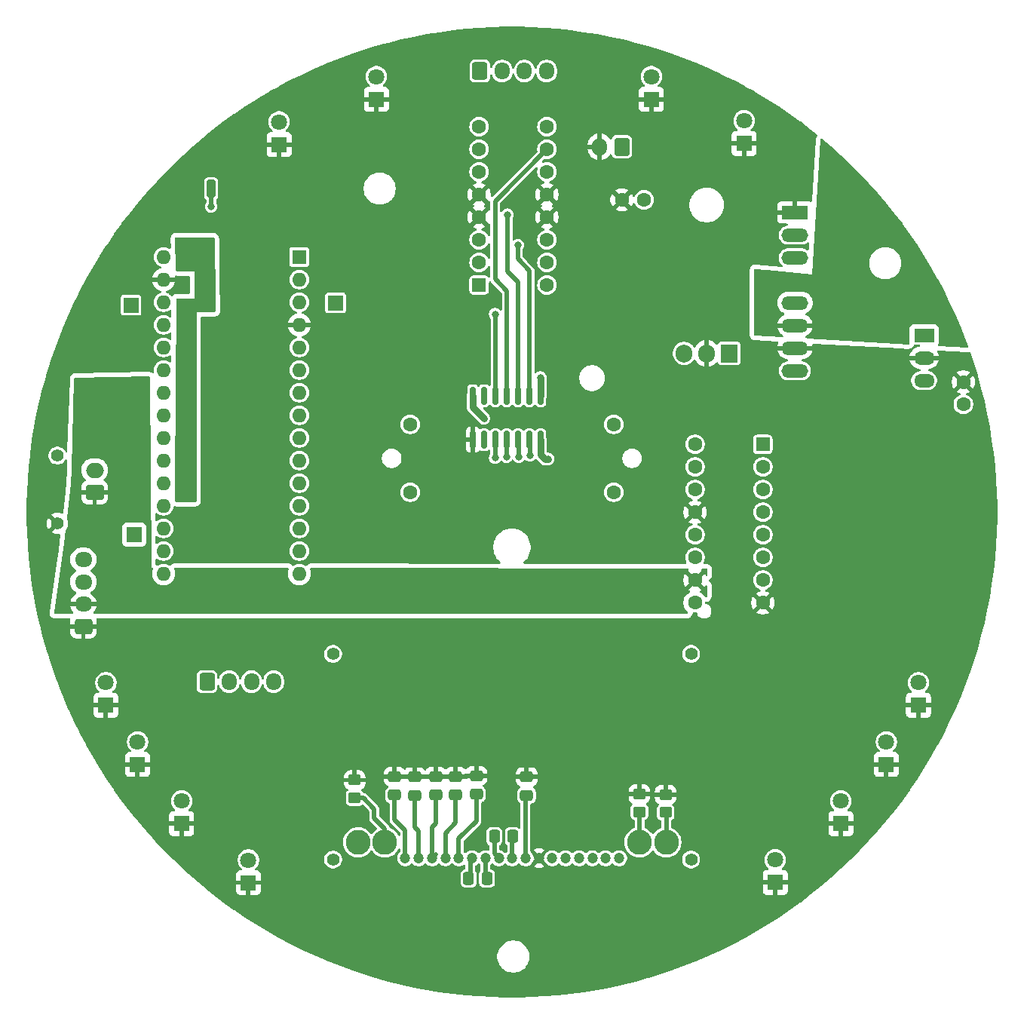
<source format=gbr>
%TF.GenerationSoftware,KiCad,Pcbnew,9.0.2*%
%TF.CreationDate,2025-06-27T21:47:48+01:00*%
%TF.ProjectId,Full_Circuit,46756c6c-5f43-4697-9263-7569742e6b69,rev?*%
%TF.SameCoordinates,Original*%
%TF.FileFunction,Copper,L2,Bot*%
%TF.FilePolarity,Positive*%
%FSLAX46Y46*%
G04 Gerber Fmt 4.6, Leading zero omitted, Abs format (unit mm)*
G04 Created by KiCad (PCBNEW 9.0.2) date 2025-06-27 21:47:48*
%MOMM*%
%LPD*%
G01*
G04 APERTURE LIST*
G04 Aperture macros list*
%AMRoundRect*
0 Rectangle with rounded corners*
0 $1 Rounding radius*
0 $2 $3 $4 $5 $6 $7 $8 $9 X,Y pos of 4 corners*
0 Add a 4 corners polygon primitive as box body*
4,1,4,$2,$3,$4,$5,$6,$7,$8,$9,$2,$3,0*
0 Add four circle primitives for the rounded corners*
1,1,$1+$1,$2,$3*
1,1,$1+$1,$4,$5*
1,1,$1+$1,$6,$7*
1,1,$1+$1,$8,$9*
0 Add four rect primitives between the rounded corners*
20,1,$1+$1,$2,$3,$4,$5,0*
20,1,$1+$1,$4,$5,$6,$7,0*
20,1,$1+$1,$6,$7,$8,$9,0*
20,1,$1+$1,$8,$9,$2,$3,0*%
G04 Aperture macros list end*
%TA.AperFunction,ComponentPad*%
%ADD10R,1.800000X1.800000*%
%TD*%
%TA.AperFunction,ComponentPad*%
%ADD11C,1.800000*%
%TD*%
%TA.AperFunction,ComponentPad*%
%ADD12RoundRect,0.250000X0.750000X-0.600000X0.750000X0.600000X-0.750000X0.600000X-0.750000X-0.600000X0*%
%TD*%
%TA.AperFunction,ComponentPad*%
%ADD13O,2.000000X1.700000*%
%TD*%
%TA.AperFunction,ComponentPad*%
%ADD14C,1.600000*%
%TD*%
%TA.AperFunction,ComponentPad*%
%ADD15C,1.400000*%
%TD*%
%TA.AperFunction,ComponentPad*%
%ADD16RoundRect,0.250000X0.725000X-0.600000X0.725000X0.600000X-0.725000X0.600000X-0.725000X-0.600000X0*%
%TD*%
%TA.AperFunction,ComponentPad*%
%ADD17O,1.950000X1.700000*%
%TD*%
%TA.AperFunction,ComponentPad*%
%ADD18C,1.200000*%
%TD*%
%TA.AperFunction,ComponentPad*%
%ADD19C,2.800000*%
%TD*%
%TA.AperFunction,ComponentPad*%
%ADD20RoundRect,0.250000X0.550000X0.550000X-0.550000X0.550000X-0.550000X-0.550000X0.550000X-0.550000X0*%
%TD*%
%TA.AperFunction,SMDPad,CuDef*%
%ADD21RoundRect,0.250000X-0.475000X0.337500X-0.475000X-0.337500X0.475000X-0.337500X0.475000X0.337500X0*%
%TD*%
%TA.AperFunction,ComponentPad*%
%ADD22R,3.000000X1.500000*%
%TD*%
%TA.AperFunction,ComponentPad*%
%ADD23O,3.000000X1.500000*%
%TD*%
%TA.AperFunction,ComponentPad*%
%ADD24R,1.700000X1.700000*%
%TD*%
%TA.AperFunction,SMDPad,CuDef*%
%ADD25RoundRect,0.150000X0.150000X-0.825000X0.150000X0.825000X-0.150000X0.825000X-0.150000X-0.825000X0*%
%TD*%
%TA.AperFunction,SMDPad,CuDef*%
%ADD26RoundRect,0.250000X0.337500X0.475000X-0.337500X0.475000X-0.337500X-0.475000X0.337500X-0.475000X0*%
%TD*%
%TA.AperFunction,SMDPad,CuDef*%
%ADD27RoundRect,0.250000X0.450000X-0.350000X0.450000X0.350000X-0.450000X0.350000X-0.450000X-0.350000X0*%
%TD*%
%TA.AperFunction,SMDPad,CuDef*%
%ADD28RoundRect,0.250000X0.250000X0.750000X-0.250000X0.750000X-0.250000X-0.750000X0.250000X-0.750000X0*%
%TD*%
%TA.AperFunction,ComponentPad*%
%ADD29RoundRect,0.250000X0.600000X0.750000X-0.600000X0.750000X-0.600000X-0.750000X0.600000X-0.750000X0*%
%TD*%
%TA.AperFunction,ComponentPad*%
%ADD30O,1.700000X2.000000*%
%TD*%
%TA.AperFunction,ComponentPad*%
%ADD31R,2.300000X1.500000*%
%TD*%
%TA.AperFunction,ComponentPad*%
%ADD32O,2.300000X1.500000*%
%TD*%
%TA.AperFunction,ComponentPad*%
%ADD33RoundRect,0.250000X-0.550000X-0.550000X0.550000X-0.550000X0.550000X0.550000X-0.550000X0.550000X0*%
%TD*%
%TA.AperFunction,ComponentPad*%
%ADD34R,1.600000X1.600000*%
%TD*%
%TA.AperFunction,ComponentPad*%
%ADD35O,1.600000X1.600000*%
%TD*%
%TA.AperFunction,ComponentPad*%
%ADD36RoundRect,0.250000X-0.600000X-0.725000X0.600000X-0.725000X0.600000X0.725000X-0.600000X0.725000X0*%
%TD*%
%TA.AperFunction,ComponentPad*%
%ADD37O,1.700000X1.950000*%
%TD*%
%TA.AperFunction,ComponentPad*%
%ADD38R,1.905000X2.000000*%
%TD*%
%TA.AperFunction,ComponentPad*%
%ADD39O,1.905000X2.000000*%
%TD*%
%TA.AperFunction,ViaPad*%
%ADD40C,0.800000*%
%TD*%
%TA.AperFunction,Conductor*%
%ADD41C,0.500000*%
%TD*%
%TA.AperFunction,Conductor*%
%ADD42C,0.800000*%
%TD*%
G04 APERTURE END LIST*
D10*
%TO.P,D11,1,K*%
%TO.N,GND*%
X123435250Y-125277150D03*
D11*
%TO.P,D11,2,A*%
%TO.N,Net-(D11-A)*%
X123435250Y-122737150D03*
%TD*%
D12*
%TO.P,SW1,1,1*%
%TO.N,+3.3V*%
X113665000Y-88098000D03*
D13*
%TO.P,SW1,2,2*%
%TO.N,/Data_Display_Controller/Button_A*%
X113665000Y-85598000D03*
%TD*%
D14*
%TO.P,M2,1*%
%TO.N,Net-(U2-2Y)*%
X149089250Y-88061150D03*
%TO.P,M2,2,-*%
%TO.N,Net-(M2--)*%
X149089250Y-80441150D03*
%TO.P,M2,3*%
%TO.N,Net-(U2-3Y)*%
X171949250Y-80441150D03*
%TO.P,M2,4*%
%TO.N,Net-(U2-4Y)*%
X171949250Y-88061150D03*
%TD*%
D15*
%TO.P,R20,1*%
%TO.N,GND*%
X109474000Y-91567000D03*
%TO.P,R20,2*%
%TO.N,/Data_Display_Controller/Button_A*%
X109474000Y-83947000D03*
%TD*%
D10*
%TO.P,D9,1,K*%
%TO.N,GND*%
X190084850Y-131881150D03*
D11*
%TO.P,D9,2,A*%
%TO.N,Net-(D9-A)*%
X190084850Y-129341150D03*
%TD*%
D10*
%TO.P,D7,1,K*%
%TO.N,GND*%
X202556250Y-118647750D03*
D11*
%TO.P,D7,2,A*%
%TO.N,Net-(D7-A)*%
X202556250Y-116107750D03*
%TD*%
D10*
%TO.P,D5,1,K*%
%TO.N,GND*%
X206163050Y-111992950D03*
D11*
%TO.P,D5,2,A*%
%TO.N,Net-(D5-A)*%
X206163050Y-109452950D03*
%TD*%
D10*
%TO.P,D2,1,K*%
%TO.N,GND*%
X176165000Y-43947000D03*
D11*
%TO.P,D2,2,A*%
%TO.N,Net-(D2-A)*%
X176165000Y-41407000D03*
%TD*%
D10*
%TO.P,D3,1,K*%
%TO.N,GND*%
X145304000Y-43947000D03*
D11*
%TO.P,D3,2,A*%
%TO.N,Net-(D3-A)*%
X145304000Y-41407000D03*
%TD*%
D14*
%TO.P,C18,1*%
%TO.N,+12V*%
X175367000Y-55245000D03*
%TO.P,C18,2*%
%TO.N,GND*%
X172867000Y-55245000D03*
%TD*%
D10*
%TO.P,D10,1,K*%
%TO.N,GND*%
X130928250Y-131906550D03*
D11*
%TO.P,D10,2,A*%
%TO.N,Net-(D10-A)*%
X130928250Y-129366550D03*
%TD*%
D10*
%TO.P,D13,1,K*%
%TO.N,GND*%
X114926250Y-111992950D03*
D11*
%TO.P,D13,2,A*%
%TO.N,Net-(D13-A)*%
X114926250Y-109452950D03*
%TD*%
D16*
%TO.P,J6,1,Pin_1*%
%TO.N,GND*%
X112395000Y-103131000D03*
D17*
%TO.P,J6,2,Pin_2*%
%TO.N,+3.3V*%
X112395000Y-100631000D03*
%TO.P,J6,3,Pin_3*%
%TO.N,/Data_Display_Controller/I2C SCL*%
X112395000Y-98131000D03*
%TO.P,J6,4,Pin_4*%
%TO.N,/Data_Display_Controller/I2C SDA*%
X112395000Y-95631000D03*
%TD*%
D18*
%TO.P,DS1,1,V0*%
%TO.N,Net-(DS1-V0)*%
X148544650Y-129166150D03*
%TO.P,DS1,2,V1*%
%TO.N,Net-(DS1-V1)*%
X150044650Y-129166150D03*
%TO.P,DS1,3,V2*%
%TO.N,Net-(DS1-V2)*%
X151544650Y-129166150D03*
%TO.P,DS1,4,V3*%
%TO.N,Net-(DS1-V3)*%
X153044650Y-129166150D03*
%TO.P,DS1,5,V4*%
%TO.N,Net-(DS1-V4)*%
X154544650Y-129166150D03*
%TO.P,DS1,6,C2-*%
%TO.N,Net-(DS1-C2-)*%
X156044650Y-129166150D03*
%TO.P,DS1,7,C2+*%
%TO.N,Net-(DS1-C2+)*%
X157544650Y-129166150D03*
%TO.P,DS1,8,C1+*%
%TO.N,Net-(DS1-C1+)*%
X159044650Y-129166150D03*
%TO.P,DS1,9,C1-*%
%TO.N,Net-(DS1-C1-)*%
X160544650Y-129166150D03*
%TO.P,DS1,10,VOUT*%
%TO.N,Net-(DS1-VOUT)*%
X162044650Y-129166150D03*
%TO.P,DS1,11,VSS*%
%TO.N,GND*%
X163544650Y-129166150D03*
%TO.P,DS1,12,VDD*%
%TO.N,+3.3V*%
X165044650Y-129166150D03*
%TO.P,DS1,13,SI*%
%TO.N,/Data_Display_Controller/COPI(MOSI)*%
X166544650Y-129166150D03*
%TO.P,DS1,14,SCL*%
%TO.N,/Data_Display_Controller/SPI_SCK*%
X168044650Y-129166150D03*
%TO.P,DS1,15,A0*%
%TO.N,/Data_Display_Controller/A0*%
X169544650Y-129166150D03*
%TO.P,DS1,16,~{RES}*%
%TO.N,/Data_Display_Controller/RES(RST)*%
X171044650Y-129166150D03*
%TO.P,DS1,17,CS1B*%
%TO.N,/Data_Display_Controller/SPI_CS(CS1B)*%
X172544650Y-129166150D03*
D19*
%TO.P,DS1,A1,COMMON_ANODE*%
%TO.N,+3.3V*%
X143244650Y-127366150D03*
%TO.P,DS1,K1,CATHODE_*%
%TO.N,Net-(DS1-CATHODE_)*%
X146244650Y-127366150D03*
%TO.P,DS1,K2,CATHODE_1*%
%TO.N,Net-(DS1-CATHODE_1)*%
X174844650Y-127366150D03*
%TO.P,DS1,K3,CATHODE_2*%
%TO.N,Net-(DS1-CATHODE_2)*%
X177844650Y-127366150D03*
D15*
%TO.P,DS1,MH1,MH1*%
%TO.N,unconnected-(DS1-PadMH1)*%
X140444650Y-129316150D03*
%TO.P,DS1,MH2,MH2*%
%TO.N,unconnected-(DS1-PadMH2)*%
X140444650Y-106216150D03*
%TO.P,DS1,MH3,MH3*%
%TO.N,unconnected-(DS1-PadMH3)*%
X180644650Y-106216150D03*
%TO.P,DS1,MH4,MH4*%
%TO.N,unconnected-(DS1-PadMH4)*%
X180644650Y-129316150D03*
%TD*%
D10*
%TO.P,D12,1,K*%
%TO.N,GND*%
X118482250Y-118647750D03*
D11*
%TO.P,D12,2,A*%
%TO.N,Net-(D12-A)*%
X118482250Y-116107750D03*
%TD*%
D14*
%TO.P,C17,1*%
%TO.N,+3.3V*%
X211201000Y-78192000D03*
%TO.P,C17,2*%
%TO.N,GND*%
X211201000Y-75692000D03*
%TD*%
D10*
%TO.P,D1,1,K*%
%TO.N,GND*%
X186579000Y-48900000D03*
D11*
%TO.P,D1,2,A*%
%TO.N,Net-(D1-A)*%
X186579000Y-46360000D03*
%TD*%
D10*
%TO.P,D8,1,K*%
%TO.N,GND*%
X197450850Y-125277150D03*
D11*
%TO.P,D8,2,A*%
%TO.N,Net-(D8-A)*%
X197450850Y-122737150D03*
%TD*%
D10*
%TO.P,D4,1,K*%
%TO.N,GND*%
X134382000Y-49027000D03*
D11*
%TO.P,D4,2,A*%
%TO.N,Net-(D4-A)*%
X134382000Y-46487000D03*
%TD*%
D20*
%TO.P,U6,1,QB*%
%TO.N,Net-(U6-QB)*%
X188687850Y-82701750D03*
D14*
%TO.P,U6,2,QC*%
%TO.N,Net-(U6-QC)*%
X188687850Y-85241750D03*
%TO.P,U6,3,QD*%
%TO.N,Net-(U6-QD)*%
X188687850Y-87781750D03*
%TO.P,U6,4,QE*%
%TO.N,Net-(U6-QE)*%
X188687850Y-90321750D03*
%TO.P,U6,5,QF*%
%TO.N,Net-(U6-QF)*%
X188687850Y-92861750D03*
%TO.P,U6,6,QG*%
%TO.N,Net-(U6-QG)*%
X188687850Y-95401750D03*
%TO.P,U6,7,QH*%
%TO.N,Net-(U6-QH)*%
X188687850Y-97941750D03*
%TO.P,U6,8,GND*%
%TO.N,GND*%
X188687850Y-100481750D03*
%TO.P,U6,9,QH'*%
%TO.N,unconnected-(U6-QH&apos;-Pad9)*%
X181067850Y-100481750D03*
%TO.P,U6,10,~{SRCLR}*%
%TO.N,+3.3V*%
X181067850Y-97941750D03*
%TO.P,U6,11,SRCLK*%
%TO.N,/Data_Display_Controller/Bar_SRCLK*%
X181067850Y-95401750D03*
%TO.P,U6,12,RCLK*%
%TO.N,/Data_Display_Controller/Bar_RCLK*%
X181067850Y-92861750D03*
%TO.P,U6,13,~{OE}*%
%TO.N,GND*%
X181067850Y-90321750D03*
%TO.P,U6,14,SER*%
%TO.N,/Data_Display_Controller/Bar_SER*%
X181067850Y-87781750D03*
%TO.P,U6,15,QA*%
%TO.N,Net-(U6-QA)*%
X181067850Y-85241750D03*
%TO.P,U6,16,VCC*%
%TO.N,+3.3V*%
X181067850Y-82701750D03*
%TD*%
D21*
%TO.P,C9,1*%
%TO.N,GND*%
X149571850Y-120043650D03*
%TO.P,C9,2*%
%TO.N,Net-(DS1-V1)*%
X149571850Y-122118650D03*
%TD*%
D22*
%TO.P,U3,1,-Vin*%
%TO.N,GND*%
X192291000Y-56647500D03*
D23*
%TO.P,U3,2,+Vin*%
%TO.N,+12V*%
X192291000Y-59187500D03*
%TO.P,U3,3,Remote*%
%TO.N,unconnected-(U3-Remote-Pad3)*%
X192291000Y-61727500D03*
%TO.P,U3,5,NC*%
%TO.N,unconnected-(U3-NC-Pad5)*%
X192291000Y-66807500D03*
%TO.P,U3,6,+Vout*%
%TO.N,+9V*%
X192291000Y-69347500D03*
%TO.P,U3,7,-Vout*%
%TO.N,GND*%
X192291000Y-71887500D03*
%TO.P,U3,8,NC*%
%TO.N,unconnected-(U3-NC-Pad8)*%
X192291000Y-74427500D03*
%TD*%
D21*
%TO.P,C15,1*%
%TO.N,GND*%
X162170250Y-120043650D03*
%TO.P,C15,2*%
%TO.N,Net-(DS1-VOUT)*%
X162170250Y-122118650D03*
%TD*%
D24*
%TO.P,TP1,1,1*%
%TO.N,Net-(A1-~{RESET})*%
X140716000Y-66802000D03*
%TD*%
D25*
%TO.P,U5,1,VCCA*%
%TO.N,+3.3V*%
X163743750Y-82179550D03*
%TO.P,U5,2,A1*%
%TO.N,/Data_Display_Controller/Tach_A1*%
X162473750Y-82179550D03*
%TO.P,U5,3,A2*%
%TO.N,/Data_Display_Controller/Tach_A2*%
X161203750Y-82179550D03*
%TO.P,U5,4,A3*%
%TO.N,/Data_Display_Controller/Tach_A3*%
X159933750Y-82179550D03*
%TO.P,U5,5,A4*%
%TO.N,/Data_Display_Controller/Tach_A4*%
X158663750Y-82179550D03*
%TO.P,U5,6,NC*%
%TO.N,unconnected-(U5-NC-Pad6)*%
X157393750Y-82179550D03*
%TO.P,U5,7,GND*%
%TO.N,GND*%
X156123750Y-82179550D03*
%TO.P,U5,8,OE*%
%TO.N,+3.3V*%
X156123750Y-77229550D03*
%TO.P,U5,9,NC*%
%TO.N,unconnected-(U5-NC-Pad9)*%
X157393750Y-77229550D03*
%TO.P,U5,10,B4*%
%TO.N,Net-(U2-4A)*%
X158663750Y-77229550D03*
%TO.P,U5,11,B3*%
%TO.N,Net-(U2-3A)*%
X159933750Y-77229550D03*
%TO.P,U5,12,B2*%
%TO.N,Net-(U2-2A)*%
X161203750Y-77229550D03*
%TO.P,U5,13,B1*%
%TO.N,Net-(U2-1A)*%
X162473750Y-77229550D03*
%TO.P,U5,14,VCCB*%
%TO.N,+5V*%
X163743750Y-77229550D03*
%TD*%
D26*
%TO.P,C14,1*%
%TO.N,Net-(DS1-C1-)*%
X160616950Y-126719950D03*
%TO.P,C14,2*%
%TO.N,Net-(DS1-C1+)*%
X158541950Y-126719950D03*
%TD*%
D21*
%TO.P,C8,1*%
%TO.N,GND*%
X147336650Y-119992850D03*
%TO.P,C8,2*%
%TO.N,Net-(DS1-V0)*%
X147336650Y-122067850D03*
%TD*%
D26*
%TO.P,C13,1*%
%TO.N,Net-(DS1-C2+)*%
X157721350Y-131444350D03*
%TO.P,C13,2*%
%TO.N,Net-(DS1-C2-)*%
X155646350Y-131444350D03*
%TD*%
D27*
%TO.P,R24,1*%
%TO.N,Net-(DS1-CATHODE_2)*%
X177765850Y-124011550D03*
%TO.P,R24,2*%
%TO.N,GND*%
X177765850Y-122011550D03*
%TD*%
D28*
%TO.P,J5,1,Pin_1*%
%TO.N,Net-(J5-Pin_1)*%
X126746000Y-53975000D03*
%TD*%
D29*
%TO.P,J2,1,Pin_1*%
%TO.N,+12V*%
X172863000Y-49276000D03*
D30*
%TO.P,J2,2,Pin_2*%
%TO.N,GND*%
X170363000Y-49276000D03*
%TD*%
D21*
%TO.P,C12,1*%
%TO.N,GND*%
X156531450Y-119891250D03*
%TO.P,C12,2*%
%TO.N,Net-(DS1-V4)*%
X156531450Y-121966250D03*
%TD*%
D27*
%TO.P,R22,1*%
%TO.N,Net-(DS1-CATHODE_)*%
X142866250Y-122385950D03*
%TO.P,R22,2*%
%TO.N,GND*%
X142866250Y-120385950D03*
%TD*%
D24*
%TO.P,TP2,1,1*%
%TO.N,Net-(A1-B0)*%
X118110000Y-92837000D03*
%TD*%
D27*
%TO.P,R23,1*%
%TO.N,Net-(DS1-CATHODE_1)*%
X174819450Y-123960750D03*
%TO.P,R23,2*%
%TO.N,GND*%
X174819450Y-121960750D03*
%TD*%
D31*
%TO.P,U1,1,IN*%
%TO.N,+12V*%
X206804500Y-70450500D03*
D32*
%TO.P,U1,2,GND*%
%TO.N,GND*%
X206804500Y-72990500D03*
%TO.P,U1,3,OUT*%
%TO.N,+3.3V*%
X206804500Y-75530500D03*
%TD*%
D33*
%TO.P,U2,1,EN1\u002C2*%
%TO.N,+5V*%
X156836250Y-64794750D03*
D14*
%TO.P,U2,2,1A*%
%TO.N,Net-(U2-1A)*%
X156836250Y-62254750D03*
%TO.P,U2,3,1Y*%
%TO.N,Net-(M2--)*%
X156836250Y-59714750D03*
%TO.P,U2,4,GND*%
%TO.N,GND*%
X156836250Y-57174750D03*
%TO.P,U2,5,GND*%
X156836250Y-54634750D03*
%TO.P,U2,6,2Y*%
%TO.N,Net-(U2-2Y)*%
X156836250Y-52094750D03*
%TO.P,U2,7,2A*%
%TO.N,Net-(U2-2A)*%
X156836250Y-49554750D03*
%TO.P,U2,8,VCC2*%
%TO.N,+5V*%
X156836250Y-47014750D03*
%TO.P,U2,9,EN3\u002C4*%
X164456250Y-47014750D03*
%TO.P,U2,10,3A*%
%TO.N,Net-(U2-3A)*%
X164456250Y-49554750D03*
%TO.P,U2,11,3Y*%
%TO.N,Net-(U2-3Y)*%
X164456250Y-52094750D03*
%TO.P,U2,12,GND*%
%TO.N,GND*%
X164456250Y-54634750D03*
%TO.P,U2,13,GND*%
X164456250Y-57174750D03*
%TO.P,U2,14,4Y*%
%TO.N,Net-(U2-4Y)*%
X164456250Y-59714750D03*
%TO.P,U2,15,4A*%
%TO.N,Net-(U2-4A)*%
X164456250Y-62254750D03*
%TO.P,U2,16,VCC1*%
%TO.N,+5V*%
X164456250Y-64794750D03*
%TD*%
D34*
%TO.P,A1,1,D1/TX*%
%TO.N,unconnected-(A1-D1{slash}TX-Pad1)*%
X136642000Y-61645150D03*
D35*
%TO.P,A1,2,D0/RX*%
%TO.N,unconnected-(A1-D0{slash}RX-Pad2)*%
X136642000Y-64185150D03*
%TO.P,A1,3,~{RESET}*%
%TO.N,Net-(A1-~{RESET})*%
X136642000Y-66725150D03*
%TO.P,A1,4,GND*%
%TO.N,GND*%
X136642000Y-69265150D03*
%TO.P,A1,5,D2*%
%TO.N,/Data_Display_Controller/Tach_A4*%
X136642000Y-71805150D03*
%TO.P,A1,6,D3*%
%TO.N,/Data_Display_Controller/Tach_A3*%
X136642000Y-74345150D03*
%TO.P,A1,7,D4*%
%TO.N,/Data_Display_Controller/Tach_A2*%
X136642000Y-76885150D03*
%TO.P,A1,8,D5*%
%TO.N,/Data_Display_Controller/Tach_A1*%
X136642000Y-79425150D03*
%TO.P,A1,9,D6*%
%TO.N,/Data_Display_Controller/Bar_SER*%
X136642000Y-81965150D03*
%TO.P,A1,10,D7*%
%TO.N,/Data_Display_Controller/Bar_RCLK*%
X136642000Y-84505150D03*
%TO.P,A1,11,D8*%
%TO.N,/Data_Display_Controller/Bar_SRCLK*%
X136642000Y-87045150D03*
%TO.P,A1,12,D9*%
%TO.N,/Data_Display_Controller/SPI_CS(CS1B)*%
X136642000Y-89585150D03*
%TO.P,A1,13,D10/CS*%
%TO.N,/Data_Display_Controller/RES(RST)*%
X136642000Y-92125150D03*
%TO.P,A1,14,D11/COPI*%
%TO.N,/Data_Display_Controller/COPI(MOSI)*%
X136642000Y-94665150D03*
%TO.P,A1,15,D12/CIPO*%
%TO.N,/Data_Display_Controller/A0*%
X136642000Y-97205150D03*
%TO.P,A1,16,D13/SCK*%
%TO.N,/Data_Display_Controller/SPI_SCK*%
X121402000Y-97205150D03*
%TO.P,A1,17,3V3*%
%TO.N,unconnected-(A1-3V3-Pad17)*%
X121402000Y-94665150D03*
%TO.P,A1,18,B0*%
%TO.N,Net-(A1-B0)*%
X121402000Y-92125150D03*
%TO.P,A1,19,A0*%
%TO.N,/Data_Display_Controller/Fuel_A*%
X121402000Y-89585150D03*
%TO.P,A1,20,A1*%
%TO.N,/Data_Display_Controller/Fuel_B*%
X121402000Y-87045150D03*
%TO.P,A1,21,A2*%
%TO.N,/Data_Display_Controller/Coolant*%
X121402000Y-84505150D03*
%TO.P,A1,22,A3*%
%TO.N,/Data_Display_Controller/Button_A*%
X121402000Y-81965150D03*
%TO.P,A1,23,SDA/A4*%
%TO.N,/Data_Display_Controller/I2C SDA*%
X121402000Y-79425150D03*
%TO.P,A1,24,SCL/A5*%
%TO.N,/Data_Display_Controller/I2C SCL*%
X121402000Y-76885150D03*
%TO.P,A1,25,A6*%
%TO.N,/Data_Display_Controller/RPM_Pulse*%
X121402000Y-74345150D03*
%TO.P,A1,26,A7*%
%TO.N,/Data_Display_Controller/Speed_Pulse*%
X121402000Y-71805150D03*
%TO.P,A1,27,VUSB/5V*%
%TO.N,unconnected-(A1-VUSB{slash}5V-Pad27)*%
X121402000Y-69265150D03*
%TO.P,A1,28,B1*%
%TO.N,Net-(A1-B1)*%
X121402000Y-66725150D03*
%TO.P,A1,29,GND*%
%TO.N,GND*%
X121402000Y-64185150D03*
%TO.P,A1,30,VIN*%
%TO.N,+9V*%
X121402000Y-61645150D03*
%TD*%
D24*
%TO.P,TP3,1,1*%
%TO.N,Net-(A1-B1)*%
X117729000Y-67056000D03*
%TD*%
D21*
%TO.P,C11,1*%
%TO.N,GND*%
X154194650Y-119992850D03*
%TO.P,C11,2*%
%TO.N,Net-(DS1-V3)*%
X154194650Y-122067850D03*
%TD*%
%TO.P,C10,1*%
%TO.N,GND*%
X151959450Y-119992850D03*
%TO.P,C10,2*%
%TO.N,Net-(DS1-V2)*%
X151959450Y-122067850D03*
%TD*%
D36*
%TO.P,J4,1,Pin_1*%
%TO.N,/Data_Display_Controller/Fuel_A*%
X126278000Y-109347000D03*
D37*
%TO.P,J4,2,Pin_2*%
%TO.N,/Data_Display_Controller/Fuel_B*%
X128778000Y-109347000D03*
%TO.P,J4,3,Pin_3*%
%TO.N,/Data_Display_Controller/Coolant*%
X131278000Y-109347000D03*
%TO.P,J4,4,Pin_4*%
%TO.N,Net-(J4-Pin_4)*%
X133778000Y-109347000D03*
%TD*%
D38*
%TO.P,U4,1,IN*%
%TO.N,+12V*%
X184928000Y-72476000D03*
D39*
%TO.P,U4,2,GND*%
%TO.N,GND*%
X182388000Y-72476000D03*
%TO.P,U4,3,OUT*%
%TO.N,+5V*%
X179848000Y-72476000D03*
%TD*%
D36*
%TO.P,J3,1,Pin_1*%
%TO.N,Net-(J3-Pin_1)*%
X156921000Y-40784000D03*
D37*
%TO.P,J3,2,Pin_2*%
%TO.N,Net-(J3-Pin_2)*%
X159421000Y-40784000D03*
%TO.P,J3,3,Pin_3*%
%TO.N,Net-(J3-Pin_3)*%
X161921000Y-40784000D03*
%TO.P,J3,4,Pin_4*%
%TO.N,Net-(J3-Pin_4)*%
X164421000Y-40784000D03*
%TD*%
D40*
%TO.N,GND*%
X211709000Y-81280000D03*
X170307000Y-140970000D03*
X154686000Y-140970000D03*
%TO.N,/Data_Display_Controller/Tach_A2*%
X161290000Y-84074000D03*
%TO.N,GND*%
X116078000Y-68326000D03*
X182499000Y-75184000D03*
X151765000Y-83312000D03*
X113411000Y-68326000D03*
X148463000Y-94742000D03*
X177927000Y-118872000D03*
X128524000Y-68707000D03*
X133477000Y-67564000D03*
X118364000Y-68707000D03*
X123571000Y-64770000D03*
X114808000Y-68199000D03*
X130556000Y-67437000D03*
X162052000Y-103759000D03*
X174879000Y-118872000D03*
X115824000Y-73406000D03*
X182245000Y-68961000D03*
X131318000Y-60579000D03*
%TO.N,/Data_Display_Controller/Tach_A3*%
X159893000Y-84074000D03*
%TO.N,/Data_Display_Controller/Tach_A1*%
X162560000Y-83947000D03*
%TO.N,+9V*%
X123952000Y-88392000D03*
X123952000Y-86106000D03*
X124079000Y-61849000D03*
X199644000Y-54610000D03*
X124079000Y-60198000D03*
X124063000Y-82693000D03*
X196850000Y-51816000D03*
%TO.N,/Data_Display_Controller/Tach_A4*%
X158623000Y-84201000D03*
%TO.N,+5V*%
X163703000Y-75184000D03*
%TO.N,+3.3V*%
X157353000Y-79756000D03*
X157861000Y-98044000D03*
X123952000Y-100203000D03*
X118999000Y-77089000D03*
X165354000Y-100711000D03*
X112522000Y-77978000D03*
X123952000Y-97917000D03*
X172847000Y-98171000D03*
X164592000Y-84328000D03*
%TO.N,Net-(U2-1A)*%
X161174000Y-60325000D03*
%TO.N,Net-(U2-4A)*%
X158639650Y-68071350D03*
%TO.N,Net-(U2-2A)*%
X160020000Y-56896000D03*
%TO.N,Net-(J5-Pin_1)*%
X126746000Y-56007000D03*
%TD*%
D41*
%TO.N,/Data_Display_Controller/Tach_A2*%
X161290000Y-84074000D02*
X161290000Y-82265800D01*
X161290000Y-82265800D02*
X161203750Y-82179550D01*
%TO.N,/Data_Display_Controller/Tach_A3*%
X159893000Y-84201000D02*
X159893000Y-84074000D01*
X159893000Y-84074000D02*
X159893000Y-82220300D01*
X159893000Y-82220300D02*
X159933750Y-82179550D01*
%TO.N,/Data_Display_Controller/Tach_A1*%
X162560000Y-82265800D02*
X162473750Y-82179550D01*
X162560000Y-83947000D02*
X162560000Y-82265800D01*
D42*
%TO.N,+9V*%
X192291000Y-69347500D02*
X192482313Y-69347500D01*
D41*
%TO.N,/Data_Display_Controller/Tach_A4*%
X158623000Y-84328000D02*
X158623000Y-84201000D01*
X158623000Y-82220300D02*
X158663750Y-82179550D01*
X158623000Y-84201000D02*
X158623000Y-82220300D01*
D42*
%TO.N,+5V*%
X163743750Y-75224750D02*
X163703000Y-75184000D01*
X163743750Y-77229550D02*
X163743750Y-75224750D01*
D41*
%TO.N,Net-(DS1-V0)*%
X147336650Y-124840350D02*
X148544650Y-126048350D01*
X147336650Y-122067850D02*
X147336650Y-124840350D01*
X148544650Y-126048350D02*
X148544650Y-129166150D01*
%TO.N,Net-(DS1-V1)*%
X149571850Y-122118650D02*
X149571850Y-125653150D01*
X150044650Y-126125950D02*
X150044650Y-129166150D01*
X149571850Y-125653150D02*
X150044650Y-126125950D01*
%TO.N,Net-(DS1-V2)*%
X151959450Y-128751350D02*
X151544650Y-129166150D01*
X151959450Y-122067850D02*
X151959450Y-125246750D01*
X151959450Y-125246750D02*
X151544650Y-125661550D01*
X151544650Y-125661550D02*
X151544650Y-129166150D01*
%TO.N,Net-(DS1-V3)*%
X153044650Y-126345950D02*
X154194650Y-125195950D01*
X154194650Y-125195950D02*
X154194650Y-122067850D01*
X153044650Y-129166150D02*
X153044650Y-126345950D01*
%TO.N,Net-(DS1-V4)*%
X156531450Y-121966250D02*
X156531450Y-124992750D01*
X154544650Y-126979550D02*
X154544650Y-129166150D01*
X156531450Y-124992750D02*
X154544650Y-126979550D01*
X156480650Y-122017050D02*
X156531450Y-121966250D01*
%TO.N,Net-(DS1-C2+)*%
X157544650Y-129166150D02*
X157544650Y-131267650D01*
X157544650Y-131267650D02*
X157721350Y-131444350D01*
%TO.N,Net-(DS1-C2-)*%
X156044650Y-129166150D02*
X155829000Y-129381800D01*
X155829000Y-129381800D02*
X155829000Y-131261700D01*
X155829000Y-131261700D02*
X155646350Y-131444350D01*
%TO.N,Net-(DS1-C1+)*%
X158541950Y-128663450D02*
X158541950Y-126719950D01*
X159044650Y-129166150D02*
X158541950Y-128663450D01*
%TO.N,Net-(DS1-C1-)*%
X160544650Y-129166150D02*
X160544650Y-126792250D01*
X160544650Y-126792250D02*
X160616950Y-126719950D01*
%TO.N,Net-(DS1-VOUT)*%
X162044650Y-122244250D02*
X162170250Y-122118650D01*
X162044650Y-129166150D02*
X162044650Y-122244250D01*
D42*
%TO.N,+3.3V*%
X156123750Y-77229550D02*
X156123750Y-78526750D01*
X156123750Y-78526750D02*
X157353000Y-79756000D01*
X164211000Y-84328000D02*
X163743750Y-83860750D01*
X164592000Y-84328000D02*
X164211000Y-84328000D01*
X163743750Y-83860750D02*
X163743750Y-82179550D01*
D41*
%TO.N,Net-(DS1-CATHODE_)*%
X143815450Y-122385950D02*
X142866250Y-122385950D01*
X146244650Y-125881950D02*
X145050650Y-124687950D01*
X145050650Y-123621150D02*
X143815450Y-122385950D01*
X146244650Y-127366150D02*
X146244650Y-125881950D01*
X145050650Y-124687950D02*
X145050650Y-123621150D01*
%TO.N,Net-(DS1-CATHODE_2)*%
X177844650Y-124090350D02*
X177765850Y-124011550D01*
X177844650Y-127366150D02*
X177844650Y-124090350D01*
%TO.N,Net-(DS1-CATHODE_1)*%
X174844650Y-123985950D02*
X174819450Y-123960750D01*
X174844650Y-127366150D02*
X174844650Y-123985950D01*
%TO.N,Net-(U2-1A)*%
X162473750Y-63159750D02*
X162473750Y-77229550D01*
X161174000Y-60325000D02*
X161174000Y-61860000D01*
X161174000Y-61860000D02*
X162473750Y-63159750D01*
%TO.N,Net-(U2-3A)*%
X158623000Y-55388000D02*
X164456250Y-49554750D01*
X159933750Y-77229550D02*
X159933750Y-65445750D01*
X159933750Y-65445750D02*
X158623000Y-64135000D01*
X158623000Y-64135000D02*
X158623000Y-55388000D01*
%TO.N,Net-(U2-4A)*%
X158663750Y-77229550D02*
X158663750Y-68095450D01*
X158663750Y-68095450D02*
X158639650Y-68071350D01*
%TO.N,Net-(U2-2A)*%
X160020000Y-63246000D02*
X161203750Y-64429750D01*
X160020000Y-56896000D02*
X160020000Y-63246000D01*
X161203750Y-64429750D02*
X161203750Y-77229550D01*
%TO.N,Net-(J5-Pin_1)*%
X126746000Y-53975000D02*
X126746000Y-56007000D01*
%TD*%
%TA.AperFunction,Conductor*%
%TO.N,+9V*%
G36*
X127071903Y-59455685D02*
G01*
X127117658Y-59508489D01*
X127128850Y-59558121D01*
X127232777Y-66417311D01*
X127252093Y-67692121D01*
X127233426Y-67759451D01*
X127181321Y-67806001D01*
X127128107Y-67818000D01*
X125095000Y-67818000D01*
X125095000Y-89030000D01*
X125075315Y-89097039D01*
X125022511Y-89142794D01*
X124971000Y-89154000D01*
X122806691Y-89154000D01*
X122739652Y-89134315D01*
X122693897Y-89081511D01*
X122682693Y-89029311D01*
X122685004Y-88613224D01*
X122692755Y-87218096D01*
X122694277Y-87199415D01*
X122702500Y-87147502D01*
X122702500Y-86942798D01*
X122696142Y-86902658D01*
X122694618Y-86882590D01*
X122808315Y-66417311D01*
X122828372Y-66350382D01*
X122881429Y-66304921D01*
X122932313Y-66294000D01*
X124841000Y-66294000D01*
X124841000Y-63246000D01*
X122928935Y-63246000D01*
X122861896Y-63226315D01*
X122816141Y-63173511D01*
X122805004Y-63126131D01*
X122686271Y-59564131D01*
X122703711Y-59496473D01*
X122754961Y-59448984D01*
X122810202Y-59436000D01*
X127004864Y-59436000D01*
X127071903Y-59455685D01*
G37*
%TD.AperFunction*%
%TD*%
%TA.AperFunction,Conductor*%
%TO.N,+3.3V*%
G36*
X119830217Y-75077549D02*
G01*
X119876755Y-75129664D01*
X119888740Y-75182119D01*
X120014999Y-96519999D01*
X120015000Y-96520000D01*
X120089343Y-96520151D01*
X120156340Y-96539971D01*
X120201987Y-96592867D01*
X120211791Y-96662046D01*
X120199579Y-96700435D01*
X120196783Y-96705923D01*
X120196781Y-96705928D01*
X120196780Y-96705931D01*
X120192595Y-96718811D01*
X120133522Y-96900615D01*
X120101500Y-97102798D01*
X120101500Y-97307501D01*
X120133522Y-97509684D01*
X120196781Y-97704373D01*
X120289715Y-97886763D01*
X120410028Y-98052363D01*
X120554786Y-98197121D01*
X120689925Y-98295303D01*
X120720390Y-98317437D01*
X120836607Y-98376653D01*
X120902776Y-98410368D01*
X120902778Y-98410368D01*
X120902781Y-98410370D01*
X121007137Y-98444277D01*
X121097465Y-98473627D01*
X121198557Y-98489638D01*
X121299648Y-98505650D01*
X121299649Y-98505650D01*
X121504351Y-98505650D01*
X121504352Y-98505650D01*
X121706534Y-98473627D01*
X121901219Y-98410370D01*
X122083610Y-98317437D01*
X122193929Y-98237286D01*
X122249213Y-98197121D01*
X122249215Y-98197118D01*
X122249219Y-98197116D01*
X122393966Y-98052369D01*
X122393968Y-98052365D01*
X122393971Y-98052363D01*
X122474335Y-97941749D01*
X122514287Y-97886760D01*
X122607220Y-97704369D01*
X122670477Y-97509684D01*
X122702500Y-97307502D01*
X122702500Y-97102798D01*
X122673847Y-96921890D01*
X122670477Y-96900615D01*
X122653331Y-96847847D01*
X122607220Y-96705931D01*
X122607150Y-96705793D01*
X122607139Y-96705734D01*
X122605353Y-96701422D01*
X122606258Y-96701047D01*
X122594250Y-96637125D01*
X122620523Y-96572383D01*
X122677628Y-96532123D01*
X122717880Y-96525493D01*
X135316673Y-96551100D01*
X135383666Y-96570920D01*
X135429314Y-96623817D01*
X135439117Y-96692995D01*
X135434346Y-96713417D01*
X135373523Y-96900611D01*
X135373523Y-96900614D01*
X135341500Y-97102798D01*
X135341500Y-97307501D01*
X135373522Y-97509684D01*
X135436781Y-97704373D01*
X135529715Y-97886763D01*
X135650028Y-98052363D01*
X135794786Y-98197121D01*
X135929925Y-98295303D01*
X135960390Y-98317437D01*
X136076607Y-98376653D01*
X136142776Y-98410368D01*
X136142778Y-98410368D01*
X136142781Y-98410370D01*
X136247137Y-98444277D01*
X136337465Y-98473627D01*
X136438557Y-98489638D01*
X136539648Y-98505650D01*
X136539649Y-98505650D01*
X136744351Y-98505650D01*
X136744352Y-98505650D01*
X136946534Y-98473627D01*
X137141219Y-98410370D01*
X137323610Y-98317437D01*
X137433929Y-98237286D01*
X137489213Y-98197121D01*
X137489215Y-98197118D01*
X137489219Y-98197116D01*
X137633966Y-98052369D01*
X137633968Y-98052365D01*
X137633971Y-98052363D01*
X137714335Y-97941749D01*
X137754287Y-97886760D01*
X137847220Y-97704369D01*
X137910477Y-97509684D01*
X137942500Y-97307502D01*
X137942500Y-97102798D01*
X137913847Y-96921890D01*
X137910477Y-96900615D01*
X137893331Y-96847847D01*
X137851403Y-96718807D01*
X137849409Y-96648970D01*
X137885489Y-96589137D01*
X137948189Y-96558308D01*
X137969574Y-96556493D01*
X180263105Y-96642455D01*
X180330099Y-96662275D01*
X180375747Y-96715172D01*
X180385550Y-96784350D01*
X180356396Y-96847847D01*
X180342027Y-96861007D01*
X180341927Y-96862274D01*
X181021404Y-97541750D01*
X181015189Y-97541750D01*
X180913456Y-97569009D01*
X180822244Y-97621670D01*
X180747770Y-97696144D01*
X180695109Y-97787356D01*
X180667850Y-97889089D01*
X180667850Y-97895303D01*
X179988374Y-97215827D01*
X179988373Y-97215827D01*
X179955993Y-97260394D01*
X179863094Y-97442718D01*
X179799859Y-97637332D01*
X179767850Y-97839432D01*
X179767850Y-98044067D01*
X179799859Y-98246167D01*
X179863094Y-98440781D01*
X179955991Y-98623100D01*
X179955997Y-98623109D01*
X179988373Y-98667671D01*
X179988374Y-98667672D01*
X180667850Y-97988196D01*
X180667850Y-97994411D01*
X180695109Y-98096144D01*
X180747770Y-98187356D01*
X180822244Y-98261830D01*
X180913456Y-98314491D01*
X181015189Y-98341750D01*
X181021403Y-98341750D01*
X180341926Y-99021224D01*
X180386502Y-99053611D01*
X180479478Y-99100984D01*
X180530275Y-99148958D01*
X180547070Y-99216779D01*
X180524533Y-99282914D01*
X180479480Y-99321953D01*
X180386238Y-99369463D01*
X180220636Y-99489778D01*
X180075878Y-99634536D01*
X179955565Y-99800136D01*
X179862631Y-99982526D01*
X179799372Y-100177215D01*
X179767350Y-100379398D01*
X179767350Y-100584101D01*
X179799372Y-100786284D01*
X179862631Y-100980973D01*
X179909843Y-101073630D01*
X179945694Y-101143992D01*
X179955565Y-101163363D01*
X180075878Y-101328963D01*
X180075884Y-101328969D01*
X180220631Y-101473716D01*
X180241673Y-101489004D01*
X180242140Y-101489343D01*
X180284806Y-101544673D01*
X180290785Y-101614286D01*
X180258180Y-101676082D01*
X180197341Y-101710439D01*
X180169278Y-101713662D01*
X113633425Y-101726147D01*
X113566382Y-101706475D01*
X113520617Y-101653680D01*
X113510661Y-101584523D01*
X113539674Y-101520962D01*
X113545727Y-101514460D01*
X113549726Y-101510461D01*
X113549727Y-101510459D01*
X113674620Y-101338557D01*
X113771095Y-101149217D01*
X113836757Y-100947129D01*
X113836757Y-100947126D01*
X113847231Y-100881000D01*
X112799146Y-100881000D01*
X112837630Y-100814343D01*
X112870000Y-100693535D01*
X112870000Y-100568465D01*
X112837630Y-100447657D01*
X112799146Y-100381000D01*
X113847231Y-100381000D01*
X113836757Y-100314873D01*
X113836757Y-100314870D01*
X113771095Y-100112782D01*
X113674620Y-99923442D01*
X113549727Y-99751540D01*
X113549723Y-99751535D01*
X113399464Y-99601276D01*
X113399459Y-99601272D01*
X113234781Y-99481627D01*
X113192115Y-99426297D01*
X113186136Y-99356684D01*
X113218741Y-99294889D01*
X113234776Y-99280994D01*
X113399792Y-99161104D01*
X113550104Y-99010792D01*
X113550106Y-99010788D01*
X113550109Y-99010786D01*
X113675048Y-98838820D01*
X113675047Y-98838820D01*
X113675051Y-98838816D01*
X113771557Y-98649412D01*
X113837246Y-98447243D01*
X113870500Y-98237287D01*
X113870500Y-98024713D01*
X113837246Y-97814757D01*
X113771557Y-97612588D01*
X113675051Y-97423184D01*
X113675049Y-97423181D01*
X113675048Y-97423179D01*
X113550109Y-97251213D01*
X113399792Y-97100896D01*
X113399784Y-97100890D01*
X113235204Y-96981316D01*
X113192540Y-96925989D01*
X113186561Y-96856376D01*
X113219166Y-96794580D01*
X113235199Y-96780686D01*
X113399792Y-96661104D01*
X113550104Y-96510792D01*
X113550106Y-96510788D01*
X113550109Y-96510786D01*
X113675048Y-96338820D01*
X113675047Y-96338820D01*
X113675051Y-96338816D01*
X113771557Y-96149412D01*
X113837246Y-95947243D01*
X113870500Y-95737287D01*
X113870500Y-95524713D01*
X113837246Y-95314757D01*
X113771557Y-95112588D01*
X113675051Y-94923184D01*
X113675049Y-94923181D01*
X113675048Y-94923179D01*
X113550109Y-94751213D01*
X113399786Y-94600890D01*
X113227820Y-94475951D01*
X113038414Y-94379444D01*
X113038413Y-94379443D01*
X113038412Y-94379443D01*
X112836243Y-94313754D01*
X112836241Y-94313753D01*
X112836240Y-94313753D01*
X112674957Y-94288208D01*
X112626287Y-94280500D01*
X112163713Y-94280500D01*
X112115042Y-94288208D01*
X111953760Y-94313753D01*
X111751585Y-94379444D01*
X111562179Y-94475951D01*
X111390213Y-94600890D01*
X111239890Y-94751213D01*
X111114951Y-94923179D01*
X111018444Y-95112585D01*
X110952753Y-95314760D01*
X110919500Y-95524713D01*
X110919500Y-95737286D01*
X110950838Y-95935150D01*
X110952754Y-95947243D01*
X110996981Y-96083360D01*
X111018444Y-96149414D01*
X111114951Y-96338820D01*
X111239890Y-96510786D01*
X111390209Y-96661105D01*
X111390214Y-96661109D01*
X111554793Y-96780682D01*
X111597459Y-96836011D01*
X111603438Y-96905625D01*
X111570833Y-96967420D01*
X111554793Y-96981318D01*
X111390214Y-97100890D01*
X111390209Y-97100894D01*
X111239890Y-97251213D01*
X111114951Y-97423179D01*
X111018444Y-97612585D01*
X110952753Y-97814760D01*
X110941349Y-97886763D01*
X110919500Y-98024713D01*
X110919500Y-98237287D01*
X110923247Y-98260945D01*
X110951730Y-98440781D01*
X110952754Y-98447243D01*
X111009892Y-98623096D01*
X111018444Y-98649414D01*
X111114951Y-98838820D01*
X111239890Y-99010786D01*
X111390209Y-99161105D01*
X111390214Y-99161109D01*
X111555218Y-99280991D01*
X111597884Y-99336320D01*
X111603863Y-99405934D01*
X111571258Y-99467729D01*
X111555218Y-99481627D01*
X111390540Y-99601272D01*
X111390535Y-99601276D01*
X111240276Y-99751535D01*
X111240272Y-99751540D01*
X111115379Y-99923442D01*
X111018904Y-100112782D01*
X110953242Y-100314870D01*
X110953242Y-100314873D01*
X110942769Y-100381000D01*
X111990854Y-100381000D01*
X111952370Y-100447657D01*
X111920000Y-100568465D01*
X111920000Y-100693535D01*
X111952370Y-100814343D01*
X111990854Y-100881000D01*
X110942769Y-100881000D01*
X110953242Y-100947126D01*
X110953242Y-100947129D01*
X111018904Y-101149217D01*
X111115379Y-101338557D01*
X111240272Y-101510459D01*
X111240276Y-101510464D01*
X111244742Y-101514930D01*
X111278227Y-101576253D01*
X111273243Y-101645945D01*
X111231371Y-101701878D01*
X111165907Y-101726295D01*
X111157084Y-101726611D01*
X109236326Y-101726973D01*
X109169283Y-101707301D01*
X109123518Y-101654506D01*
X109113562Y-101585349D01*
X110236000Y-93853000D01*
X110405636Y-92354545D01*
X110428527Y-92295617D01*
X110500760Y-92196199D01*
X110586547Y-92027832D01*
X110615367Y-91939135D01*
X116759500Y-91939135D01*
X116759500Y-93734870D01*
X116759501Y-93734876D01*
X116765908Y-93794483D01*
X116816202Y-93929328D01*
X116816206Y-93929335D01*
X116902452Y-94044544D01*
X116902455Y-94044547D01*
X117017664Y-94130793D01*
X117017671Y-94130797D01*
X117152517Y-94181091D01*
X117152516Y-94181091D01*
X117159444Y-94181835D01*
X117212127Y-94187500D01*
X119007872Y-94187499D01*
X119067483Y-94181091D01*
X119202331Y-94130796D01*
X119317546Y-94044546D01*
X119403796Y-93929331D01*
X119454091Y-93794483D01*
X119460500Y-93734873D01*
X119460499Y-91939128D01*
X119454091Y-91879517D01*
X119432122Y-91820616D01*
X119403797Y-91744671D01*
X119403793Y-91744664D01*
X119317547Y-91629455D01*
X119317544Y-91629452D01*
X119202335Y-91543206D01*
X119202328Y-91543202D01*
X119067482Y-91492908D01*
X119067483Y-91492908D01*
X119007883Y-91486501D01*
X119007881Y-91486500D01*
X119007873Y-91486500D01*
X119007864Y-91486500D01*
X117212129Y-91486500D01*
X117212123Y-91486501D01*
X117152516Y-91492908D01*
X117017671Y-91543202D01*
X117017664Y-91543206D01*
X116902455Y-91629452D01*
X116902452Y-91629455D01*
X116816206Y-91744664D01*
X116816202Y-91744671D01*
X116765908Y-91879517D01*
X116759501Y-91939116D01*
X116759501Y-91939123D01*
X116759500Y-91939135D01*
X110615367Y-91939135D01*
X110644940Y-91848118D01*
X110649296Y-91820616D01*
X110674500Y-91661486D01*
X110674500Y-91472513D01*
X110644940Y-91285881D01*
X110595325Y-91133184D01*
X110586547Y-91106168D01*
X110586544Y-91106164D01*
X110586544Y-91106161D01*
X110571079Y-91075810D01*
X110558182Y-91007141D01*
X110558331Y-91005736D01*
X110998000Y-87122000D01*
X111050030Y-85491713D01*
X112164500Y-85491713D01*
X112164500Y-85704287D01*
X112197754Y-85914243D01*
X112254526Y-86088969D01*
X112263444Y-86116414D01*
X112359951Y-86305820D01*
X112484890Y-86477786D01*
X112624068Y-86616964D01*
X112657553Y-86678287D01*
X112652569Y-86747979D01*
X112610697Y-86803912D01*
X112601484Y-86810183D01*
X112446659Y-86905680D01*
X112446655Y-86905683D01*
X112322684Y-87029654D01*
X112230643Y-87178875D01*
X112230641Y-87178880D01*
X112175494Y-87345302D01*
X112175493Y-87345309D01*
X112165000Y-87448013D01*
X112165000Y-87848000D01*
X113231988Y-87848000D01*
X113199075Y-87905007D01*
X113165000Y-88032174D01*
X113165000Y-88163826D01*
X113199075Y-88290993D01*
X113231988Y-88348000D01*
X112165001Y-88348000D01*
X112165001Y-88747986D01*
X112175494Y-88850697D01*
X112230641Y-89017119D01*
X112230643Y-89017124D01*
X112322684Y-89166345D01*
X112446654Y-89290315D01*
X112595875Y-89382356D01*
X112595880Y-89382358D01*
X112762302Y-89437505D01*
X112762309Y-89437506D01*
X112865019Y-89447999D01*
X113414999Y-89447999D01*
X113415000Y-89447998D01*
X113415000Y-88531012D01*
X113472007Y-88563925D01*
X113599174Y-88598000D01*
X113730826Y-88598000D01*
X113857993Y-88563925D01*
X113915000Y-88531012D01*
X113915000Y-89447999D01*
X114464972Y-89447999D01*
X114464986Y-89447998D01*
X114567697Y-89437505D01*
X114734119Y-89382358D01*
X114734124Y-89382356D01*
X114883345Y-89290315D01*
X115007315Y-89166345D01*
X115099356Y-89017124D01*
X115099358Y-89017119D01*
X115154505Y-88850697D01*
X115154506Y-88850690D01*
X115164999Y-88747986D01*
X115165000Y-88747973D01*
X115165000Y-88348000D01*
X114098012Y-88348000D01*
X114130925Y-88290993D01*
X114165000Y-88163826D01*
X114165000Y-88032174D01*
X114130925Y-87905007D01*
X114098012Y-87848000D01*
X115164999Y-87848000D01*
X115164999Y-87448028D01*
X115164998Y-87448013D01*
X115154505Y-87345302D01*
X115099358Y-87178880D01*
X115099356Y-87178875D01*
X115007315Y-87029654D01*
X114883345Y-86905684D01*
X114728515Y-86810184D01*
X114681791Y-86758236D01*
X114670568Y-86689273D01*
X114698412Y-86625191D01*
X114705909Y-86616986D01*
X114845104Y-86477792D01*
X114970051Y-86305816D01*
X115066557Y-86116412D01*
X115132246Y-85914243D01*
X115165500Y-85704287D01*
X115165500Y-85491713D01*
X115132246Y-85281757D01*
X115066557Y-85079588D01*
X114970051Y-84890184D01*
X114970049Y-84890181D01*
X114970048Y-84890179D01*
X114845109Y-84718213D01*
X114694786Y-84567890D01*
X114522820Y-84442951D01*
X114333414Y-84346444D01*
X114333413Y-84346443D01*
X114333412Y-84346443D01*
X114131243Y-84280754D01*
X114131241Y-84280753D01*
X114131240Y-84280753D01*
X113969957Y-84255208D01*
X113921287Y-84247500D01*
X113408713Y-84247500D01*
X113360042Y-84255208D01*
X113198760Y-84280753D01*
X112996585Y-84346444D01*
X112807179Y-84442951D01*
X112635213Y-84567890D01*
X112484890Y-84718213D01*
X112359951Y-84890179D01*
X112263444Y-85079585D01*
X112197753Y-85281760D01*
X112187879Y-85344102D01*
X112164500Y-85491713D01*
X111050030Y-85491713D01*
X111375225Y-75302263D01*
X111397038Y-75235887D01*
X111451275Y-75191840D01*
X111497310Y-75182234D01*
X119762892Y-75058867D01*
X119830217Y-75077549D01*
G37*
%TD.AperFunction*%
%TA.AperFunction,Conductor*%
G36*
X182147324Y-98667672D02*
G01*
X182147324Y-98667671D01*
X182179711Y-98623097D01*
X182179711Y-98623096D01*
X182215278Y-98553292D01*
X182263252Y-98502496D01*
X182331072Y-98485700D01*
X182397208Y-98508237D01*
X182440660Y-98562951D01*
X182449724Y-98612693D01*
X182420976Y-99759499D01*
X182399618Y-99826025D01*
X182345684Y-99870442D01*
X182276298Y-99878649D01*
X182213489Y-99848041D01*
X182186531Y-99812688D01*
X182180136Y-99800138D01*
X182059821Y-99634536D01*
X181915063Y-99489778D01*
X181749461Y-99369463D01*
X181656219Y-99321953D01*
X181605424Y-99273979D01*
X181588629Y-99206157D01*
X181611167Y-99140023D01*
X181656221Y-99100984D01*
X181749196Y-99053611D01*
X181749197Y-99053611D01*
X181793771Y-99021224D01*
X181114297Y-98341750D01*
X181120511Y-98341750D01*
X181222244Y-98314491D01*
X181313456Y-98261830D01*
X181387930Y-98187356D01*
X181440591Y-98096144D01*
X181467850Y-97994411D01*
X181467850Y-97988198D01*
X182147324Y-98667672D01*
G37*
%TD.AperFunction*%
%TA.AperFunction,Conductor*%
G36*
X182372111Y-96646742D02*
G01*
X182439111Y-96666563D01*
X182484758Y-96719460D01*
X182495820Y-96773850D01*
X182481636Y-97339653D01*
X182460278Y-97406178D01*
X182406344Y-97450595D01*
X182336958Y-97458802D01*
X182274149Y-97428193D01*
X182247190Y-97392839D01*
X182179711Y-97260402D01*
X182147324Y-97215827D01*
X182147324Y-97215826D01*
X181467850Y-97895301D01*
X181467850Y-97889089D01*
X181440591Y-97787356D01*
X181387930Y-97696144D01*
X181313456Y-97621670D01*
X181222244Y-97569009D01*
X181120511Y-97541750D01*
X181114296Y-97541750D01*
X181793772Y-96862274D01*
X181793236Y-96855471D01*
X181761816Y-96814724D01*
X181755837Y-96745110D01*
X181788443Y-96683316D01*
X181849282Y-96648958D01*
X181877610Y-96645737D01*
X182372111Y-96646742D01*
G37*
%TD.AperFunction*%
%TD*%
%TA.AperFunction,Conductor*%
%TO.N,+9V*%
G36*
X195349490Y-48381532D02*
G01*
X196359443Y-49239394D01*
X196361900Y-49241539D01*
X197254506Y-50042331D01*
X197458092Y-50224976D01*
X197460561Y-50227253D01*
X198529642Y-51239941D01*
X198532048Y-51242283D01*
X199573316Y-52283551D01*
X199575658Y-52285957D01*
X200588346Y-53355038D01*
X200590623Y-53357507D01*
X201574056Y-54453694D01*
X201576210Y-54456162D01*
X202529589Y-55578566D01*
X202531686Y-55581104D01*
X203140512Y-56338518D01*
X203454268Y-56728849D01*
X203456337Y-56731494D01*
X204347552Y-57903867D01*
X204349547Y-57906568D01*
X205208632Y-59102568D01*
X205210554Y-59105322D01*
X206036947Y-60324160D01*
X206038794Y-60326965D01*
X206831880Y-61567736D01*
X206833650Y-61570589D01*
X207592862Y-62832408D01*
X207594554Y-62835309D01*
X208319281Y-64117160D01*
X208320895Y-64120105D01*
X209010696Y-65421209D01*
X209012228Y-65424197D01*
X209666514Y-66743444D01*
X209667965Y-66746473D01*
X210286275Y-68082926D01*
X210287644Y-68085992D01*
X210869563Y-69438760D01*
X210870848Y-69441863D01*
X211415899Y-70809841D01*
X211417100Y-70812977D01*
X211732128Y-71670470D01*
X211736769Y-71740185D01*
X211702982Y-71801343D01*
X211641495Y-71834526D01*
X211608731Y-71837033D01*
X208476402Y-71659855D01*
X208410581Y-71636416D01*
X208367882Y-71581112D01*
X208361860Y-71511503D01*
X208384137Y-71461743D01*
X208398296Y-71442831D01*
X208448591Y-71307983D01*
X208455000Y-71248373D01*
X208454999Y-69652628D01*
X208448591Y-69593017D01*
X208398296Y-69458169D01*
X208398295Y-69458168D01*
X208398293Y-69458164D01*
X208312047Y-69342955D01*
X208312044Y-69342952D01*
X208196835Y-69256706D01*
X208196828Y-69256702D01*
X208061982Y-69206408D01*
X208061983Y-69206408D01*
X208002383Y-69200001D01*
X208002381Y-69200000D01*
X208002373Y-69200000D01*
X208002364Y-69200000D01*
X205606629Y-69200000D01*
X205606623Y-69200001D01*
X205547016Y-69206408D01*
X205412171Y-69256702D01*
X205412164Y-69256706D01*
X205296955Y-69342952D01*
X205296952Y-69342955D01*
X205210706Y-69458164D01*
X205210702Y-69458171D01*
X205160408Y-69593017D01*
X205155334Y-69640216D01*
X205154001Y-69652623D01*
X205154000Y-69652635D01*
X205154000Y-71248370D01*
X205154001Y-71248376D01*
X205160409Y-71307986D01*
X205161550Y-71312814D01*
X205157811Y-71382583D01*
X205116945Y-71439256D01*
X205051927Y-71464837D01*
X205033871Y-71465133D01*
X193735398Y-70826046D01*
X193725880Y-70823474D01*
X193719514Y-70824113D01*
X193686109Y-70812730D01*
X193521025Y-70728616D01*
X193521024Y-70728615D01*
X193519235Y-70727704D01*
X193468439Y-70679729D01*
X193451644Y-70611908D01*
X193474181Y-70545774D01*
X193519236Y-70506734D01*
X193696141Y-70416597D01*
X193855321Y-70300944D01*
X193994444Y-70161821D01*
X194110095Y-70002643D01*
X194199418Y-69827337D01*
X194260218Y-69640216D01*
X194266984Y-69597500D01*
X192724012Y-69597500D01*
X192756925Y-69540493D01*
X192791000Y-69413326D01*
X192791000Y-69281674D01*
X192756925Y-69154507D01*
X192724012Y-69097500D01*
X194266984Y-69097500D01*
X194260218Y-69054783D01*
X194199418Y-68867662D01*
X194110095Y-68692356D01*
X193994444Y-68533178D01*
X193855321Y-68394055D01*
X193696143Y-68278404D01*
X193519235Y-68188265D01*
X193468439Y-68140290D01*
X193451644Y-68072469D01*
X193474181Y-68006335D01*
X193519236Y-67967295D01*
X193521022Y-67966384D01*
X193521025Y-67966384D01*
X193696405Y-67877024D01*
X193855646Y-67761328D01*
X193994828Y-67622146D01*
X194110524Y-67462905D01*
X194199884Y-67287525D01*
X194260709Y-67100326D01*
X194267328Y-67058535D01*
X194291500Y-66905922D01*
X194291500Y-66709077D01*
X194260709Y-66514673D01*
X194199882Y-66327470D01*
X194110523Y-66152094D01*
X193994828Y-65992854D01*
X193855646Y-65853672D01*
X193696405Y-65737976D01*
X193521029Y-65648617D01*
X193333826Y-65587790D01*
X193139422Y-65557000D01*
X193139417Y-65557000D01*
X191442583Y-65557000D01*
X191442578Y-65557000D01*
X191248173Y-65587790D01*
X191060970Y-65648617D01*
X190885594Y-65737976D01*
X190873170Y-65747003D01*
X190726354Y-65853672D01*
X190726352Y-65853674D01*
X190726351Y-65853674D01*
X190587174Y-65992851D01*
X190587174Y-65992852D01*
X190587172Y-65992854D01*
X190537485Y-66061241D01*
X190471476Y-66152094D01*
X190382117Y-66327470D01*
X190321290Y-66514673D01*
X190290500Y-66709077D01*
X190290500Y-66905922D01*
X190321290Y-67100326D01*
X190382117Y-67287529D01*
X190471476Y-67462905D01*
X190587172Y-67622146D01*
X190726354Y-67761328D01*
X190845784Y-67848100D01*
X190885596Y-67877025D01*
X191062763Y-67967295D01*
X191113560Y-68015269D01*
X191130355Y-68083090D01*
X191107818Y-68149225D01*
X191062764Y-68188265D01*
X190885856Y-68278404D01*
X190726678Y-68394055D01*
X190587555Y-68533178D01*
X190471904Y-68692356D01*
X190382581Y-68867662D01*
X190321781Y-69054783D01*
X190315016Y-69097500D01*
X191857988Y-69097500D01*
X191825075Y-69154507D01*
X191791000Y-69281674D01*
X191791000Y-69413326D01*
X191825075Y-69540493D01*
X191857988Y-69597500D01*
X190315016Y-69597500D01*
X190321781Y-69640216D01*
X190382581Y-69827337D01*
X190471904Y-70002643D01*
X190587555Y-70161821D01*
X190726678Y-70300944D01*
X190885856Y-70416595D01*
X190908820Y-70428296D01*
X190959616Y-70476270D01*
X190976411Y-70544091D01*
X190953874Y-70610226D01*
X190899159Y-70653678D01*
X190845522Y-70662583D01*
X187822997Y-70491617D01*
X187757176Y-70468178D01*
X187714477Y-70412874D01*
X187706000Y-70367815D01*
X187706000Y-63128751D01*
X187725685Y-63061712D01*
X187778489Y-63015957D01*
X187842099Y-63005343D01*
X189100860Y-63128751D01*
X194182999Y-63627000D01*
X194182999Y-63626999D01*
X194183000Y-63627000D01*
X194271127Y-62238995D01*
X200637500Y-62238995D01*
X200637500Y-62475004D01*
X200637501Y-62475020D01*
X200668306Y-62709010D01*
X200729394Y-62936993D01*
X200819714Y-63155045D01*
X200819719Y-63155056D01*
X200890677Y-63277957D01*
X200937727Y-63359450D01*
X200937729Y-63359453D01*
X200937730Y-63359454D01*
X201081406Y-63546697D01*
X201081412Y-63546704D01*
X201248295Y-63713587D01*
X201248301Y-63713592D01*
X201435550Y-63857273D01*
X201566918Y-63933118D01*
X201639943Y-63975280D01*
X201639948Y-63975282D01*
X201639951Y-63975284D01*
X201858007Y-64065606D01*
X202085986Y-64126693D01*
X202319989Y-64157500D01*
X202319996Y-64157500D01*
X202556004Y-64157500D01*
X202556011Y-64157500D01*
X202790014Y-64126693D01*
X203017993Y-64065606D01*
X203236049Y-63975284D01*
X203440450Y-63857273D01*
X203627699Y-63713592D01*
X203794592Y-63546699D01*
X203938273Y-63359450D01*
X204056284Y-63155049D01*
X204146606Y-62936993D01*
X204207693Y-62709014D01*
X204238500Y-62475011D01*
X204238500Y-62238989D01*
X204207693Y-62004986D01*
X204146606Y-61777007D01*
X204056284Y-61558951D01*
X204056282Y-61558948D01*
X204056280Y-61558943D01*
X204014118Y-61485918D01*
X203938273Y-61354550D01*
X203794592Y-61167301D01*
X203794587Y-61167295D01*
X203627704Y-61000412D01*
X203627697Y-61000406D01*
X203440454Y-60856730D01*
X203440453Y-60856729D01*
X203440450Y-60856727D01*
X203296595Y-60773672D01*
X203236056Y-60738719D01*
X203236045Y-60738714D01*
X203017993Y-60648394D01*
X202790010Y-60587306D01*
X202556020Y-60556501D01*
X202556017Y-60556500D01*
X202556011Y-60556500D01*
X202319989Y-60556500D01*
X202319983Y-60556500D01*
X202319979Y-60556501D01*
X202085989Y-60587306D01*
X201858006Y-60648394D01*
X201639954Y-60738714D01*
X201639943Y-60738719D01*
X201435545Y-60856730D01*
X201248302Y-61000406D01*
X201248295Y-61000412D01*
X201081412Y-61167295D01*
X201081406Y-61167302D01*
X200937730Y-61354545D01*
X200819719Y-61558943D01*
X200819714Y-61558954D01*
X200729394Y-61777006D01*
X200668306Y-62004989D01*
X200637501Y-62238979D01*
X200637500Y-62238995D01*
X194271127Y-62238995D01*
X195145464Y-48468182D01*
X195169357Y-48402526D01*
X195224954Y-48360209D01*
X195294604Y-48354668D01*
X195349490Y-48381532D01*
G37*
%TD.AperFunction*%
%TD*%
%TA.AperFunction,Conductor*%
%TO.N,GND*%
G36*
X122809427Y-63734317D02*
G01*
X122928935Y-63751500D01*
X124211500Y-63751500D01*
X124278539Y-63771185D01*
X124324294Y-63823989D01*
X124335500Y-63875500D01*
X124335500Y-65664500D01*
X124315815Y-65731539D01*
X124263011Y-65777294D01*
X124211500Y-65788500D01*
X122932312Y-65788500D01*
X122879274Y-65794127D01*
X122826236Y-65799755D01*
X122826234Y-65799755D01*
X122826229Y-65799756D01*
X122775345Y-65810677D01*
X122673998Y-65843941D01*
X122673988Y-65843946D01*
X122552523Y-65921056D01*
X122552522Y-65921057D01*
X122499469Y-65966514D01*
X122499464Y-65966519D01*
X122444141Y-66029653D01*
X122385153Y-66067100D01*
X122315285Y-66066711D01*
X122256718Y-66028610D01*
X122250570Y-66020824D01*
X122241414Y-66008222D01*
X122118928Y-65885736D01*
X121978788Y-65783918D01*
X121965788Y-65777294D01*
X121824449Y-65705278D01*
X121740385Y-65677964D01*
X121682710Y-65638526D01*
X121655512Y-65574167D01*
X121667427Y-65505321D01*
X121714672Y-65453845D01*
X121740386Y-65442102D01*
X121901029Y-65389905D01*
X122083349Y-65297009D01*
X122248894Y-65176732D01*
X122248895Y-65176732D01*
X122393582Y-65032045D01*
X122393582Y-65032044D01*
X122513859Y-64866499D01*
X122606755Y-64684179D01*
X122669990Y-64489563D01*
X122678609Y-64435150D01*
X121835012Y-64435150D01*
X121867925Y-64378143D01*
X121902000Y-64250976D01*
X121902000Y-64119324D01*
X121867925Y-63992157D01*
X121835012Y-63935150D01*
X122678609Y-63935150D01*
X122669312Y-63876455D01*
X122678266Y-63807161D01*
X122723262Y-63753709D01*
X122790013Y-63733069D01*
X122809427Y-63734317D01*
G37*
%TD.AperFunction*%
%TA.AperFunction,Conductor*%
G36*
X157915723Y-57900671D02*
G01*
X157938771Y-57898858D01*
X158007148Y-57913222D01*
X158056905Y-57962273D01*
X158072500Y-58022476D01*
X158072500Y-59200470D01*
X158052815Y-59267509D01*
X158000011Y-59313264D01*
X157930853Y-59323208D01*
X157867297Y-59294183D01*
X157838015Y-59256765D01*
X157797608Y-59177462D01*
X157777482Y-59137962D01*
X157675664Y-58997822D01*
X157553178Y-58875336D01*
X157413038Y-58773518D01*
X157258699Y-58694878D01*
X157174635Y-58667564D01*
X157116960Y-58628126D01*
X157089762Y-58563767D01*
X157101677Y-58494921D01*
X157148922Y-58443445D01*
X157174636Y-58431702D01*
X157335279Y-58379505D01*
X157517599Y-58286609D01*
X157562171Y-58254224D01*
X156882697Y-57574750D01*
X156888911Y-57574750D01*
X156990644Y-57547491D01*
X157081856Y-57494830D01*
X157156330Y-57420356D01*
X157208991Y-57329144D01*
X157236250Y-57227411D01*
X157236250Y-57221197D01*
X157915723Y-57900671D01*
G37*
%TD.AperFunction*%
%TA.AperFunction,Conductor*%
G36*
X157915723Y-55360671D02*
G01*
X157938771Y-55358858D01*
X158007148Y-55373222D01*
X158056905Y-55422273D01*
X158072500Y-55482476D01*
X158072500Y-56327022D01*
X158052815Y-56394061D01*
X158000011Y-56439816D01*
X157938772Y-56450640D01*
X157915724Y-56448826D01*
X157236250Y-57128301D01*
X157236250Y-57122089D01*
X157208991Y-57020356D01*
X157156330Y-56929144D01*
X157081856Y-56854670D01*
X156990644Y-56802009D01*
X156888911Y-56774750D01*
X156882696Y-56774750D01*
X157562172Y-56095274D01*
X157562171Y-56095273D01*
X157517609Y-56062897D01*
X157517600Y-56062891D01*
X157424069Y-56015235D01*
X157373273Y-55967261D01*
X157356478Y-55899440D01*
X157379015Y-55833305D01*
X157424070Y-55794265D01*
X157517596Y-55746611D01*
X157517597Y-55746611D01*
X157562171Y-55714224D01*
X156882697Y-55034750D01*
X156888911Y-55034750D01*
X156990644Y-55007491D01*
X157081856Y-54954830D01*
X157156330Y-54880356D01*
X157208991Y-54789144D01*
X157236250Y-54687411D01*
X157236250Y-54681197D01*
X157915723Y-55360671D01*
G37*
%TD.AperFunction*%
%TA.AperFunction,Conductor*%
G36*
X161258885Y-35801892D02*
G01*
X162730985Y-35841769D01*
X162734321Y-35841905D01*
X164204772Y-35921631D01*
X164208037Y-35921853D01*
X165675839Y-36041372D01*
X165679156Y-36041687D01*
X167143149Y-36200906D01*
X167146409Y-36201305D01*
X168605605Y-36400117D01*
X168608887Y-36400610D01*
X170062133Y-36638857D01*
X170065318Y-36639424D01*
X171511623Y-36916945D01*
X171514813Y-36917602D01*
X172953035Y-37234178D01*
X172956285Y-37234939D01*
X173670838Y-37412641D01*
X174385382Y-37590341D01*
X174388629Y-37591196D01*
X175807528Y-37985151D01*
X175810738Y-37986089D01*
X176578412Y-38221801D01*
X177218483Y-38418333D01*
X177221679Y-38419362D01*
X178617166Y-38889556D01*
X178620334Y-38890671D01*
X180002622Y-39398499D01*
X180005749Y-39399696D01*
X181373765Y-39944763D01*
X181376811Y-39946024D01*
X182729632Y-40527966D01*
X182732647Y-40529312D01*
X184012716Y-41121535D01*
X184069126Y-41147634D01*
X184072156Y-41149085D01*
X185357501Y-41786558D01*
X185391402Y-41803371D01*
X185394380Y-41804898D01*
X186657405Y-42474511D01*
X186695494Y-42494704D01*
X186698425Y-42496310D01*
X187587825Y-42999155D01*
X187980290Y-43221045D01*
X187983180Y-43222730D01*
X188400890Y-43474058D01*
X189245010Y-43981949D01*
X189247863Y-43983719D01*
X190488634Y-44776805D01*
X190491439Y-44778652D01*
X191710277Y-45605045D01*
X191713031Y-45606967D01*
X192909031Y-46466052D01*
X192911732Y-46468047D01*
X194084105Y-47359262D01*
X194086750Y-47361331D01*
X194764479Y-47906105D01*
X194804398Y-47963448D01*
X194806978Y-48033270D01*
X194775173Y-48089727D01*
X194762280Y-48102827D01*
X194762274Y-48102836D01*
X194694332Y-48229658D01*
X194694332Y-48229659D01*
X194670439Y-48295315D01*
X194670437Y-48295322D01*
X194640981Y-48436144D01*
X194640980Y-48436149D01*
X194202221Y-55346585D01*
X194178328Y-55412243D01*
X194122731Y-55454560D01*
X194053081Y-55460101D01*
X194035137Y-55454910D01*
X193898380Y-55403903D01*
X193898372Y-55403901D01*
X193838844Y-55397500D01*
X192541000Y-55397500D01*
X192541000Y-56214488D01*
X192483993Y-56181575D01*
X192356826Y-56147500D01*
X192225174Y-56147500D01*
X192098007Y-56181575D01*
X192041000Y-56214488D01*
X192041000Y-55397500D01*
X190743155Y-55397500D01*
X190683627Y-55403901D01*
X190683620Y-55403903D01*
X190548913Y-55454145D01*
X190548906Y-55454149D01*
X190433812Y-55540309D01*
X190433809Y-55540312D01*
X190347649Y-55655406D01*
X190347645Y-55655413D01*
X190297403Y-55790120D01*
X190297401Y-55790127D01*
X190291000Y-55849655D01*
X190291000Y-56397500D01*
X191857988Y-56397500D01*
X191825075Y-56454507D01*
X191791000Y-56581674D01*
X191791000Y-56713326D01*
X191825075Y-56840493D01*
X191857988Y-56897500D01*
X190291000Y-56897500D01*
X190291000Y-57445344D01*
X190297401Y-57504872D01*
X190297403Y-57504879D01*
X190347645Y-57639586D01*
X190347649Y-57639593D01*
X190433809Y-57754687D01*
X190433812Y-57754690D01*
X190548906Y-57840850D01*
X190548913Y-57840854D01*
X190683620Y-57891096D01*
X190683627Y-57891098D01*
X190743155Y-57897499D01*
X190743172Y-57897500D01*
X191382589Y-57897500D01*
X191449628Y-57917185D01*
X191495383Y-57969989D01*
X191505327Y-58039147D01*
X191476302Y-58102703D01*
X191417524Y-58140477D01*
X191406780Y-58143117D01*
X191234587Y-58177368D01*
X191234579Y-58177370D01*
X191043403Y-58256558D01*
X190871342Y-58371524D01*
X190725024Y-58517842D01*
X190610058Y-58689903D01*
X190530870Y-58881079D01*
X190530868Y-58881087D01*
X190490500Y-59084030D01*
X190490500Y-59290969D01*
X190523980Y-59459283D01*
X190530870Y-59493920D01*
X190610059Y-59685098D01*
X190659982Y-59759814D01*
X190725024Y-59857157D01*
X190871342Y-60003475D01*
X190871345Y-60003477D01*
X191043402Y-60118441D01*
X191234580Y-60197630D01*
X191437530Y-60237999D01*
X191437534Y-60238000D01*
X191437535Y-60238000D01*
X193144466Y-60238000D01*
X193144467Y-60237999D01*
X193347420Y-60197630D01*
X193538598Y-60118441D01*
X193706692Y-60006124D01*
X193773369Y-59985247D01*
X193840749Y-60003732D01*
X193887439Y-60055711D01*
X193899333Y-60117084D01*
X193856908Y-60785282D01*
X193833015Y-60850940D01*
X193777418Y-60893257D01*
X193707768Y-60898798D01*
X193664267Y-60880527D01*
X193538599Y-60796559D01*
X193347420Y-60717370D01*
X193347412Y-60717368D01*
X193144469Y-60677000D01*
X193144465Y-60677000D01*
X191437535Y-60677000D01*
X191437530Y-60677000D01*
X191234587Y-60717368D01*
X191234579Y-60717370D01*
X191043403Y-60796558D01*
X190871342Y-60911524D01*
X190725024Y-61057842D01*
X190610058Y-61229903D01*
X190530870Y-61421079D01*
X190530868Y-61421087D01*
X190490500Y-61624030D01*
X190490500Y-61830969D01*
X190530868Y-62033912D01*
X190530870Y-62033920D01*
X190610059Y-62225098D01*
X190667541Y-62311126D01*
X190725024Y-62397157D01*
X190871341Y-62543474D01*
X190871346Y-62543478D01*
X190900243Y-62562786D01*
X190945049Y-62616397D01*
X190953758Y-62685722D01*
X190923604Y-62748750D01*
X190864161Y-62785470D01*
X190819255Y-62789297D01*
X187891430Y-62502255D01*
X187891409Y-62502255D01*
X187758908Y-62506736D01*
X187758892Y-62506738D01*
X187695297Y-62517349D01*
X187568495Y-62556138D01*
X187447462Y-62633922D01*
X187447451Y-62633930D01*
X187394659Y-62679674D01*
X187300433Y-62788415D01*
X187300430Y-62788419D01*
X187240664Y-62919285D01*
X187220976Y-62986333D01*
X187200500Y-63128752D01*
X187200500Y-70367824D01*
X187209212Y-70461255D01*
X187209214Y-70461272D01*
X187209215Y-70461276D01*
X187217692Y-70506335D01*
X187243530Y-70596558D01*
X187243532Y-70596561D01*
X187314357Y-70721798D01*
X187314360Y-70721802D01*
X187354424Y-70773693D01*
X187355724Y-70775504D01*
X187357057Y-70777105D01*
X187357059Y-70777107D01*
X187357060Y-70777108D01*
X187460304Y-70877320D01*
X187587598Y-70944385D01*
X187653419Y-70967824D01*
X187794450Y-70996310D01*
X190324028Y-71139393D01*
X190389847Y-71162831D01*
X190432546Y-71218135D01*
X190438568Y-71287744D01*
X190427508Y-71319488D01*
X190382582Y-71407659D01*
X190321781Y-71594783D01*
X190315016Y-71637500D01*
X191857988Y-71637500D01*
X191825075Y-71694507D01*
X191791000Y-71821674D01*
X191791000Y-71953326D01*
X191825075Y-72080493D01*
X191857988Y-72137500D01*
X190315016Y-72137500D01*
X190321781Y-72180216D01*
X190382581Y-72367337D01*
X190471904Y-72542643D01*
X190587555Y-72701821D01*
X190726678Y-72840944D01*
X190885856Y-72956595D01*
X191061164Y-73045918D01*
X191248294Y-73106721D01*
X191424271Y-73134594D01*
X191487406Y-73164523D01*
X191524337Y-73223835D01*
X191523339Y-73293697D01*
X191484729Y-73351930D01*
X191429064Y-73378684D01*
X191234587Y-73417368D01*
X191234579Y-73417370D01*
X191043403Y-73496558D01*
X190871342Y-73611524D01*
X190725024Y-73757842D01*
X190610058Y-73929903D01*
X190530870Y-74121079D01*
X190530868Y-74121087D01*
X190490500Y-74324030D01*
X190490500Y-74530969D01*
X190530868Y-74733912D01*
X190530870Y-74733920D01*
X190596738Y-74892940D01*
X190610059Y-74925098D01*
X190637440Y-74966077D01*
X190725024Y-75097157D01*
X190871342Y-75243475D01*
X190871345Y-75243477D01*
X191043402Y-75358441D01*
X191234580Y-75437630D01*
X191437530Y-75477999D01*
X191437534Y-75478000D01*
X191437535Y-75478000D01*
X193144466Y-75478000D01*
X193144467Y-75477999D01*
X193347420Y-75437630D01*
X193538598Y-75358441D01*
X193710655Y-75243477D01*
X193856977Y-75097155D01*
X193971941Y-74925098D01*
X194051130Y-74733920D01*
X194091500Y-74530965D01*
X194091500Y-74324035D01*
X194051130Y-74121080D01*
X193971941Y-73929902D01*
X193856977Y-73757845D01*
X193856975Y-73757842D01*
X193710657Y-73611524D01*
X193574979Y-73520868D01*
X193538598Y-73496559D01*
X193523970Y-73490500D01*
X193347420Y-73417370D01*
X193347412Y-73417368D01*
X193152935Y-73378684D01*
X193091024Y-73346299D01*
X193056450Y-73285584D01*
X193060189Y-73215814D01*
X193101056Y-73159142D01*
X193157728Y-73134594D01*
X193333703Y-73106721D01*
X193399002Y-73085505D01*
X193399003Y-73085504D01*
X193520835Y-73045918D01*
X193696143Y-72956595D01*
X193855321Y-72840944D01*
X193994444Y-72701821D01*
X194110095Y-72542643D01*
X194199418Y-72367337D01*
X194260218Y-72180216D01*
X194266984Y-72137500D01*
X192724012Y-72137500D01*
X192756925Y-72080493D01*
X192791000Y-71953326D01*
X192791000Y-71821674D01*
X192756925Y-71694507D01*
X192724012Y-71637500D01*
X194266984Y-71637500D01*
X194260218Y-71594781D01*
X194260217Y-71594778D01*
X194239181Y-71530037D01*
X194237184Y-71460196D01*
X194273264Y-71400362D01*
X194335964Y-71369533D01*
X194364101Y-71367915D01*
X204227428Y-71925825D01*
X205005322Y-71969826D01*
X205006618Y-71969851D01*
X205042157Y-71970565D01*
X205060213Y-71970269D01*
X205096980Y-71968325D01*
X205237004Y-71935238D01*
X205302022Y-71909657D01*
X205302030Y-71909653D01*
X205427059Y-71838454D01*
X205526965Y-71734915D01*
X205567831Y-71678242D01*
X205625744Y-71567523D01*
X205674257Y-71517246D01*
X205735619Y-71500999D01*
X206242701Y-71500999D01*
X206309740Y-71520684D01*
X206355495Y-71573488D01*
X206365439Y-71642646D01*
X206336414Y-71706202D01*
X206277636Y-71743976D01*
X206262099Y-71747472D01*
X206111794Y-71771278D01*
X205924664Y-71832081D01*
X205749356Y-71921404D01*
X205590178Y-72037055D01*
X205451055Y-72176178D01*
X205335404Y-72335356D01*
X205246081Y-72510662D01*
X205185281Y-72697783D01*
X205178516Y-72740500D01*
X206371488Y-72740500D01*
X206338575Y-72797507D01*
X206304500Y-72924674D01*
X206304500Y-73056326D01*
X206338575Y-73183493D01*
X206371488Y-73240500D01*
X205178516Y-73240500D01*
X205185281Y-73283216D01*
X205246081Y-73470337D01*
X205335404Y-73645643D01*
X205451055Y-73804821D01*
X205590178Y-73943944D01*
X205749356Y-74059595D01*
X205924664Y-74148918D01*
X206111794Y-74209721D01*
X206287771Y-74237594D01*
X206350906Y-74267523D01*
X206387837Y-74326835D01*
X206386839Y-74396697D01*
X206348229Y-74454930D01*
X206292564Y-74481684D01*
X206098087Y-74520368D01*
X206098079Y-74520370D01*
X205906903Y-74599558D01*
X205734842Y-74714524D01*
X205588524Y-74860842D01*
X205473558Y-75032903D01*
X205394370Y-75224079D01*
X205394368Y-75224087D01*
X205354000Y-75427030D01*
X205354000Y-75633969D01*
X205394368Y-75836912D01*
X205394370Y-75836920D01*
X205447554Y-75965318D01*
X205473559Y-76028098D01*
X205485346Y-76045738D01*
X205588524Y-76200157D01*
X205734842Y-76346475D01*
X205734845Y-76346477D01*
X205906902Y-76461441D01*
X206098080Y-76540630D01*
X206301030Y-76580999D01*
X206301034Y-76581000D01*
X206301035Y-76581000D01*
X207307966Y-76581000D01*
X207307967Y-76580999D01*
X207510920Y-76540630D01*
X207702098Y-76461441D01*
X207874155Y-76346477D01*
X208020477Y-76200155D01*
X208135441Y-76028098D01*
X208214630Y-75836920D01*
X208255000Y-75633965D01*
X208255000Y-75589682D01*
X209901000Y-75589682D01*
X209901000Y-75794317D01*
X209933009Y-75996417D01*
X209996244Y-76191031D01*
X210089141Y-76373350D01*
X210089147Y-76373359D01*
X210121523Y-76417921D01*
X210121524Y-76417922D01*
X210801000Y-75738446D01*
X210801000Y-75744661D01*
X210828259Y-75846394D01*
X210880920Y-75937606D01*
X210955394Y-76012080D01*
X211046606Y-76064741D01*
X211148339Y-76092000D01*
X211154553Y-76092000D01*
X210475076Y-76771474D01*
X210519650Y-76803859D01*
X210701970Y-76896755D01*
X210801060Y-76928952D01*
X210858736Y-76968389D01*
X210885934Y-77032748D01*
X210874019Y-77101594D01*
X210826775Y-77153070D01*
X210801064Y-77164813D01*
X210778551Y-77172128D01*
X210624211Y-77250768D01*
X210558453Y-77298545D01*
X210484072Y-77352586D01*
X210484070Y-77352588D01*
X210484069Y-77352588D01*
X210361588Y-77475069D01*
X210361588Y-77475070D01*
X210361586Y-77475072D01*
X210317859Y-77535256D01*
X210259768Y-77615211D01*
X210181128Y-77769552D01*
X210127597Y-77934302D01*
X210109830Y-78046483D01*
X210100500Y-78105389D01*
X210100500Y-78278611D01*
X210107792Y-78324650D01*
X210116035Y-78376699D01*
X210127598Y-78449701D01*
X210175051Y-78595746D01*
X210181128Y-78614447D01*
X210211168Y-78673405D01*
X210259768Y-78768788D01*
X210361586Y-78908928D01*
X210484072Y-79031414D01*
X210624212Y-79133232D01*
X210778555Y-79211873D01*
X210943299Y-79265402D01*
X211114389Y-79292500D01*
X211114390Y-79292500D01*
X211287610Y-79292500D01*
X211287611Y-79292500D01*
X211458701Y-79265402D01*
X211623445Y-79211873D01*
X211777788Y-79133232D01*
X211917928Y-79031414D01*
X212040414Y-78908928D01*
X212142232Y-78768788D01*
X212220873Y-78614445D01*
X212274402Y-78449701D01*
X212301500Y-78278611D01*
X212301500Y-78105389D01*
X212274402Y-77934299D01*
X212220873Y-77769555D01*
X212142232Y-77615212D01*
X212040414Y-77475072D01*
X211917928Y-77352586D01*
X211777788Y-77250768D01*
X211623446Y-77172127D01*
X211600936Y-77164813D01*
X211543262Y-77125374D01*
X211516065Y-77061015D01*
X211527981Y-76992169D01*
X211575226Y-76940694D01*
X211600939Y-76928952D01*
X211700029Y-76896755D01*
X211882349Y-76803859D01*
X211926921Y-76771474D01*
X211247447Y-76092000D01*
X211253661Y-76092000D01*
X211355394Y-76064741D01*
X211446606Y-76012080D01*
X211521080Y-75937606D01*
X211573741Y-75846394D01*
X211601000Y-75744661D01*
X211601000Y-75738447D01*
X212280474Y-76417921D01*
X212312859Y-76373349D01*
X212405755Y-76191031D01*
X212468990Y-75996417D01*
X212501000Y-75794317D01*
X212501000Y-75589682D01*
X212468990Y-75387582D01*
X212405755Y-75192968D01*
X212312859Y-75010650D01*
X212280474Y-74966077D01*
X212280474Y-74966076D01*
X211601000Y-75645551D01*
X211601000Y-75639339D01*
X211573741Y-75537606D01*
X211521080Y-75446394D01*
X211446606Y-75371920D01*
X211355394Y-75319259D01*
X211253661Y-75292000D01*
X211247446Y-75292000D01*
X211926922Y-74612524D01*
X211926921Y-74612523D01*
X211882359Y-74580147D01*
X211882350Y-74580141D01*
X211700031Y-74487244D01*
X211505417Y-74424009D01*
X211303317Y-74392000D01*
X211098683Y-74392000D01*
X210896582Y-74424009D01*
X210701968Y-74487244D01*
X210519644Y-74580143D01*
X210475077Y-74612523D01*
X210475077Y-74612524D01*
X211154554Y-75292000D01*
X211148339Y-75292000D01*
X211046606Y-75319259D01*
X210955394Y-75371920D01*
X210880920Y-75446394D01*
X210828259Y-75537606D01*
X210801000Y-75639339D01*
X210801000Y-75645553D01*
X210121524Y-74966077D01*
X210121523Y-74966077D01*
X210089143Y-75010644D01*
X209996244Y-75192968D01*
X209933009Y-75387582D01*
X209901000Y-75589682D01*
X208255000Y-75589682D01*
X208255000Y-75427035D01*
X208214630Y-75224080D01*
X208135441Y-75032902D01*
X208020477Y-74860845D01*
X208020475Y-74860842D01*
X207874157Y-74714524D01*
X207762455Y-74639888D01*
X207702098Y-74599559D01*
X207658683Y-74581576D01*
X207510920Y-74520370D01*
X207510912Y-74520368D01*
X207316435Y-74481684D01*
X207254524Y-74449299D01*
X207219950Y-74388584D01*
X207223689Y-74318814D01*
X207264556Y-74262142D01*
X207321228Y-74237594D01*
X207497205Y-74209721D01*
X207684335Y-74148918D01*
X207859643Y-74059595D01*
X208018821Y-73943944D01*
X208157944Y-73804821D01*
X208273595Y-73645643D01*
X208362918Y-73470337D01*
X208423718Y-73283216D01*
X208430484Y-73240500D01*
X207237512Y-73240500D01*
X207270425Y-73183493D01*
X207304500Y-73056326D01*
X207304500Y-72924674D01*
X207270425Y-72797507D01*
X207237512Y-72740500D01*
X208430484Y-72740500D01*
X208423718Y-72697783D01*
X208362918Y-72510662D01*
X208273089Y-72334363D01*
X208260193Y-72265693D01*
X208286469Y-72200953D01*
X208343576Y-72160696D01*
X208408123Y-72156523D01*
X208447854Y-72164548D01*
X211580183Y-72341726D01*
X211647298Y-72341060D01*
X211680062Y-72338553D01*
X211746517Y-72328996D01*
X211746520Y-72328994D01*
X211746524Y-72328994D01*
X211825823Y-72299860D01*
X211895538Y-72295218D01*
X211956696Y-72329003D01*
X211986094Y-72376660D01*
X212396237Y-73593920D01*
X212397266Y-73597116D01*
X212829506Y-75004847D01*
X212830448Y-75008071D01*
X213224403Y-76426970D01*
X213225258Y-76430217D01*
X213580657Y-77859304D01*
X213581423Y-77862574D01*
X213897987Y-79300737D01*
X213898664Y-79304026D01*
X214176164Y-80750221D01*
X214176752Y-80753527D01*
X214414986Y-82206693D01*
X214415485Y-82210014D01*
X214614289Y-83669154D01*
X214614697Y-83672487D01*
X214773910Y-85136430D01*
X214774228Y-85139773D01*
X214893743Y-86607519D01*
X214893970Y-86610870D01*
X214973693Y-88081269D01*
X214973830Y-88084624D01*
X215013708Y-89556714D01*
X215013753Y-89560072D01*
X215013753Y-91032627D01*
X215013708Y-91035985D01*
X214973830Y-92508075D01*
X214973693Y-92511430D01*
X214893970Y-93981829D01*
X214893743Y-93985180D01*
X214774228Y-95452926D01*
X214773910Y-95456269D01*
X214614697Y-96920212D01*
X214614289Y-96923545D01*
X214415485Y-98382685D01*
X214414986Y-98386006D01*
X214176752Y-99839172D01*
X214176164Y-99842478D01*
X213898664Y-101288673D01*
X213897987Y-101291962D01*
X213581423Y-102730125D01*
X213580657Y-102733395D01*
X213225258Y-104162482D01*
X213224403Y-104165729D01*
X212830448Y-105584628D01*
X212829506Y-105587852D01*
X212397266Y-106995583D01*
X212396237Y-106998779D01*
X211926043Y-108394266D01*
X211924928Y-108397434D01*
X211417100Y-109779722D01*
X211415899Y-109782858D01*
X210870848Y-111150836D01*
X210869563Y-111153939D01*
X210287644Y-112506707D01*
X210286275Y-112509773D01*
X209667965Y-113846226D01*
X209666514Y-113849255D01*
X209012228Y-115168502D01*
X209010696Y-115171490D01*
X208320895Y-116472594D01*
X208319281Y-116475539D01*
X207594554Y-117757390D01*
X207592862Y-117760291D01*
X206833650Y-119022110D01*
X206831880Y-119024963D01*
X206038794Y-120265734D01*
X206036947Y-120268539D01*
X205210554Y-121487377D01*
X205208632Y-121490131D01*
X204349547Y-122686131D01*
X204347552Y-122688832D01*
X203456337Y-123861205D01*
X203454268Y-123863850D01*
X202531707Y-125011569D01*
X202529568Y-125014158D01*
X201576237Y-126136506D01*
X201574029Y-126139036D01*
X200590623Y-127235192D01*
X200588346Y-127237661D01*
X199575658Y-128306742D01*
X199573316Y-128309148D01*
X198532048Y-129350416D01*
X198529642Y-129352758D01*
X197460561Y-130365446D01*
X197458092Y-130367723D01*
X196361936Y-131351129D01*
X196359406Y-131353337D01*
X195237058Y-132306668D01*
X195234469Y-132308807D01*
X194086750Y-133231368D01*
X194084105Y-133233437D01*
X192911732Y-134124652D01*
X192909031Y-134126647D01*
X191713031Y-134985732D01*
X191710277Y-134987654D01*
X190491439Y-135814047D01*
X190488634Y-135815894D01*
X189247863Y-136608980D01*
X189245010Y-136610750D01*
X187983191Y-137369962D01*
X187980290Y-137371654D01*
X186698439Y-138096381D01*
X186695494Y-138097995D01*
X185394390Y-138787796D01*
X185391402Y-138789328D01*
X184072155Y-139443614D01*
X184069126Y-139445065D01*
X182732673Y-140063375D01*
X182729607Y-140064744D01*
X181376839Y-140646663D01*
X181373736Y-140647948D01*
X180005758Y-141192999D01*
X180002622Y-141194200D01*
X178620334Y-141702028D01*
X178617166Y-141703143D01*
X177221679Y-142173337D01*
X177218483Y-142174366D01*
X175810752Y-142606606D01*
X175807528Y-142607548D01*
X174388629Y-143001503D01*
X174385382Y-143002358D01*
X172956295Y-143357757D01*
X172953025Y-143358523D01*
X171514862Y-143675087D01*
X171511573Y-143675764D01*
X170065378Y-143953264D01*
X170062072Y-143953852D01*
X168608906Y-144192086D01*
X168605585Y-144192585D01*
X167146445Y-144391389D01*
X167143112Y-144391797D01*
X165679169Y-144551010D01*
X165675826Y-144551328D01*
X164208080Y-144670843D01*
X164204729Y-144671070D01*
X162734330Y-144750793D01*
X162730975Y-144750930D01*
X161258885Y-144790808D01*
X161255527Y-144790853D01*
X159782973Y-144790853D01*
X159779615Y-144790808D01*
X158307524Y-144750930D01*
X158304169Y-144750793D01*
X156833770Y-144671070D01*
X156830419Y-144670843D01*
X155362673Y-144551328D01*
X155359330Y-144551010D01*
X153895387Y-144391797D01*
X153892054Y-144391389D01*
X152432914Y-144192585D01*
X152429593Y-144192086D01*
X150976427Y-143953852D01*
X150973121Y-143953264D01*
X149526926Y-143675764D01*
X149523637Y-143675087D01*
X148085474Y-143358523D01*
X148082204Y-143357757D01*
X146653117Y-143002358D01*
X146649870Y-143001503D01*
X145230971Y-142607548D01*
X145227747Y-142606606D01*
X143820016Y-142174366D01*
X143816820Y-142173337D01*
X142421333Y-141703143D01*
X142418165Y-141702028D01*
X141035877Y-141194200D01*
X141032741Y-141192999D01*
X139664763Y-140647948D01*
X139661660Y-140646663D01*
X138622941Y-140199838D01*
X138367578Y-140089989D01*
X158870500Y-140089989D01*
X158870500Y-140326011D01*
X158901307Y-140560014D01*
X158924869Y-140647948D01*
X158962394Y-140787993D01*
X159052714Y-141006045D01*
X159052719Y-141006056D01*
X159123677Y-141128957D01*
X159170727Y-141210450D01*
X159170729Y-141210453D01*
X159170730Y-141210454D01*
X159314406Y-141397697D01*
X159314412Y-141397704D01*
X159481295Y-141564587D01*
X159481301Y-141564592D01*
X159668550Y-141708273D01*
X159799918Y-141784118D01*
X159872943Y-141826280D01*
X159872948Y-141826282D01*
X159872951Y-141826284D01*
X160091007Y-141916606D01*
X160318986Y-141977693D01*
X160552989Y-142008500D01*
X160552996Y-142008500D01*
X160789004Y-142008500D01*
X160789011Y-142008500D01*
X161023014Y-141977693D01*
X161250993Y-141916606D01*
X161469049Y-141826284D01*
X161673450Y-141708273D01*
X161860699Y-141564592D01*
X162027592Y-141397699D01*
X162171273Y-141210450D01*
X162289284Y-141006049D01*
X162379606Y-140787993D01*
X162440693Y-140560014D01*
X162471500Y-140326011D01*
X162471500Y-140089989D01*
X162440693Y-139855986D01*
X162379606Y-139628007D01*
X162289284Y-139409951D01*
X162289282Y-139409948D01*
X162289280Y-139409943D01*
X162247118Y-139336918D01*
X162171273Y-139205550D01*
X162027592Y-139018301D01*
X162027587Y-139018295D01*
X161860704Y-138851412D01*
X161860697Y-138851406D01*
X161673454Y-138707730D01*
X161673453Y-138707729D01*
X161673450Y-138707727D01*
X161591957Y-138660677D01*
X161469056Y-138589719D01*
X161469045Y-138589714D01*
X161250993Y-138499394D01*
X161023010Y-138438306D01*
X160789020Y-138407501D01*
X160789017Y-138407500D01*
X160789011Y-138407500D01*
X160552989Y-138407500D01*
X160552983Y-138407500D01*
X160552979Y-138407501D01*
X160318989Y-138438306D01*
X160091006Y-138499394D01*
X159872954Y-138589714D01*
X159872943Y-138589719D01*
X159668545Y-138707730D01*
X159481302Y-138851406D01*
X159481295Y-138851412D01*
X159314412Y-139018295D01*
X159314406Y-139018302D01*
X159170730Y-139205545D01*
X159052719Y-139409943D01*
X159052714Y-139409954D01*
X158962394Y-139628006D01*
X158901306Y-139855989D01*
X158872144Y-140077500D01*
X158870500Y-140089989D01*
X138367578Y-140089989D01*
X138308892Y-140064744D01*
X138305826Y-140063375D01*
X136969373Y-139445065D01*
X136966344Y-139443614D01*
X135647097Y-138789328D01*
X135644109Y-138787796D01*
X134343005Y-138097995D01*
X134340060Y-138096381D01*
X133058209Y-137371654D01*
X133055308Y-137369962D01*
X131793489Y-136610750D01*
X131790636Y-136608980D01*
X130549865Y-135815894D01*
X130547060Y-135814047D01*
X129328222Y-134987654D01*
X129325468Y-134985732D01*
X128129468Y-134126647D01*
X128126767Y-134124652D01*
X126954394Y-133233437D01*
X126951749Y-133231368D01*
X126482772Y-132854394D01*
X125804004Y-132308786D01*
X125801466Y-132306689D01*
X124679062Y-131353310D01*
X124676594Y-131351156D01*
X124239147Y-130958705D01*
X129528250Y-130958705D01*
X129528250Y-131656550D01*
X130552972Y-131656550D01*
X130508917Y-131732856D01*
X130478250Y-131847306D01*
X130478250Y-131965794D01*
X130508917Y-132080244D01*
X130552972Y-132156550D01*
X129528250Y-132156550D01*
X129528250Y-132854394D01*
X129534651Y-132913922D01*
X129534653Y-132913929D01*
X129584895Y-133048636D01*
X129584899Y-133048643D01*
X129671059Y-133163737D01*
X129671062Y-133163740D01*
X129786156Y-133249900D01*
X129786163Y-133249904D01*
X129920870Y-133300146D01*
X129920877Y-133300148D01*
X129980405Y-133306549D01*
X129980422Y-133306550D01*
X130678250Y-133306550D01*
X130678250Y-132281827D01*
X130754556Y-132325883D01*
X130869006Y-132356550D01*
X130987494Y-132356550D01*
X131101944Y-132325883D01*
X131178250Y-132281827D01*
X131178250Y-133306550D01*
X131876078Y-133306550D01*
X131876094Y-133306549D01*
X131935622Y-133300148D01*
X131935629Y-133300146D01*
X132070336Y-133249904D01*
X132070343Y-133249900D01*
X132185437Y-133163740D01*
X132185440Y-133163737D01*
X132271600Y-133048643D01*
X132271604Y-133048636D01*
X132321846Y-132913929D01*
X132321848Y-132913922D01*
X132328249Y-132854394D01*
X132328250Y-132854377D01*
X132328250Y-132156550D01*
X131303528Y-132156550D01*
X131347583Y-132080244D01*
X131378250Y-131965794D01*
X131378250Y-131847306D01*
X131347583Y-131732856D01*
X131303528Y-131656550D01*
X132328250Y-131656550D01*
X132328250Y-130958722D01*
X132328249Y-130958705D01*
X132321848Y-130899177D01*
X132321846Y-130899170D01*
X132271604Y-130764463D01*
X132271600Y-130764456D01*
X132185440Y-130649362D01*
X132185437Y-130649359D01*
X132070343Y-130563199D01*
X132070336Y-130563195D01*
X131935629Y-130512953D01*
X131935622Y-130512951D01*
X131876094Y-130506550D01*
X131783219Y-130506550D01*
X131716180Y-130486865D01*
X131670425Y-130434061D01*
X131660481Y-130364903D01*
X131689506Y-130301347D01*
X131706731Y-130285537D01*
X131706618Y-130285404D01*
X131710312Y-130282247D01*
X131710323Y-130282240D01*
X131843940Y-130148623D01*
X131955010Y-129995749D01*
X132040797Y-129827382D01*
X132099190Y-129647668D01*
X132103213Y-129622268D01*
X132128750Y-129461036D01*
X132128750Y-129414693D01*
X139444149Y-129414693D01*
X139482597Y-129607979D01*
X139482600Y-129607989D01*
X139558014Y-129790057D01*
X139558021Y-129790070D01*
X139667510Y-129953931D01*
X139667513Y-129953935D01*
X139806864Y-130093286D01*
X139806868Y-130093289D01*
X139970729Y-130202778D01*
X139970742Y-130202785D01*
X140108883Y-130260004D01*
X140152815Y-130278201D01*
X140152819Y-130278201D01*
X140152820Y-130278202D01*
X140346106Y-130316650D01*
X140346109Y-130316650D01*
X140543193Y-130316650D01*
X140696352Y-130286184D01*
X140736485Y-130278201D01*
X140918564Y-130202782D01*
X141082432Y-130093289D01*
X141221789Y-129953932D01*
X141331282Y-129790064D01*
X141406701Y-129607985D01*
X141431734Y-129482136D01*
X141445150Y-129414693D01*
X141445150Y-129217606D01*
X141406702Y-129024320D01*
X141406701Y-129024319D01*
X141406701Y-129024315D01*
X141357575Y-128905713D01*
X141331285Y-128842242D01*
X141331278Y-128842229D01*
X141221789Y-128678368D01*
X141221786Y-128678364D01*
X141082435Y-128539013D01*
X141082431Y-128539010D01*
X140918570Y-128429521D01*
X140918557Y-128429514D01*
X140736489Y-128354100D01*
X140736479Y-128354097D01*
X140543193Y-128315650D01*
X140543191Y-128315650D01*
X140346109Y-128315650D01*
X140346107Y-128315650D01*
X140152820Y-128354097D01*
X140152810Y-128354100D01*
X139970742Y-128429514D01*
X139970729Y-128429521D01*
X139806868Y-128539010D01*
X139806864Y-128539013D01*
X139667513Y-128678364D01*
X139667510Y-128678368D01*
X139558021Y-128842229D01*
X139558014Y-128842242D01*
X139482600Y-129024310D01*
X139482597Y-129024320D01*
X139444150Y-129217606D01*
X139444150Y-129217609D01*
X139444150Y-129414691D01*
X139444150Y-129414693D01*
X139444149Y-129414693D01*
X132128750Y-129414693D01*
X132128750Y-129272062D01*
X132122233Y-129230914D01*
X132099190Y-129085431D01*
X132040795Y-128905713D01*
X131978319Y-128783098D01*
X131955010Y-128737351D01*
X131843940Y-128584477D01*
X131710323Y-128450860D01*
X131557449Y-128339790D01*
X131543917Y-128332895D01*
X131389086Y-128254004D01*
X131209368Y-128195609D01*
X131022736Y-128166050D01*
X131022731Y-128166050D01*
X130833769Y-128166050D01*
X130833764Y-128166050D01*
X130647131Y-128195609D01*
X130467413Y-128254004D01*
X130299050Y-128339790D01*
X130227482Y-128391788D01*
X130146177Y-128450860D01*
X130146175Y-128450862D01*
X130146174Y-128450862D01*
X130012562Y-128584474D01*
X130012562Y-128584475D01*
X130012560Y-128584477D01*
X130007014Y-128592111D01*
X129901490Y-128737350D01*
X129815704Y-128905713D01*
X129757309Y-129085431D01*
X129727750Y-129272063D01*
X129727750Y-129461036D01*
X129757309Y-129647668D01*
X129815704Y-129827386D01*
X129885396Y-129964163D01*
X129901490Y-129995749D01*
X130012560Y-130148623D01*
X130146177Y-130282240D01*
X130146180Y-130282242D01*
X130149882Y-130285404D01*
X130149214Y-130286184D01*
X130188832Y-130337561D01*
X130194811Y-130407174D01*
X130162206Y-130468970D01*
X130101367Y-130503327D01*
X130073281Y-130506550D01*
X129980405Y-130506550D01*
X129920877Y-130512951D01*
X129920870Y-130512953D01*
X129786163Y-130563195D01*
X129786156Y-130563199D01*
X129671062Y-130649359D01*
X129671059Y-130649362D01*
X129584899Y-130764456D01*
X129584895Y-130764463D01*
X129534653Y-130899170D01*
X129534651Y-130899177D01*
X129528250Y-130958705D01*
X124239147Y-130958705D01*
X123713976Y-130487553D01*
X123580407Y-130367723D01*
X123577938Y-130365446D01*
X122508857Y-129352758D01*
X122506451Y-129350416D01*
X121465183Y-128309148D01*
X121462841Y-128306742D01*
X120543219Y-127335909D01*
X120466292Y-127254699D01*
X141544150Y-127254699D01*
X141544150Y-127477600D01*
X141544151Y-127477616D01*
X141573244Y-127698602D01*
X141573245Y-127698607D01*
X141573246Y-127698613D01*
X141630940Y-127913930D01*
X141630943Y-127913940D01*
X141716243Y-128119872D01*
X141716245Y-128119876D01*
X141827702Y-128312924D01*
X141827707Y-128312930D01*
X141827708Y-128312932D01*
X141963401Y-128489772D01*
X141963407Y-128489779D01*
X142121020Y-128647392D01*
X142121027Y-128647398D01*
X142205155Y-128711951D01*
X142297876Y-128783098D01*
X142490924Y-128894555D01*
X142696869Y-128979860D01*
X142912187Y-129037554D01*
X143133193Y-129066650D01*
X143133200Y-129066650D01*
X143356100Y-129066650D01*
X143356107Y-129066650D01*
X143577113Y-129037554D01*
X143792431Y-128979860D01*
X143998376Y-128894555D01*
X144191424Y-128783098D01*
X144368274Y-128647397D01*
X144525897Y-128489774D01*
X144630003Y-128354100D01*
X144646274Y-128332895D01*
X144702702Y-128291692D01*
X144772448Y-128287537D01*
X144833368Y-128321749D01*
X144843026Y-128332895D01*
X144963401Y-128489772D01*
X144963407Y-128489779D01*
X145121020Y-128647392D01*
X145121027Y-128647398D01*
X145205155Y-128711951D01*
X145297876Y-128783098D01*
X145490924Y-128894555D01*
X145696869Y-128979860D01*
X145912187Y-129037554D01*
X146133193Y-129066650D01*
X146133200Y-129066650D01*
X146356100Y-129066650D01*
X146356107Y-129066650D01*
X146577113Y-129037554D01*
X146792431Y-128979860D01*
X146998376Y-128894555D01*
X147191424Y-128783098D01*
X147368274Y-128647397D01*
X147525897Y-128489774D01*
X147661598Y-128312924D01*
X147762763Y-128137701D01*
X147764974Y-128135592D01*
X147765835Y-128132664D01*
X147790080Y-128111655D01*
X147813330Y-128089487D01*
X147816331Y-128088908D01*
X147818639Y-128086909D01*
X147850415Y-128082339D01*
X147881938Y-128076265D01*
X147884772Y-128077399D01*
X147887797Y-128076965D01*
X147917006Y-128090304D01*
X147946802Y-128102233D01*
X147948573Y-128104720D01*
X147951353Y-128105990D01*
X147968712Y-128133002D01*
X147987330Y-128159147D01*
X147987973Y-128162972D01*
X147989127Y-128164768D01*
X147994150Y-128199703D01*
X147994150Y-128391788D01*
X147974465Y-128458827D01*
X147957831Y-128479469D01*
X147845188Y-128592111D01*
X147845185Y-128592115D01*
X147746640Y-128739596D01*
X147746633Y-128739609D01*
X147678756Y-128903482D01*
X147678753Y-128903491D01*
X147644150Y-129077454D01*
X147644150Y-129254845D01*
X147678753Y-129428808D01*
X147678756Y-129428817D01*
X147746633Y-129592690D01*
X147746640Y-129592703D01*
X147845185Y-129740184D01*
X147845188Y-129740188D01*
X147970611Y-129865611D01*
X147970615Y-129865614D01*
X148118096Y-129964159D01*
X148118109Y-129964166D01*
X148182452Y-129990817D01*
X148281984Y-130032044D01*
X148281986Y-130032044D01*
X148281991Y-130032046D01*
X148455954Y-130066649D01*
X148455957Y-130066650D01*
X148455959Y-130066650D01*
X148633343Y-130066650D01*
X148633344Y-130066649D01*
X148692553Y-130054872D01*
X148807308Y-130032046D01*
X148807311Y-130032044D01*
X148807316Y-130032044D01*
X148971197Y-129964163D01*
X149118685Y-129865614D01*
X149156917Y-129827382D01*
X149206969Y-129777331D01*
X149268292Y-129743846D01*
X149337984Y-129748830D01*
X149382331Y-129777331D01*
X149470611Y-129865611D01*
X149470615Y-129865614D01*
X149618096Y-129964159D01*
X149618109Y-129964166D01*
X149682452Y-129990817D01*
X149781984Y-130032044D01*
X149781986Y-130032044D01*
X149781991Y-130032046D01*
X149955954Y-130066649D01*
X149955957Y-130066650D01*
X149955959Y-130066650D01*
X150133343Y-130066650D01*
X150133344Y-130066649D01*
X150192553Y-130054872D01*
X150307308Y-130032046D01*
X150307311Y-130032044D01*
X150307316Y-130032044D01*
X150471197Y-129964163D01*
X150618685Y-129865614D01*
X150656917Y-129827382D01*
X150706969Y-129777331D01*
X150768292Y-129743846D01*
X150837984Y-129748830D01*
X150882331Y-129777331D01*
X150970611Y-129865611D01*
X150970615Y-129865614D01*
X151118096Y-129964159D01*
X151118109Y-129964166D01*
X151182452Y-129990817D01*
X151281984Y-130032044D01*
X151281986Y-130032044D01*
X151281991Y-130032046D01*
X151455954Y-130066649D01*
X151455957Y-130066650D01*
X151455959Y-130066650D01*
X151633343Y-130066650D01*
X151633344Y-130066649D01*
X151692553Y-130054872D01*
X151807308Y-130032046D01*
X151807311Y-130032044D01*
X151807316Y-130032044D01*
X151971197Y-129964163D01*
X152118685Y-129865614D01*
X152156917Y-129827382D01*
X152206969Y-129777331D01*
X152268292Y-129743846D01*
X152337984Y-129748830D01*
X152382331Y-129777331D01*
X152470611Y-129865611D01*
X152470615Y-129865614D01*
X152618096Y-129964159D01*
X152618109Y-129964166D01*
X152682452Y-129990817D01*
X152781984Y-130032044D01*
X152781986Y-130032044D01*
X152781991Y-130032046D01*
X152955954Y-130066649D01*
X152955957Y-130066650D01*
X152955959Y-130066650D01*
X153133343Y-130066650D01*
X153133344Y-130066649D01*
X153192553Y-130054872D01*
X153307308Y-130032046D01*
X153307311Y-130032044D01*
X153307316Y-130032044D01*
X153471197Y-129964163D01*
X153618685Y-129865614D01*
X153656917Y-129827382D01*
X153706969Y-129777331D01*
X153768292Y-129743846D01*
X153837984Y-129748830D01*
X153882331Y-129777331D01*
X153970611Y-129865611D01*
X153970615Y-129865614D01*
X154118096Y-129964159D01*
X154118109Y-129964166D01*
X154182452Y-129990817D01*
X154281984Y-130032044D01*
X154281986Y-130032044D01*
X154281991Y-130032046D01*
X154455954Y-130066649D01*
X154455957Y-130066650D01*
X154455959Y-130066650D01*
X154633343Y-130066650D01*
X154633344Y-130066649D01*
X154692553Y-130054872D01*
X154807308Y-130032046D01*
X154807311Y-130032044D01*
X154807316Y-130032044D01*
X154971197Y-129964163D01*
X155085609Y-129887715D01*
X155152286Y-129866837D01*
X155219666Y-129885321D01*
X155266357Y-129937300D01*
X155278500Y-129990817D01*
X155278500Y-130307332D01*
X155258815Y-130374371D01*
X155206011Y-130420126D01*
X155184892Y-130427550D01*
X155177291Y-130429471D01*
X155036506Y-130484989D01*
X154915927Y-130576427D01*
X154824489Y-130697006D01*
X154768972Y-130837788D01*
X154764652Y-130873770D01*
X154758350Y-130926248D01*
X154758350Y-131962452D01*
X154763976Y-132009304D01*
X154768972Y-132050911D01*
X154824489Y-132191693D01*
X154915927Y-132312272D01*
X155036506Y-132403710D01*
X155036507Y-132403710D01*
X155036508Y-132403711D01*
X155177286Y-132459227D01*
X155265748Y-132469850D01*
X155265753Y-132469850D01*
X156026947Y-132469850D01*
X156026952Y-132469850D01*
X156115414Y-132459227D01*
X156256192Y-132403711D01*
X156376772Y-132312272D01*
X156468211Y-132191692D01*
X156523727Y-132050914D01*
X156534350Y-131962452D01*
X156534350Y-130926248D01*
X156523727Y-130837786D01*
X156468211Y-130697008D01*
X156468210Y-130697007D01*
X156468210Y-130697006D01*
X156404696Y-130613250D01*
X156379873Y-130547938D01*
X156379500Y-130538325D01*
X156379500Y-130084999D01*
X156399185Y-130017960D01*
X156451989Y-129972205D01*
X156456048Y-129970438D01*
X156459242Y-129969114D01*
X156471197Y-129964163D01*
X156618685Y-129865614D01*
X156706970Y-129777328D01*
X156714915Y-129772990D01*
X156720340Y-129765744D01*
X156745096Y-129756510D01*
X156768291Y-129743845D01*
X156777321Y-129744490D01*
X156785804Y-129741327D01*
X156811624Y-129746943D01*
X156837983Y-129748829D01*
X156847036Y-129754647D01*
X156854077Y-129756179D01*
X156882331Y-129777330D01*
X156957831Y-129852830D01*
X156991316Y-129914153D01*
X156994150Y-129940511D01*
X156994150Y-130530480D01*
X156974465Y-130597519D01*
X156968963Y-130605392D01*
X156954884Y-130623959D01*
X156899488Y-130697008D01*
X156843972Y-130837788D01*
X156839652Y-130873770D01*
X156833350Y-130926248D01*
X156833350Y-131962452D01*
X156838976Y-132009304D01*
X156843972Y-132050911D01*
X156899489Y-132191693D01*
X156990927Y-132312272D01*
X157111506Y-132403710D01*
X157111507Y-132403710D01*
X157111508Y-132403711D01*
X157252286Y-132459227D01*
X157340748Y-132469850D01*
X157340753Y-132469850D01*
X158101947Y-132469850D01*
X158101952Y-132469850D01*
X158190414Y-132459227D01*
X158331192Y-132403711D01*
X158451772Y-132312272D01*
X158543211Y-132191692D01*
X158598727Y-132050914D01*
X158609350Y-131962452D01*
X158609350Y-130933305D01*
X188684850Y-130933305D01*
X188684850Y-131631150D01*
X189709572Y-131631150D01*
X189665517Y-131707456D01*
X189634850Y-131821906D01*
X189634850Y-131940394D01*
X189665517Y-132054844D01*
X189709572Y-132131150D01*
X188684850Y-132131150D01*
X188684850Y-132828994D01*
X188691251Y-132888522D01*
X188691253Y-132888529D01*
X188741495Y-133023236D01*
X188741499Y-133023243D01*
X188827659Y-133138337D01*
X188827662Y-133138340D01*
X188942756Y-133224500D01*
X188942763Y-133224504D01*
X189077470Y-133274746D01*
X189077477Y-133274748D01*
X189137005Y-133281149D01*
X189137022Y-133281150D01*
X189834850Y-133281150D01*
X189834850Y-132256427D01*
X189911156Y-132300483D01*
X190025606Y-132331150D01*
X190144094Y-132331150D01*
X190258544Y-132300483D01*
X190334850Y-132256427D01*
X190334850Y-133281150D01*
X191032678Y-133281150D01*
X191032694Y-133281149D01*
X191092222Y-133274748D01*
X191092229Y-133274746D01*
X191226936Y-133224504D01*
X191226943Y-133224500D01*
X191342037Y-133138340D01*
X191342040Y-133138337D01*
X191428200Y-133023243D01*
X191428204Y-133023236D01*
X191478446Y-132888529D01*
X191478448Y-132888522D01*
X191484849Y-132828994D01*
X191484850Y-132828977D01*
X191484850Y-132131150D01*
X190460128Y-132131150D01*
X190504183Y-132054844D01*
X190534850Y-131940394D01*
X190534850Y-131821906D01*
X190504183Y-131707456D01*
X190460128Y-131631150D01*
X191484850Y-131631150D01*
X191484850Y-130933322D01*
X191484849Y-130933305D01*
X191478448Y-130873777D01*
X191478446Y-130873770D01*
X191428204Y-130739063D01*
X191428200Y-130739056D01*
X191342040Y-130623962D01*
X191342037Y-130623959D01*
X191226943Y-130537799D01*
X191226936Y-130537795D01*
X191092229Y-130487553D01*
X191092222Y-130487551D01*
X191032694Y-130481150D01*
X190939819Y-130481150D01*
X190872780Y-130461465D01*
X190827025Y-130408661D01*
X190817081Y-130339503D01*
X190846106Y-130275947D01*
X190863331Y-130260137D01*
X190863218Y-130260004D01*
X190866912Y-130256847D01*
X190866923Y-130256840D01*
X191000540Y-130123223D01*
X191111610Y-129970349D01*
X191197397Y-129801982D01*
X191255790Y-129622268D01*
X191260475Y-129592690D01*
X191285350Y-129435636D01*
X191285350Y-129246663D01*
X191255790Y-129060031D01*
X191202023Y-128894555D01*
X191197397Y-128880318D01*
X191197395Y-128880315D01*
X191197395Y-128880313D01*
X191147861Y-128783097D01*
X191111610Y-128711951D01*
X191000540Y-128559077D01*
X190866923Y-128425460D01*
X190714049Y-128314390D01*
X190693151Y-128303742D01*
X190545686Y-128228604D01*
X190365968Y-128170209D01*
X190179336Y-128140650D01*
X190179331Y-128140650D01*
X189990369Y-128140650D01*
X189990364Y-128140650D01*
X189803731Y-128170209D01*
X189624013Y-128228604D01*
X189455650Y-128314390D01*
X189400995Y-128354100D01*
X189302777Y-128425460D01*
X189302775Y-128425462D01*
X189302774Y-128425462D01*
X189169162Y-128559074D01*
X189169162Y-128559075D01*
X189169160Y-128559077D01*
X189121460Y-128624729D01*
X189058090Y-128711950D01*
X188972304Y-128880313D01*
X188913909Y-129060031D01*
X188884350Y-129246663D01*
X188884350Y-129435636D01*
X188913909Y-129622268D01*
X188972304Y-129801986D01*
X189041251Y-129937300D01*
X189058090Y-129970349D01*
X189169160Y-130123223D01*
X189302777Y-130256840D01*
X189302780Y-130256842D01*
X189306482Y-130260004D01*
X189305814Y-130260784D01*
X189345432Y-130312161D01*
X189351411Y-130381774D01*
X189318806Y-130443570D01*
X189257967Y-130477927D01*
X189229881Y-130481150D01*
X189137005Y-130481150D01*
X189077477Y-130487551D01*
X189077470Y-130487553D01*
X188942763Y-130537795D01*
X188942756Y-130537799D01*
X188827662Y-130623959D01*
X188827659Y-130623962D01*
X188741499Y-130739056D01*
X188741495Y-130739063D01*
X188691253Y-130873770D01*
X188691251Y-130873777D01*
X188684850Y-130933305D01*
X158609350Y-130933305D01*
X158609350Y-130926248D01*
X158598727Y-130837786D01*
X158543211Y-130697008D01*
X158543210Y-130697007D01*
X158543210Y-130697006D01*
X158451772Y-130576427D01*
X158331193Y-130484989D01*
X158226161Y-130443570D01*
X158190414Y-130429473D01*
X158190411Y-130429472D01*
X158190405Y-130429470D01*
X158188755Y-130429053D01*
X158187562Y-130428349D01*
X158183018Y-130426557D01*
X158183302Y-130425834D01*
X158128586Y-130393536D01*
X158097170Y-130331128D01*
X158095150Y-130308836D01*
X158095150Y-130102439D01*
X162961911Y-130102439D01*
X162961912Y-130102440D01*
X162968121Y-130106951D01*
X163122392Y-130185558D01*
X163287065Y-130239064D01*
X163458079Y-130266150D01*
X163631221Y-130266150D01*
X163802234Y-130239064D01*
X163966907Y-130185558D01*
X164121175Y-130106953D01*
X164127386Y-130102439D01*
X164127387Y-130102439D01*
X163544651Y-129519703D01*
X163544650Y-129519703D01*
X162961911Y-130102439D01*
X158095150Y-130102439D01*
X158095150Y-129940511D01*
X158103793Y-129911074D01*
X158110317Y-129881085D01*
X158114072Y-129876067D01*
X158114835Y-129873472D01*
X158131463Y-129852835D01*
X158206971Y-129777327D01*
X158268290Y-129743845D01*
X158337982Y-129748829D01*
X158382330Y-129777330D01*
X158470611Y-129865611D01*
X158470615Y-129865614D01*
X158618096Y-129964159D01*
X158618109Y-129964166D01*
X158682452Y-129990817D01*
X158781984Y-130032044D01*
X158781986Y-130032044D01*
X158781991Y-130032046D01*
X158955954Y-130066649D01*
X158955957Y-130066650D01*
X158955959Y-130066650D01*
X159133343Y-130066650D01*
X159133344Y-130066649D01*
X159192553Y-130054872D01*
X159307308Y-130032046D01*
X159307311Y-130032044D01*
X159307316Y-130032044D01*
X159471197Y-129964163D01*
X159618685Y-129865614D01*
X159656917Y-129827382D01*
X159706969Y-129777331D01*
X159768292Y-129743846D01*
X159837984Y-129748830D01*
X159882331Y-129777331D01*
X159970611Y-129865611D01*
X159970615Y-129865614D01*
X160118096Y-129964159D01*
X160118109Y-129964166D01*
X160182452Y-129990817D01*
X160281984Y-130032044D01*
X160281986Y-130032044D01*
X160281991Y-130032046D01*
X160455954Y-130066649D01*
X160455957Y-130066650D01*
X160455959Y-130066650D01*
X160633343Y-130066650D01*
X160633344Y-130066649D01*
X160692553Y-130054872D01*
X160807308Y-130032046D01*
X160807311Y-130032044D01*
X160807316Y-130032044D01*
X160971197Y-129964163D01*
X161118685Y-129865614D01*
X161156917Y-129827382D01*
X161206969Y-129777331D01*
X161268292Y-129743846D01*
X161337984Y-129748830D01*
X161382331Y-129777331D01*
X161470611Y-129865611D01*
X161470615Y-129865614D01*
X161618096Y-129964159D01*
X161618109Y-129964166D01*
X161682452Y-129990817D01*
X161781984Y-130032044D01*
X161781986Y-130032044D01*
X161781991Y-130032046D01*
X161955954Y-130066649D01*
X161955957Y-130066650D01*
X161955959Y-130066650D01*
X162133343Y-130066650D01*
X162133344Y-130066649D01*
X162192553Y-130054872D01*
X162307308Y-130032046D01*
X162307311Y-130032044D01*
X162307316Y-130032044D01*
X162471197Y-129964163D01*
X162618685Y-129865614D01*
X162744114Y-129740185D01*
X162842663Y-129592697D01*
X162888460Y-129482131D01*
X162915337Y-129441907D01*
X163191096Y-129166149D01*
X163145019Y-129120072D01*
X163194650Y-129120072D01*
X163194650Y-129212228D01*
X163218502Y-129301245D01*
X163264580Y-129381055D01*
X163329745Y-129446220D01*
X163409555Y-129492298D01*
X163498572Y-129516150D01*
X163590728Y-129516150D01*
X163679745Y-129492298D01*
X163759555Y-129446220D01*
X163824720Y-129381055D01*
X163870798Y-129301245D01*
X163894650Y-129212228D01*
X163894650Y-129166150D01*
X163898203Y-129166150D01*
X164173961Y-129441908D01*
X164200841Y-129482136D01*
X164246635Y-129592694D01*
X164345185Y-129740184D01*
X164345188Y-129740188D01*
X164470611Y-129865611D01*
X164470615Y-129865614D01*
X164618096Y-129964159D01*
X164618109Y-129964166D01*
X164682452Y-129990817D01*
X164781984Y-130032044D01*
X164781986Y-130032044D01*
X164781991Y-130032046D01*
X164955954Y-130066649D01*
X164955957Y-130066650D01*
X164955959Y-130066650D01*
X165133343Y-130066650D01*
X165133344Y-130066649D01*
X165192553Y-130054872D01*
X165307308Y-130032046D01*
X165307311Y-130032044D01*
X165307316Y-130032044D01*
X165471197Y-129964163D01*
X165618685Y-129865614D01*
X165656917Y-129827382D01*
X165706969Y-129777331D01*
X165768292Y-129743846D01*
X165837984Y-129748830D01*
X165882331Y-129777331D01*
X165970611Y-129865611D01*
X165970615Y-129865614D01*
X166118096Y-129964159D01*
X166118109Y-129964166D01*
X166182452Y-129990817D01*
X166281984Y-130032044D01*
X166281986Y-130032044D01*
X166281991Y-130032046D01*
X166455954Y-130066649D01*
X166455957Y-130066650D01*
X166455959Y-130066650D01*
X166633343Y-130066650D01*
X166633344Y-130066649D01*
X166692553Y-130054872D01*
X166807308Y-130032046D01*
X166807311Y-130032044D01*
X166807316Y-130032044D01*
X166971197Y-129964163D01*
X167118685Y-129865614D01*
X167156917Y-129827382D01*
X167206969Y-129777331D01*
X167268292Y-129743846D01*
X167337984Y-129748830D01*
X167382331Y-129777331D01*
X167470611Y-129865611D01*
X167470615Y-129865614D01*
X167618096Y-129964159D01*
X167618109Y-129964166D01*
X167682452Y-129990817D01*
X167781984Y-130032044D01*
X167781986Y-130032044D01*
X167781991Y-130032046D01*
X167955954Y-130066649D01*
X167955957Y-130066650D01*
X167955959Y-130066650D01*
X168133343Y-130066650D01*
X168133344Y-130066649D01*
X168192553Y-130054872D01*
X168307308Y-130032046D01*
X168307311Y-130032044D01*
X168307316Y-130032044D01*
X168471197Y-129964163D01*
X168618685Y-129865614D01*
X168656917Y-129827382D01*
X168706969Y-129777331D01*
X168768292Y-129743846D01*
X168837984Y-129748830D01*
X168882331Y-129777331D01*
X168970611Y-129865611D01*
X168970615Y-129865614D01*
X169118096Y-129964159D01*
X169118109Y-129964166D01*
X169182452Y-129990817D01*
X169281984Y-130032044D01*
X169281986Y-130032044D01*
X169281991Y-130032046D01*
X169455954Y-130066649D01*
X169455957Y-130066650D01*
X169455959Y-130066650D01*
X169633343Y-130066650D01*
X169633344Y-130066649D01*
X169692553Y-130054872D01*
X169807308Y-130032046D01*
X169807311Y-130032044D01*
X169807316Y-130032044D01*
X169971197Y-129964163D01*
X170118685Y-129865614D01*
X170156917Y-129827382D01*
X170206969Y-129777331D01*
X170268292Y-129743846D01*
X170337984Y-129748830D01*
X170382331Y-129777331D01*
X170470611Y-129865611D01*
X170470615Y-129865614D01*
X170618096Y-129964159D01*
X170618109Y-129964166D01*
X170682452Y-129990817D01*
X170781984Y-130032044D01*
X170781986Y-130032044D01*
X170781991Y-130032046D01*
X170955954Y-130066649D01*
X170955957Y-130066650D01*
X170955959Y-130066650D01*
X171133343Y-130066650D01*
X171133344Y-130066649D01*
X171192553Y-130054872D01*
X171307308Y-130032046D01*
X171307311Y-130032044D01*
X171307316Y-130032044D01*
X171471197Y-129964163D01*
X171618685Y-129865614D01*
X171656917Y-129827382D01*
X171706969Y-129777331D01*
X171768292Y-129743846D01*
X171837984Y-129748830D01*
X171882331Y-129777331D01*
X171970611Y-129865611D01*
X171970615Y-129865614D01*
X172118096Y-129964159D01*
X172118109Y-129964166D01*
X172182452Y-129990817D01*
X172281984Y-130032044D01*
X172281986Y-130032044D01*
X172281991Y-130032046D01*
X172455954Y-130066649D01*
X172455957Y-130066650D01*
X172455959Y-130066650D01*
X172633343Y-130066650D01*
X172633344Y-130066649D01*
X172692553Y-130054872D01*
X172807308Y-130032046D01*
X172807311Y-130032044D01*
X172807316Y-130032044D01*
X172971197Y-129964163D01*
X173118685Y-129865614D01*
X173244114Y-129740185D01*
X173342663Y-129592697D01*
X173410544Y-129428816D01*
X173413354Y-129414693D01*
X179644149Y-129414693D01*
X179682597Y-129607979D01*
X179682600Y-129607989D01*
X179758014Y-129790057D01*
X179758021Y-129790070D01*
X179867510Y-129953931D01*
X179867513Y-129953935D01*
X180006864Y-130093286D01*
X180006868Y-130093289D01*
X180170729Y-130202778D01*
X180170742Y-130202785D01*
X180308883Y-130260004D01*
X180352815Y-130278201D01*
X180352819Y-130278201D01*
X180352820Y-130278202D01*
X180546106Y-130316650D01*
X180546109Y-130316650D01*
X180743193Y-130316650D01*
X180896352Y-130286184D01*
X180936485Y-130278201D01*
X181118564Y-130202782D01*
X181282432Y-130093289D01*
X181421789Y-129953932D01*
X181531282Y-129790064D01*
X181606701Y-129607985D01*
X181631734Y-129482136D01*
X181645150Y-129414693D01*
X181645150Y-129217606D01*
X181606702Y-129024320D01*
X181606701Y-129024319D01*
X181606701Y-129024315D01*
X181557575Y-128905713D01*
X181531285Y-128842242D01*
X181531278Y-128842229D01*
X181421789Y-128678368D01*
X181421786Y-128678364D01*
X181282435Y-128539013D01*
X181282431Y-128539010D01*
X181118570Y-128429521D01*
X181118557Y-128429514D01*
X180936489Y-128354100D01*
X180936479Y-128354097D01*
X180743193Y-128315650D01*
X180743191Y-128315650D01*
X180546109Y-128315650D01*
X180546107Y-128315650D01*
X180352820Y-128354097D01*
X180352810Y-128354100D01*
X180170742Y-128429514D01*
X180170729Y-128429521D01*
X180006868Y-128539010D01*
X180006864Y-128539013D01*
X179867513Y-128678364D01*
X179867510Y-128678368D01*
X179758021Y-128842229D01*
X179758014Y-128842242D01*
X179682600Y-129024310D01*
X179682597Y-129024320D01*
X179644150Y-129217606D01*
X179644150Y-129217609D01*
X179644150Y-129414691D01*
X179644150Y-129414693D01*
X179644149Y-129414693D01*
X173413354Y-129414693D01*
X173441724Y-129272063D01*
X173445150Y-129254841D01*
X173445150Y-129077459D01*
X173445150Y-129077456D01*
X173445149Y-129077454D01*
X173410546Y-128903491D01*
X173410543Y-128903482D01*
X173406845Y-128894555D01*
X173384249Y-128840002D01*
X173342666Y-128739609D01*
X173342659Y-128739596D01*
X173244114Y-128592115D01*
X173244111Y-128592111D01*
X173118688Y-128466688D01*
X173118684Y-128466685D01*
X172971203Y-128368140D01*
X172971190Y-128368133D01*
X172807317Y-128300256D01*
X172807308Y-128300253D01*
X172633344Y-128265650D01*
X172633341Y-128265650D01*
X172455959Y-128265650D01*
X172455956Y-128265650D01*
X172281991Y-128300253D01*
X172281982Y-128300256D01*
X172118109Y-128368133D01*
X172118096Y-128368140D01*
X171970615Y-128466685D01*
X171970611Y-128466688D01*
X171882331Y-128554969D01*
X171821008Y-128588454D01*
X171751316Y-128583470D01*
X171706969Y-128554969D01*
X171618688Y-128466688D01*
X171618684Y-128466685D01*
X171471203Y-128368140D01*
X171471190Y-128368133D01*
X171307317Y-128300256D01*
X171307308Y-128300253D01*
X171133344Y-128265650D01*
X171133341Y-128265650D01*
X170955959Y-128265650D01*
X170955956Y-128265650D01*
X170781991Y-128300253D01*
X170781982Y-128300256D01*
X170618109Y-128368133D01*
X170618096Y-128368140D01*
X170470615Y-128466685D01*
X170470611Y-128466688D01*
X170382331Y-128554969D01*
X170321008Y-128588454D01*
X170251316Y-128583470D01*
X170206969Y-128554969D01*
X170118688Y-128466688D01*
X170118684Y-128466685D01*
X169971203Y-128368140D01*
X169971190Y-128368133D01*
X169807317Y-128300256D01*
X169807308Y-128300253D01*
X169633344Y-128265650D01*
X169633341Y-128265650D01*
X169455959Y-128265650D01*
X169455956Y-128265650D01*
X169281991Y-128300253D01*
X169281982Y-128300256D01*
X169118109Y-128368133D01*
X169118096Y-128368140D01*
X168970615Y-128466685D01*
X168970611Y-128466688D01*
X168882331Y-128554969D01*
X168821008Y-128588454D01*
X168751316Y-128583470D01*
X168706969Y-128554969D01*
X168618688Y-128466688D01*
X168618684Y-128466685D01*
X168471203Y-128368140D01*
X168471190Y-128368133D01*
X168307317Y-128300256D01*
X168307308Y-128300253D01*
X168133344Y-128265650D01*
X168133341Y-128265650D01*
X167955959Y-128265650D01*
X167955956Y-128265650D01*
X167781991Y-128300253D01*
X167781982Y-128300256D01*
X167618109Y-128368133D01*
X167618096Y-128368140D01*
X167470615Y-128466685D01*
X167470611Y-128466688D01*
X167382331Y-128554969D01*
X167321008Y-128588454D01*
X167251316Y-128583470D01*
X167206969Y-128554969D01*
X167118688Y-128466688D01*
X167118684Y-128466685D01*
X166971203Y-128368140D01*
X166971190Y-128368133D01*
X166807317Y-128300256D01*
X166807308Y-128300253D01*
X166633344Y-128265650D01*
X166633341Y-128265650D01*
X166455959Y-128265650D01*
X166455956Y-128265650D01*
X166281991Y-128300253D01*
X166281982Y-128300256D01*
X166118109Y-128368133D01*
X166118096Y-128368140D01*
X165970615Y-128466685D01*
X165970611Y-128466688D01*
X165882331Y-128554969D01*
X165821008Y-128588454D01*
X165751316Y-128583470D01*
X165706969Y-128554969D01*
X165618688Y-128466688D01*
X165618684Y-128466685D01*
X165471203Y-128368140D01*
X165471190Y-128368133D01*
X165307317Y-128300256D01*
X165307308Y-128300253D01*
X165133344Y-128265650D01*
X165133341Y-128265650D01*
X164955959Y-128265650D01*
X164955956Y-128265650D01*
X164781991Y-128300253D01*
X164781982Y-128300256D01*
X164618109Y-128368133D01*
X164618096Y-128368140D01*
X164470615Y-128466685D01*
X164470611Y-128466688D01*
X164345188Y-128592111D01*
X164345185Y-128592115D01*
X164246635Y-128739605D01*
X164200841Y-128850162D01*
X164173962Y-128890390D01*
X163898203Y-129166150D01*
X163894650Y-129166150D01*
X163894650Y-129120072D01*
X163870798Y-129031055D01*
X163824720Y-128951245D01*
X163759555Y-128886080D01*
X163679745Y-128840002D01*
X163590728Y-128816150D01*
X163498572Y-128816150D01*
X163409555Y-128840002D01*
X163329745Y-128886080D01*
X163264580Y-128951245D01*
X163218502Y-129031055D01*
X163194650Y-129120072D01*
X163145019Y-129120072D01*
X162915337Y-128890390D01*
X162888457Y-128850161D01*
X162885177Y-128842242D01*
X162842663Y-128739603D01*
X162842661Y-128739601D01*
X162842661Y-128739599D01*
X162744114Y-128592115D01*
X162744111Y-128592111D01*
X162631469Y-128479469D01*
X162616765Y-128452541D01*
X162600173Y-128426723D01*
X162599281Y-128420522D01*
X162597984Y-128418146D01*
X162595150Y-128391788D01*
X162595150Y-128229858D01*
X162961911Y-128229858D01*
X162961911Y-128229859D01*
X163544650Y-128812596D01*
X163544651Y-128812596D01*
X164127387Y-128229859D01*
X164121175Y-128225346D01*
X163966909Y-128146742D01*
X163802234Y-128093235D01*
X163631221Y-128066150D01*
X163458079Y-128066150D01*
X163287065Y-128093235D01*
X163122390Y-128146742D01*
X162968130Y-128225343D01*
X162968113Y-128225353D01*
X162961911Y-128229858D01*
X162595150Y-128229858D01*
X162595150Y-127254699D01*
X173144150Y-127254699D01*
X173144150Y-127477600D01*
X173144151Y-127477616D01*
X173173244Y-127698602D01*
X173173245Y-127698607D01*
X173173246Y-127698613D01*
X173230940Y-127913930D01*
X173230943Y-127913940D01*
X173316243Y-128119872D01*
X173316245Y-128119876D01*
X173427702Y-128312924D01*
X173427707Y-128312930D01*
X173427708Y-128312932D01*
X173563401Y-128489772D01*
X173563407Y-128489779D01*
X173721020Y-128647392D01*
X173721027Y-128647398D01*
X173805155Y-128711951D01*
X173897876Y-128783098D01*
X174090924Y-128894555D01*
X174296869Y-128979860D01*
X174512187Y-129037554D01*
X174733193Y-129066650D01*
X174733200Y-129066650D01*
X174956100Y-129066650D01*
X174956107Y-129066650D01*
X175177113Y-129037554D01*
X175392431Y-128979860D01*
X175598376Y-128894555D01*
X175791424Y-128783098D01*
X175968274Y-128647397D01*
X176125897Y-128489774D01*
X176230003Y-128354100D01*
X176246274Y-128332895D01*
X176302702Y-128291692D01*
X176372448Y-128287537D01*
X176433368Y-128321749D01*
X176443026Y-128332895D01*
X176563401Y-128489772D01*
X176563407Y-128489779D01*
X176721020Y-128647392D01*
X176721027Y-128647398D01*
X176805155Y-128711951D01*
X176897876Y-128783098D01*
X177090924Y-128894555D01*
X177296869Y-128979860D01*
X177512187Y-129037554D01*
X177733193Y-129066650D01*
X177733200Y-129066650D01*
X177956100Y-129066650D01*
X177956107Y-129066650D01*
X178177113Y-129037554D01*
X178392431Y-128979860D01*
X178598376Y-128894555D01*
X178791424Y-128783098D01*
X178968274Y-128647397D01*
X179125897Y-128489774D01*
X179261598Y-128312924D01*
X179373055Y-128119876D01*
X179458360Y-127913931D01*
X179516054Y-127698613D01*
X179545150Y-127477607D01*
X179545150Y-127254693D01*
X179516054Y-127033687D01*
X179458360Y-126818369D01*
X179373055Y-126612424D01*
X179261598Y-126419376D01*
X179158127Y-126284529D01*
X179125898Y-126242527D01*
X179125892Y-126242520D01*
X178968279Y-126084907D01*
X178968272Y-126084901D01*
X178791432Y-125949208D01*
X178791430Y-125949207D01*
X178791424Y-125949202D01*
X178598376Y-125837745D01*
X178598371Y-125837742D01*
X178471697Y-125785272D01*
X178456131Y-125772728D01*
X178437947Y-125764424D01*
X178429482Y-125751253D01*
X178417294Y-125741431D01*
X178410981Y-125722464D01*
X178400173Y-125705646D01*
X178396210Y-125678083D01*
X178395229Y-125675136D01*
X178395150Y-125670711D01*
X178395150Y-124966996D01*
X178414835Y-124899957D01*
X178467639Y-124854202D01*
X178473638Y-124851650D01*
X178488192Y-124845911D01*
X178608772Y-124754472D01*
X178700211Y-124633892D01*
X178755727Y-124493114D01*
X178766350Y-124404652D01*
X178766350Y-124329305D01*
X196050850Y-124329305D01*
X196050850Y-125027150D01*
X197075572Y-125027150D01*
X197031517Y-125103456D01*
X197000850Y-125217906D01*
X197000850Y-125336394D01*
X197031517Y-125450844D01*
X197075572Y-125527150D01*
X196050850Y-125527150D01*
X196050850Y-126224994D01*
X196057251Y-126284522D01*
X196057253Y-126284529D01*
X196107495Y-126419236D01*
X196107499Y-126419243D01*
X196193659Y-126534337D01*
X196193662Y-126534340D01*
X196308756Y-126620500D01*
X196308763Y-126620504D01*
X196443470Y-126670746D01*
X196443477Y-126670748D01*
X196503005Y-126677149D01*
X196503022Y-126677150D01*
X197200850Y-126677150D01*
X197200850Y-125652427D01*
X197277156Y-125696483D01*
X197391606Y-125727150D01*
X197510094Y-125727150D01*
X197624544Y-125696483D01*
X197700850Y-125652427D01*
X197700850Y-126677150D01*
X198398678Y-126677150D01*
X198398694Y-126677149D01*
X198458222Y-126670748D01*
X198458229Y-126670746D01*
X198592936Y-126620504D01*
X198592943Y-126620500D01*
X198708037Y-126534340D01*
X198708040Y-126534337D01*
X198794200Y-126419243D01*
X198794204Y-126419236D01*
X198844446Y-126284529D01*
X198844448Y-126284522D01*
X198850849Y-126224994D01*
X198850850Y-126224977D01*
X198850850Y-125527150D01*
X197826128Y-125527150D01*
X197870183Y-125450844D01*
X197900850Y-125336394D01*
X197900850Y-125217906D01*
X197870183Y-125103456D01*
X197826128Y-125027150D01*
X198850850Y-125027150D01*
X198850850Y-124329322D01*
X198850849Y-124329305D01*
X198844448Y-124269777D01*
X198844446Y-124269770D01*
X198794204Y-124135063D01*
X198794200Y-124135056D01*
X198708040Y-124019962D01*
X198708037Y-124019959D01*
X198592943Y-123933799D01*
X198592936Y-123933795D01*
X198458229Y-123883553D01*
X198458222Y-123883551D01*
X198398694Y-123877150D01*
X198305819Y-123877150D01*
X198238780Y-123857465D01*
X198193025Y-123804661D01*
X198183081Y-123735503D01*
X198212106Y-123671947D01*
X198229331Y-123656137D01*
X198229218Y-123656004D01*
X198232912Y-123652847D01*
X198232923Y-123652840D01*
X198366540Y-123519223D01*
X198477610Y-123366349D01*
X198563397Y-123197982D01*
X198621790Y-123018268D01*
X198631990Y-122953866D01*
X198651350Y-122831636D01*
X198651350Y-122642663D01*
X198621790Y-122456031D01*
X198563395Y-122276313D01*
X198477609Y-122107950D01*
X198366540Y-121955077D01*
X198232923Y-121821460D01*
X198080049Y-121710390D01*
X198034640Y-121687253D01*
X197911686Y-121624604D01*
X197731968Y-121566209D01*
X197545336Y-121536650D01*
X197545331Y-121536650D01*
X197356369Y-121536650D01*
X197356364Y-121536650D01*
X197169731Y-121566209D01*
X196990013Y-121624604D01*
X196821650Y-121710390D01*
X196748406Y-121763606D01*
X196668777Y-121821460D01*
X196668775Y-121821462D01*
X196668774Y-121821462D01*
X196535162Y-121955074D01*
X196535162Y-121955075D01*
X196535160Y-121955077D01*
X196507718Y-121992848D01*
X196424090Y-122107950D01*
X196338304Y-122276313D01*
X196279909Y-122456031D01*
X196250350Y-122642663D01*
X196250350Y-122831636D01*
X196279909Y-123018268D01*
X196338304Y-123197986D01*
X196409852Y-123338406D01*
X196424090Y-123366349D01*
X196535160Y-123519223D01*
X196668777Y-123652840D01*
X196668780Y-123652842D01*
X196672482Y-123656004D01*
X196671814Y-123656784D01*
X196711432Y-123708161D01*
X196717411Y-123777774D01*
X196684806Y-123839570D01*
X196623967Y-123873927D01*
X196595881Y-123877150D01*
X196503005Y-123877150D01*
X196443477Y-123883551D01*
X196443470Y-123883553D01*
X196308763Y-123933795D01*
X196308756Y-123933799D01*
X196193662Y-124019959D01*
X196193659Y-124019962D01*
X196107499Y-124135056D01*
X196107495Y-124135063D01*
X196057253Y-124269770D01*
X196057251Y-124269777D01*
X196050850Y-124329305D01*
X178766350Y-124329305D01*
X178766350Y-123618448D01*
X178755727Y-123529986D01*
X178700211Y-123389208D01*
X178700210Y-123389207D01*
X178700210Y-123389206D01*
X178608772Y-123268627D01*
X178557897Y-123230048D01*
X178516374Y-123173856D01*
X178511822Y-123104134D01*
X178545687Y-123043020D01*
X178567725Y-123025705D01*
X178684195Y-122953865D01*
X178808165Y-122829895D01*
X178900206Y-122680674D01*
X178900208Y-122680669D01*
X178955355Y-122514247D01*
X178955356Y-122514240D01*
X178965849Y-122411536D01*
X178965850Y-122411523D01*
X178965850Y-122261550D01*
X176565851Y-122261550D01*
X176565851Y-122411536D01*
X176576344Y-122514247D01*
X176631491Y-122680669D01*
X176631493Y-122680674D01*
X176723534Y-122829895D01*
X176847505Y-122953866D01*
X176847509Y-122953869D01*
X176963974Y-123025706D01*
X177010699Y-123077654D01*
X177021920Y-123146616D01*
X176994077Y-123210698D01*
X176973803Y-123230047D01*
X176922928Y-123268627D01*
X176831489Y-123389206D01*
X176775972Y-123529988D01*
X176773728Y-123548677D01*
X176765350Y-123618448D01*
X176765350Y-124404652D01*
X176765820Y-124408563D01*
X176775972Y-124493111D01*
X176831489Y-124633893D01*
X176922927Y-124754472D01*
X177043506Y-124845910D01*
X177043507Y-124845910D01*
X177043508Y-124845911D01*
X177184286Y-124901427D01*
X177184924Y-124901503D01*
X177185409Y-124901711D01*
X177191998Y-124903377D01*
X177191733Y-124904422D01*
X177249140Y-124929035D01*
X177288278Y-124986914D01*
X177294150Y-125024620D01*
X177294150Y-125670711D01*
X177274465Y-125737750D01*
X177221661Y-125783505D01*
X177217603Y-125785272D01*
X177090928Y-125837742D01*
X177090923Y-125837745D01*
X176897876Y-125949202D01*
X176897867Y-125949208D01*
X176721027Y-126084901D01*
X176721020Y-126084907D01*
X176563407Y-126242520D01*
X176563401Y-126242527D01*
X176443026Y-126399404D01*
X176386598Y-126440607D01*
X176316852Y-126444762D01*
X176255932Y-126410550D01*
X176246274Y-126399404D01*
X176125898Y-126242527D01*
X176125892Y-126242520D01*
X175968279Y-126084907D01*
X175968272Y-126084901D01*
X175791432Y-125949208D01*
X175791430Y-125949207D01*
X175791424Y-125949202D01*
X175598376Y-125837745D01*
X175598371Y-125837742D01*
X175471697Y-125785272D01*
X175417294Y-125741431D01*
X175395229Y-125675136D01*
X175395150Y-125670711D01*
X175395150Y-124937333D01*
X175414835Y-124870294D01*
X175467639Y-124824539D01*
X175473643Y-124821985D01*
X175541792Y-124795111D01*
X175662372Y-124703672D01*
X175753811Y-124583092D01*
X175809327Y-124442314D01*
X175819950Y-124353852D01*
X175819950Y-123567648D01*
X175809327Y-123479186D01*
X175753811Y-123338408D01*
X175753810Y-123338407D01*
X175753810Y-123338406D01*
X175662372Y-123217827D01*
X175611497Y-123179248D01*
X175569974Y-123123056D01*
X175565422Y-123053334D01*
X175599287Y-122992220D01*
X175621325Y-122974905D01*
X175737795Y-122903065D01*
X175861765Y-122779095D01*
X175953806Y-122629874D01*
X175953808Y-122629869D01*
X176008955Y-122463447D01*
X176008956Y-122463440D01*
X176019449Y-122360736D01*
X176019450Y-122360723D01*
X176019450Y-122210750D01*
X173619451Y-122210750D01*
X173619451Y-122360736D01*
X173629944Y-122463447D01*
X173685091Y-122629869D01*
X173685093Y-122629874D01*
X173777134Y-122779095D01*
X173901105Y-122903066D01*
X173901109Y-122903069D01*
X174017574Y-122974906D01*
X174064299Y-123026854D01*
X174075520Y-123095816D01*
X174047677Y-123159898D01*
X174027403Y-123179247D01*
X173976528Y-123217827D01*
X173885089Y-123338406D01*
X173829572Y-123479188D01*
X173824765Y-123519223D01*
X173818950Y-123567648D01*
X173818950Y-124353852D01*
X173824576Y-124400704D01*
X173829572Y-124442311D01*
X173885089Y-124583093D01*
X173976527Y-124703672D01*
X174097107Y-124795111D01*
X174134235Y-124809752D01*
X174215641Y-124841854D01*
X174270784Y-124884759D01*
X174293977Y-124950666D01*
X174294150Y-124957208D01*
X174294150Y-125670711D01*
X174274465Y-125737750D01*
X174221661Y-125783505D01*
X174217603Y-125785272D01*
X174090928Y-125837742D01*
X174090923Y-125837745D01*
X173897876Y-125949202D01*
X173897867Y-125949208D01*
X173721027Y-126084901D01*
X173721020Y-126084907D01*
X173563407Y-126242520D01*
X173563401Y-126242527D01*
X173427708Y-126419367D01*
X173427702Y-126419376D01*
X173316245Y-126612423D01*
X173316243Y-126612427D01*
X173230943Y-126818359D01*
X173230940Y-126818369D01*
X173173247Y-127033684D01*
X173173244Y-127033697D01*
X173144151Y-127254683D01*
X173144150Y-127254699D01*
X162595150Y-127254699D01*
X162595150Y-123127842D01*
X162614835Y-123060803D01*
X162667639Y-123015048D01*
X162704361Y-123004727D01*
X162776814Y-122996027D01*
X162917592Y-122940511D01*
X163038172Y-122849072D01*
X163129611Y-122728492D01*
X163185127Y-122587714D01*
X163195750Y-122499252D01*
X163195750Y-121738048D01*
X163185127Y-121649586D01*
X163150100Y-121560763D01*
X173619450Y-121560763D01*
X173619450Y-121710750D01*
X174569450Y-121710750D01*
X175069450Y-121710750D01*
X176019449Y-121710750D01*
X176019449Y-121611563D01*
X176565850Y-121611563D01*
X176565850Y-121761550D01*
X177515850Y-121761550D01*
X178015850Y-121761550D01*
X178965849Y-121761550D01*
X178965849Y-121611578D01*
X178965848Y-121611563D01*
X178955355Y-121508852D01*
X178900208Y-121342430D01*
X178900206Y-121342425D01*
X178808165Y-121193204D01*
X178684195Y-121069234D01*
X178534974Y-120977193D01*
X178534969Y-120977191D01*
X178368547Y-120922044D01*
X178368540Y-120922043D01*
X178265836Y-120911550D01*
X178015850Y-120911550D01*
X178015850Y-121761550D01*
X177515850Y-121761550D01*
X177515850Y-120911550D01*
X177265879Y-120911550D01*
X177265862Y-120911551D01*
X177163152Y-120922044D01*
X176996730Y-120977191D01*
X176996725Y-120977193D01*
X176847504Y-121069234D01*
X176723534Y-121193204D01*
X176631493Y-121342425D01*
X176631491Y-121342430D01*
X176576344Y-121508852D01*
X176576343Y-121508859D01*
X176565850Y-121611563D01*
X176019449Y-121611563D01*
X176019449Y-121560778D01*
X176019448Y-121560763D01*
X176008955Y-121458052D01*
X175953808Y-121291630D01*
X175953806Y-121291625D01*
X175861765Y-121142404D01*
X175737795Y-121018434D01*
X175588574Y-120926393D01*
X175588569Y-120926391D01*
X175422147Y-120871244D01*
X175422140Y-120871243D01*
X175319436Y-120860750D01*
X175069450Y-120860750D01*
X175069450Y-121710750D01*
X174569450Y-121710750D01*
X174569450Y-120860750D01*
X174319479Y-120860750D01*
X174319462Y-120860751D01*
X174216752Y-120871244D01*
X174050330Y-120926391D01*
X174050325Y-120926393D01*
X173901104Y-121018434D01*
X173777134Y-121142404D01*
X173685093Y-121291625D01*
X173685091Y-121291630D01*
X173629944Y-121458052D01*
X173629943Y-121458059D01*
X173619450Y-121560763D01*
X163150100Y-121560763D01*
X163129611Y-121508808D01*
X163129610Y-121508807D01*
X163129610Y-121508806D01*
X163038172Y-121388227D01*
X162910834Y-121291664D01*
X162912220Y-121289835D01*
X162871929Y-121248522D01*
X162857933Y-121180069D01*
X162883168Y-121114915D01*
X162939622Y-121073748D01*
X162942495Y-121072756D01*
X162964372Y-121065506D01*
X162964374Y-121065506D01*
X163113595Y-120973465D01*
X163237565Y-120849495D01*
X163329606Y-120700274D01*
X163329608Y-120700269D01*
X163384755Y-120533847D01*
X163384756Y-120533840D01*
X163395249Y-120431136D01*
X163395250Y-120431123D01*
X163395250Y-120293650D01*
X160945251Y-120293650D01*
X160945251Y-120431136D01*
X160955744Y-120533847D01*
X161010891Y-120700269D01*
X161010893Y-120700274D01*
X161102934Y-120849495D01*
X161226904Y-120973465D01*
X161376126Y-121065506D01*
X161398005Y-121072756D01*
X161455451Y-121112528D01*
X161482275Y-121177043D01*
X161469961Y-121245819D01*
X161428643Y-121290316D01*
X161429666Y-121291664D01*
X161302327Y-121388227D01*
X161210889Y-121508806D01*
X161155372Y-121649588D01*
X161150850Y-121687248D01*
X161144750Y-121738048D01*
X161144750Y-122499252D01*
X161148698Y-122532128D01*
X161155372Y-122587711D01*
X161210889Y-122728493D01*
X161302327Y-122849072D01*
X161422905Y-122940509D01*
X161422908Y-122940511D01*
X161422909Y-122940511D01*
X161430300Y-122944667D01*
X161428581Y-122947723D01*
X161470755Y-122980510D01*
X161493975Y-123046409D01*
X161494150Y-123052999D01*
X161494150Y-125713679D01*
X161474465Y-125780718D01*
X161421661Y-125826473D01*
X161352503Y-125836417D01*
X161295225Y-125812483D01*
X161226793Y-125760589D01*
X161086011Y-125705072D01*
X161040376Y-125699592D01*
X160997552Y-125694450D01*
X160236348Y-125694450D01*
X160197303Y-125699138D01*
X160147888Y-125705072D01*
X160007106Y-125760589D01*
X159886527Y-125852027D01*
X159795089Y-125972606D01*
X159739572Y-126113388D01*
X159733900Y-126160624D01*
X159728950Y-126201848D01*
X159728950Y-127238052D01*
X159731458Y-127258936D01*
X159739572Y-127326511D01*
X159795089Y-127467293D01*
X159886527Y-127587871D01*
X159886528Y-127587872D01*
X159945075Y-127632269D01*
X159986598Y-127688460D01*
X159994150Y-127731073D01*
X159994150Y-128391788D01*
X159985505Y-128421228D01*
X159978982Y-128451215D01*
X159975227Y-128456230D01*
X159974465Y-128458827D01*
X159957831Y-128479469D01*
X159882331Y-128554969D01*
X159821008Y-128588454D01*
X159751316Y-128583470D01*
X159706969Y-128554969D01*
X159618688Y-128466688D01*
X159618684Y-128466685D01*
X159471203Y-128368140D01*
X159471190Y-128368133D01*
X159307317Y-128300256D01*
X159307309Y-128300254D01*
X159192258Y-128277368D01*
X159130347Y-128244982D01*
X159095773Y-128184266D01*
X159092450Y-128155751D01*
X159092450Y-127785212D01*
X159112135Y-127718173D01*
X159146241Y-127686027D01*
X159145034Y-127684436D01*
X159272372Y-127587872D01*
X159363810Y-127467293D01*
X159363809Y-127467293D01*
X159363811Y-127467292D01*
X159419327Y-127326514D01*
X159429950Y-127238052D01*
X159429950Y-126201848D01*
X159419327Y-126113386D01*
X159363811Y-125972608D01*
X159363810Y-125972607D01*
X159363810Y-125972606D01*
X159272372Y-125852027D01*
X159151793Y-125760589D01*
X159011011Y-125705072D01*
X158965376Y-125699592D01*
X158922552Y-125694450D01*
X158161348Y-125694450D01*
X158122303Y-125699138D01*
X158072888Y-125705072D01*
X157932106Y-125760589D01*
X157811527Y-125852027D01*
X157720089Y-125972606D01*
X157664572Y-126113388D01*
X157658900Y-126160624D01*
X157653950Y-126201848D01*
X157653950Y-127238052D01*
X157656458Y-127258936D01*
X157664572Y-127326511D01*
X157720089Y-127467293D01*
X157811527Y-127587872D01*
X157938866Y-127684436D01*
X157937327Y-127686465D01*
X157976999Y-127727117D01*
X157991450Y-127785212D01*
X157991450Y-128190948D01*
X157971765Y-128257987D01*
X157918961Y-128303742D01*
X157849803Y-128313686D01*
X157820003Y-128305511D01*
X157807316Y-128300256D01*
X157807312Y-128300255D01*
X157807308Y-128300253D01*
X157633344Y-128265650D01*
X157633341Y-128265650D01*
X157455959Y-128265650D01*
X157455956Y-128265650D01*
X157281991Y-128300253D01*
X157281982Y-128300256D01*
X157118109Y-128368133D01*
X157118096Y-128368140D01*
X156970615Y-128466685D01*
X156970611Y-128466688D01*
X156882331Y-128554969D01*
X156821008Y-128588454D01*
X156751316Y-128583470D01*
X156706969Y-128554969D01*
X156618688Y-128466688D01*
X156618684Y-128466685D01*
X156471203Y-128368140D01*
X156471190Y-128368133D01*
X156307317Y-128300256D01*
X156307308Y-128300253D01*
X156133344Y-128265650D01*
X156133341Y-128265650D01*
X155955959Y-128265650D01*
X155955956Y-128265650D01*
X155781991Y-128300253D01*
X155781982Y-128300256D01*
X155618109Y-128368133D01*
X155618096Y-128368140D01*
X155470615Y-128466685D01*
X155382330Y-128554970D01*
X155374384Y-128559308D01*
X155368959Y-128566556D01*
X155344196Y-128575791D01*
X155321006Y-128588454D01*
X155311976Y-128587808D01*
X155303494Y-128590972D01*
X155277673Y-128585355D01*
X155251315Y-128583470D01*
X155242261Y-128577651D01*
X155235221Y-128576120D01*
X155206970Y-128554971D01*
X155131468Y-128479469D01*
X155097984Y-128418145D01*
X155095150Y-128391788D01*
X155095150Y-127258936D01*
X155114835Y-127191897D01*
X155131469Y-127171255D01*
X156048387Y-126254337D01*
X156971960Y-125330764D01*
X157044434Y-125205235D01*
X157051634Y-125178366D01*
X157051635Y-125178364D01*
X157062730Y-125136952D01*
X157081950Y-125065225D01*
X157081950Y-122950129D01*
X157101635Y-122883090D01*
X157154439Y-122837335D01*
X157160428Y-122834787D01*
X157278792Y-122788111D01*
X157399372Y-122696672D01*
X157490811Y-122576092D01*
X157546327Y-122435314D01*
X157556950Y-122346852D01*
X157556950Y-121585648D01*
X157546327Y-121497186D01*
X157490811Y-121356408D01*
X157490810Y-121356407D01*
X157490810Y-121356406D01*
X157399372Y-121235827D01*
X157272034Y-121139264D01*
X157273420Y-121137435D01*
X157233129Y-121096122D01*
X157219133Y-121027669D01*
X157244368Y-120962515D01*
X157300822Y-120921348D01*
X157303695Y-120920356D01*
X157325572Y-120913106D01*
X157325574Y-120913106D01*
X157474795Y-120821065D01*
X157598765Y-120697095D01*
X157690806Y-120547874D01*
X157690808Y-120547869D01*
X157745955Y-120381447D01*
X157745956Y-120381440D01*
X157756449Y-120278736D01*
X157756450Y-120278723D01*
X157756450Y-120141250D01*
X155549650Y-120141250D01*
X155540338Y-120150561D01*
X155529965Y-120185889D01*
X155477161Y-120231644D01*
X155425650Y-120242850D01*
X150926850Y-120242850D01*
X150912369Y-120257331D01*
X150851046Y-120290816D01*
X150824688Y-120293650D01*
X148319012Y-120293650D01*
X148251973Y-120273965D01*
X148231331Y-120257331D01*
X148216850Y-120242850D01*
X146111651Y-120242850D01*
X146111651Y-120380336D01*
X146122144Y-120483047D01*
X146177291Y-120649469D01*
X146177293Y-120649474D01*
X146269334Y-120798695D01*
X146393304Y-120922665D01*
X146542526Y-121014706D01*
X146564405Y-121021956D01*
X146621851Y-121061728D01*
X146648675Y-121126243D01*
X146636361Y-121195019D01*
X146595043Y-121239516D01*
X146596066Y-121240864D01*
X146468727Y-121337427D01*
X146377289Y-121458006D01*
X146321772Y-121598788D01*
X146318148Y-121628970D01*
X146311150Y-121687248D01*
X146311150Y-122448452D01*
X146312950Y-122463440D01*
X146321772Y-122536911D01*
X146321772Y-122536913D01*
X146321773Y-122536914D01*
X146337223Y-122576092D01*
X146377289Y-122677693D01*
X146468727Y-122798272D01*
X146589307Y-122889711D01*
X146622910Y-122902961D01*
X146707641Y-122936376D01*
X146762783Y-122979280D01*
X146785977Y-123045187D01*
X146786150Y-123051729D01*
X146786150Y-124767876D01*
X146786150Y-124912824D01*
X146823666Y-125052835D01*
X146896139Y-125178364D01*
X146896141Y-125178366D01*
X147957831Y-126240056D01*
X147991316Y-126301379D01*
X147994150Y-126327737D01*
X147994150Y-126532596D01*
X147974465Y-126599635D01*
X147921661Y-126645390D01*
X147852503Y-126655334D01*
X147788947Y-126626309D01*
X147762763Y-126594597D01*
X147726966Y-126532596D01*
X147661598Y-126419376D01*
X147558127Y-126284529D01*
X147525898Y-126242527D01*
X147525892Y-126242520D01*
X147368279Y-126084907D01*
X147368272Y-126084901D01*
X147191432Y-125949208D01*
X147191430Y-125949207D01*
X147191424Y-125949202D01*
X146998376Y-125837745D01*
X146998367Y-125837740D01*
X146834794Y-125769987D01*
X146780390Y-125726146D01*
X146769087Y-125706132D01*
X146765037Y-125697094D01*
X146757634Y-125669465D01*
X146738578Y-125636459D01*
X146685160Y-125543935D01*
X145637469Y-124496244D01*
X145603984Y-124434921D01*
X145601150Y-124408563D01*
X145601150Y-123548677D01*
X145601150Y-123548675D01*
X145563634Y-123408665D01*
X145559921Y-123402234D01*
X145491160Y-123283136D01*
X144153465Y-121945440D01*
X144027935Y-121872966D01*
X144027936Y-121872966D01*
X143946695Y-121851197D01*
X143887925Y-121835450D01*
X143887924Y-121835450D01*
X143882315Y-121833947D01*
X143822655Y-121797581D01*
X143805766Y-121770441D01*
X143804769Y-121771002D01*
X143800611Y-121763608D01*
X143709172Y-121643027D01*
X143658297Y-121604448D01*
X143616774Y-121548256D01*
X143612222Y-121478534D01*
X143646087Y-121417420D01*
X143668125Y-121400105D01*
X143784595Y-121328265D01*
X143908565Y-121204295D01*
X144000606Y-121055074D01*
X144000608Y-121055069D01*
X144055755Y-120888647D01*
X144055756Y-120888640D01*
X144066249Y-120785936D01*
X144066250Y-120785923D01*
X144066250Y-120635950D01*
X141666251Y-120635950D01*
X141666251Y-120785936D01*
X141676744Y-120888647D01*
X141731891Y-121055069D01*
X141731893Y-121055074D01*
X141823934Y-121204295D01*
X141947905Y-121328266D01*
X141947909Y-121328269D01*
X142064374Y-121400106D01*
X142111099Y-121452054D01*
X142122320Y-121521016D01*
X142094477Y-121585098D01*
X142074203Y-121604447D01*
X142023328Y-121643027D01*
X141931889Y-121763606D01*
X141876372Y-121904388D01*
X141871443Y-121945439D01*
X141865750Y-121992848D01*
X141865750Y-122779052D01*
X141866838Y-122788111D01*
X141876372Y-122867511D01*
X141876372Y-122867513D01*
X141876373Y-122867514D01*
X141890393Y-122903065D01*
X141931889Y-123008293D01*
X142023327Y-123128872D01*
X142143906Y-123220310D01*
X142143907Y-123220310D01*
X142143908Y-123220311D01*
X142284686Y-123275827D01*
X142373148Y-123286450D01*
X142373153Y-123286450D01*
X143359347Y-123286450D01*
X143359352Y-123286450D01*
X143447814Y-123275827D01*
X143588592Y-123220311D01*
X143663216Y-123163721D01*
X143728524Y-123138899D01*
X143796888Y-123153326D01*
X143825820Y-123174845D01*
X144463831Y-123812855D01*
X144497316Y-123874178D01*
X144500150Y-123900536D01*
X144500150Y-124615476D01*
X144500150Y-124760424D01*
X144537666Y-124900435D01*
X144609363Y-125024620D01*
X144610139Y-125025963D01*
X144610141Y-125025966D01*
X145332909Y-125748734D01*
X145366394Y-125810057D01*
X145361410Y-125879749D01*
X145319538Y-125935682D01*
X145307232Y-125943800D01*
X145297881Y-125949199D01*
X145297867Y-125949208D01*
X145121027Y-126084901D01*
X145121020Y-126084907D01*
X144963407Y-126242520D01*
X144963401Y-126242527D01*
X144843026Y-126399404D01*
X144786598Y-126440607D01*
X144716852Y-126444762D01*
X144655932Y-126410550D01*
X144646274Y-126399404D01*
X144525898Y-126242527D01*
X144525892Y-126242520D01*
X144368279Y-126084907D01*
X144368272Y-126084901D01*
X144191432Y-125949208D01*
X144191430Y-125949207D01*
X144191424Y-125949202D01*
X143998376Y-125837745D01*
X143998372Y-125837743D01*
X143792440Y-125752443D01*
X143792433Y-125752441D01*
X143792431Y-125752440D01*
X143577113Y-125694746D01*
X143577107Y-125694745D01*
X143577102Y-125694744D01*
X143356116Y-125665651D01*
X143356113Y-125665650D01*
X143356107Y-125665650D01*
X143133193Y-125665650D01*
X143133187Y-125665650D01*
X143133183Y-125665651D01*
X142912197Y-125694744D01*
X142912190Y-125694745D01*
X142912187Y-125694746D01*
X142795000Y-125726146D01*
X142696869Y-125752440D01*
X142696859Y-125752443D01*
X142490927Y-125837743D01*
X142490923Y-125837745D01*
X142297876Y-125949202D01*
X142297867Y-125949208D01*
X142121027Y-126084901D01*
X142121020Y-126084907D01*
X141963407Y-126242520D01*
X141963401Y-126242527D01*
X141827708Y-126419367D01*
X141827702Y-126419376D01*
X141716245Y-126612423D01*
X141716243Y-126612427D01*
X141630943Y-126818359D01*
X141630940Y-126818369D01*
X141573247Y-127033684D01*
X141573244Y-127033697D01*
X141544151Y-127254683D01*
X141544150Y-127254699D01*
X120466292Y-127254699D01*
X120450153Y-127237661D01*
X120447876Y-127235192D01*
X120153509Y-126907075D01*
X119464439Y-126139000D01*
X119462294Y-126136543D01*
X118508904Y-125014125D01*
X118506820Y-125011602D01*
X117958374Y-124329305D01*
X122035250Y-124329305D01*
X122035250Y-125027150D01*
X123059972Y-125027150D01*
X123015917Y-125103456D01*
X122985250Y-125217906D01*
X122985250Y-125336394D01*
X123015917Y-125450844D01*
X123059972Y-125527150D01*
X122035250Y-125527150D01*
X122035250Y-126224994D01*
X122041651Y-126284522D01*
X122041653Y-126284529D01*
X122091895Y-126419236D01*
X122091899Y-126419243D01*
X122178059Y-126534337D01*
X122178062Y-126534340D01*
X122293156Y-126620500D01*
X122293163Y-126620504D01*
X122427870Y-126670746D01*
X122427877Y-126670748D01*
X122487405Y-126677149D01*
X122487422Y-126677150D01*
X123185250Y-126677150D01*
X123185250Y-125652427D01*
X123261556Y-125696483D01*
X123376006Y-125727150D01*
X123494494Y-125727150D01*
X123608944Y-125696483D01*
X123685250Y-125652427D01*
X123685250Y-126677150D01*
X124383078Y-126677150D01*
X124383094Y-126677149D01*
X124442622Y-126670748D01*
X124442629Y-126670746D01*
X124577336Y-126620504D01*
X124577343Y-126620500D01*
X124692437Y-126534340D01*
X124692440Y-126534337D01*
X124778600Y-126419243D01*
X124778604Y-126419236D01*
X124828846Y-126284529D01*
X124828848Y-126284522D01*
X124835249Y-126224994D01*
X124835250Y-126224977D01*
X124835250Y-125527150D01*
X123810528Y-125527150D01*
X123854583Y-125450844D01*
X123885250Y-125336394D01*
X123885250Y-125217906D01*
X123854583Y-125103456D01*
X123810528Y-125027150D01*
X124835250Y-125027150D01*
X124835250Y-124329322D01*
X124835249Y-124329305D01*
X124828848Y-124269777D01*
X124828846Y-124269770D01*
X124778604Y-124135063D01*
X124778600Y-124135056D01*
X124692440Y-124019962D01*
X124692437Y-124019959D01*
X124577343Y-123933799D01*
X124577336Y-123933795D01*
X124442629Y-123883553D01*
X124442622Y-123883551D01*
X124383094Y-123877150D01*
X124290219Y-123877150D01*
X124223180Y-123857465D01*
X124177425Y-123804661D01*
X124167481Y-123735503D01*
X124196506Y-123671947D01*
X124213731Y-123656137D01*
X124213618Y-123656004D01*
X124217312Y-123652847D01*
X124217323Y-123652840D01*
X124350940Y-123519223D01*
X124462010Y-123366349D01*
X124547797Y-123197982D01*
X124606190Y-123018268D01*
X124616390Y-122953866D01*
X124635750Y-122831636D01*
X124635750Y-122642663D01*
X124606190Y-122456031D01*
X124547795Y-122276313D01*
X124462009Y-122107950D01*
X124350940Y-121955077D01*
X124217323Y-121821460D01*
X124064449Y-121710390D01*
X124019040Y-121687253D01*
X123896086Y-121624604D01*
X123716368Y-121566209D01*
X123529736Y-121536650D01*
X123529731Y-121536650D01*
X123340769Y-121536650D01*
X123340764Y-121536650D01*
X123154131Y-121566209D01*
X122974413Y-121624604D01*
X122806050Y-121710390D01*
X122732806Y-121763606D01*
X122653177Y-121821460D01*
X122653175Y-121821462D01*
X122653174Y-121821462D01*
X122519562Y-121955074D01*
X122519562Y-121955075D01*
X122519560Y-121955077D01*
X122492118Y-121992848D01*
X122408490Y-122107950D01*
X122322704Y-122276313D01*
X122264309Y-122456031D01*
X122234750Y-122642663D01*
X122234750Y-122831636D01*
X122264309Y-123018268D01*
X122322704Y-123197986D01*
X122394252Y-123338406D01*
X122408490Y-123366349D01*
X122519560Y-123519223D01*
X122653177Y-123652840D01*
X122653180Y-123652842D01*
X122656882Y-123656004D01*
X122656214Y-123656784D01*
X122695832Y-123708161D01*
X122701811Y-123777774D01*
X122669206Y-123839570D01*
X122608367Y-123873927D01*
X122580281Y-123877150D01*
X122487405Y-123877150D01*
X122427877Y-123883551D01*
X122427870Y-123883553D01*
X122293163Y-123933795D01*
X122293156Y-123933799D01*
X122178062Y-124019959D01*
X122178059Y-124019962D01*
X122091899Y-124135056D01*
X122091895Y-124135063D01*
X122041653Y-124269770D01*
X122041651Y-124269777D01*
X122035250Y-124329305D01*
X117958374Y-124329305D01*
X117584231Y-123863850D01*
X117582162Y-123861205D01*
X116690947Y-122688832D01*
X116688952Y-122686131D01*
X115829867Y-121490131D01*
X115827945Y-121487377D01*
X115001552Y-120268539D01*
X114999705Y-120265734D01*
X114206619Y-119024963D01*
X114204849Y-119022110D01*
X114137585Y-118910317D01*
X113445781Y-117760530D01*
X113445780Y-117760528D01*
X113445676Y-117760355D01*
X113443945Y-117757390D01*
X113411454Y-117699922D01*
X113411444Y-117699905D01*
X117082250Y-117699905D01*
X117082250Y-118397750D01*
X118106972Y-118397750D01*
X118062917Y-118474056D01*
X118032250Y-118588506D01*
X118032250Y-118706994D01*
X118062917Y-118821444D01*
X118106972Y-118897750D01*
X117082250Y-118897750D01*
X117082250Y-119595594D01*
X117088651Y-119655122D01*
X117088653Y-119655129D01*
X117138895Y-119789836D01*
X117138899Y-119789843D01*
X117225059Y-119904937D01*
X117225062Y-119904940D01*
X117340156Y-119991100D01*
X117340163Y-119991104D01*
X117474870Y-120041346D01*
X117474877Y-120041348D01*
X117534405Y-120047749D01*
X117534422Y-120047750D01*
X118232250Y-120047750D01*
X118232250Y-119023027D01*
X118308556Y-119067083D01*
X118423006Y-119097750D01*
X118541494Y-119097750D01*
X118655944Y-119067083D01*
X118732250Y-119023027D01*
X118732250Y-120047750D01*
X119430078Y-120047750D01*
X119430094Y-120047749D01*
X119489622Y-120041348D01*
X119489629Y-120041346D01*
X119624336Y-119991104D01*
X119624343Y-119991100D01*
X119631205Y-119985963D01*
X141666250Y-119985963D01*
X141666250Y-120135950D01*
X142616250Y-120135950D01*
X143116250Y-120135950D01*
X144066249Y-120135950D01*
X144066249Y-119985978D01*
X144066248Y-119985963D01*
X144055755Y-119883252D01*
X144000608Y-119716830D01*
X144000606Y-119716825D01*
X143970065Y-119667311D01*
X143931855Y-119605363D01*
X146111650Y-119605363D01*
X146111650Y-119742850D01*
X147086650Y-119742850D01*
X147586650Y-119742850D01*
X148589488Y-119742850D01*
X148656527Y-119762535D01*
X148677169Y-119779169D01*
X148691650Y-119793650D01*
X149321850Y-119793650D01*
X149321850Y-118956150D01*
X149821850Y-118956150D01*
X149821850Y-119793650D01*
X150604450Y-119793650D01*
X150618931Y-119779169D01*
X150680254Y-119745684D01*
X150706612Y-119742850D01*
X151709450Y-119742850D01*
X152209450Y-119742850D01*
X153944650Y-119742850D01*
X153944650Y-118905350D01*
X154444650Y-118905350D01*
X154444650Y-119742850D01*
X155176450Y-119742850D01*
X155185761Y-119733538D01*
X155196135Y-119698211D01*
X155244661Y-119656163D01*
X160945250Y-119656163D01*
X160945250Y-119793650D01*
X161920250Y-119793650D01*
X162420250Y-119793650D01*
X163395249Y-119793650D01*
X163395249Y-119656178D01*
X163395248Y-119656163D01*
X163384755Y-119553452D01*
X163329608Y-119387030D01*
X163329606Y-119387025D01*
X163237565Y-119237804D01*
X163113595Y-119113834D01*
X162964374Y-119021793D01*
X162964369Y-119021791D01*
X162797947Y-118966644D01*
X162797940Y-118966643D01*
X162695236Y-118956150D01*
X162420250Y-118956150D01*
X162420250Y-119793650D01*
X161920250Y-119793650D01*
X161920250Y-118956150D01*
X161645279Y-118956150D01*
X161645262Y-118956151D01*
X161542552Y-118966644D01*
X161376130Y-119021791D01*
X161376125Y-119021793D01*
X161226904Y-119113834D01*
X161102934Y-119237804D01*
X161010893Y-119387025D01*
X161010891Y-119387030D01*
X160955744Y-119553452D01*
X160955743Y-119553459D01*
X160945250Y-119656163D01*
X155244661Y-119656163D01*
X155248939Y-119652456D01*
X155300450Y-119641250D01*
X156281450Y-119641250D01*
X156781450Y-119641250D01*
X157756449Y-119641250D01*
X157756449Y-119503778D01*
X157756448Y-119503763D01*
X157745955Y-119401052D01*
X157690808Y-119234630D01*
X157690806Y-119234625D01*
X157598765Y-119085404D01*
X157474795Y-118961434D01*
X157325574Y-118869393D01*
X157325569Y-118869391D01*
X157159147Y-118814244D01*
X157159140Y-118814243D01*
X157056436Y-118803750D01*
X156781450Y-118803750D01*
X156781450Y-119641250D01*
X156281450Y-119641250D01*
X156281450Y-118803750D01*
X156006479Y-118803750D01*
X156006462Y-118803751D01*
X155903752Y-118814244D01*
X155737330Y-118869391D01*
X155737325Y-118869393D01*
X155588104Y-118961434D01*
X155464133Y-119085405D01*
X155464130Y-119085409D01*
X155430575Y-119139811D01*
X155378628Y-119186536D01*
X155309665Y-119197757D01*
X155245583Y-119169914D01*
X155237356Y-119162395D01*
X155137995Y-119063034D01*
X154988774Y-118970993D01*
X154988769Y-118970991D01*
X154822347Y-118915844D01*
X154822340Y-118915843D01*
X154719636Y-118905350D01*
X154444650Y-118905350D01*
X153944650Y-118905350D01*
X153669679Y-118905350D01*
X153669662Y-118905351D01*
X153566952Y-118915844D01*
X153400530Y-118970991D01*
X153400525Y-118970993D01*
X153251304Y-119063034D01*
X153164731Y-119149608D01*
X153103408Y-119183093D01*
X153033716Y-119178109D01*
X152989369Y-119149608D01*
X152902795Y-119063034D01*
X152753574Y-118970993D01*
X152753569Y-118970991D01*
X152587147Y-118915844D01*
X152587140Y-118915843D01*
X152484436Y-118905350D01*
X152209450Y-118905350D01*
X152209450Y-119742850D01*
X151709450Y-119742850D01*
X151709450Y-118905350D01*
X151434479Y-118905350D01*
X151434462Y-118905351D01*
X151331752Y-118915844D01*
X151165330Y-118970991D01*
X151165325Y-118970993D01*
X151016104Y-119063034D01*
X150892133Y-119187005D01*
X150892130Y-119187009D01*
X150855521Y-119246362D01*
X150803573Y-119293087D01*
X150734611Y-119304308D01*
X150670529Y-119276465D01*
X150644445Y-119246362D01*
X150639169Y-119237809D01*
X150639166Y-119237805D01*
X150515195Y-119113834D01*
X150365974Y-119021793D01*
X150365969Y-119021791D01*
X150199547Y-118966644D01*
X150199540Y-118966643D01*
X150096836Y-118956150D01*
X149821850Y-118956150D01*
X149321850Y-118956150D01*
X149046879Y-118956150D01*
X149046862Y-118956151D01*
X148944152Y-118966644D01*
X148777730Y-119021791D01*
X148777725Y-119021793D01*
X148628506Y-119113832D01*
X148567329Y-119175009D01*
X148506005Y-119208493D01*
X148436314Y-119203507D01*
X148391968Y-119175007D01*
X148279995Y-119063034D01*
X148130774Y-118970993D01*
X148130769Y-118970991D01*
X147964347Y-118915844D01*
X147964340Y-118915843D01*
X147861636Y-118905350D01*
X147586650Y-118905350D01*
X147586650Y-119742850D01*
X147086650Y-119742850D01*
X147086650Y-118905350D01*
X146811679Y-118905350D01*
X146811662Y-118905351D01*
X146708952Y-118915844D01*
X146542530Y-118970991D01*
X146542525Y-118970993D01*
X146393304Y-119063034D01*
X146269334Y-119187004D01*
X146177293Y-119336225D01*
X146177291Y-119336230D01*
X146122144Y-119502652D01*
X146122143Y-119502659D01*
X146111650Y-119605363D01*
X143931855Y-119605363D01*
X143908565Y-119567604D01*
X143784595Y-119443634D01*
X143635374Y-119351593D01*
X143635369Y-119351591D01*
X143468947Y-119296444D01*
X143468940Y-119296443D01*
X143366236Y-119285950D01*
X143116250Y-119285950D01*
X143116250Y-120135950D01*
X142616250Y-120135950D01*
X142616250Y-119285950D01*
X142366279Y-119285950D01*
X142366262Y-119285951D01*
X142263552Y-119296444D01*
X142097130Y-119351591D01*
X142097125Y-119351593D01*
X141947904Y-119443634D01*
X141823934Y-119567604D01*
X141731893Y-119716825D01*
X141731891Y-119716830D01*
X141676744Y-119883252D01*
X141676743Y-119883259D01*
X141666250Y-119985963D01*
X119631205Y-119985963D01*
X119739436Y-119904941D01*
X119825602Y-119789839D01*
X119825604Y-119789836D01*
X119875846Y-119655129D01*
X119875848Y-119655122D01*
X119882249Y-119595594D01*
X119882250Y-119595577D01*
X119882250Y-118897750D01*
X118857528Y-118897750D01*
X118901583Y-118821444D01*
X118932250Y-118706994D01*
X118932250Y-118588506D01*
X118901583Y-118474056D01*
X118857528Y-118397750D01*
X119882250Y-118397750D01*
X119882250Y-117699922D01*
X119882249Y-117699905D01*
X201156250Y-117699905D01*
X201156250Y-118397750D01*
X202180972Y-118397750D01*
X202136917Y-118474056D01*
X202106250Y-118588506D01*
X202106250Y-118706994D01*
X202136917Y-118821444D01*
X202180972Y-118897750D01*
X201156250Y-118897750D01*
X201156250Y-119595594D01*
X201162651Y-119655122D01*
X201162653Y-119655129D01*
X201212895Y-119789836D01*
X201212899Y-119789843D01*
X201299059Y-119904937D01*
X201299062Y-119904940D01*
X201414156Y-119991100D01*
X201414163Y-119991104D01*
X201548870Y-120041346D01*
X201548877Y-120041348D01*
X201608405Y-120047749D01*
X201608422Y-120047750D01*
X202306250Y-120047750D01*
X202306250Y-119023027D01*
X202382556Y-119067083D01*
X202497006Y-119097750D01*
X202615494Y-119097750D01*
X202729944Y-119067083D01*
X202806250Y-119023027D01*
X202806250Y-120047750D01*
X203504078Y-120047750D01*
X203504094Y-120047749D01*
X203563622Y-120041348D01*
X203563629Y-120041346D01*
X203698336Y-119991104D01*
X203698343Y-119991100D01*
X203813437Y-119904940D01*
X203813440Y-119904937D01*
X203899600Y-119789843D01*
X203899604Y-119789836D01*
X203949846Y-119655129D01*
X203949848Y-119655122D01*
X203956249Y-119595594D01*
X203956250Y-119595577D01*
X203956250Y-118897750D01*
X202931528Y-118897750D01*
X202975583Y-118821444D01*
X203006250Y-118706994D01*
X203006250Y-118588506D01*
X202975583Y-118474056D01*
X202931528Y-118397750D01*
X203956250Y-118397750D01*
X203956250Y-117699922D01*
X203956249Y-117699905D01*
X203949848Y-117640377D01*
X203949846Y-117640370D01*
X203899604Y-117505663D01*
X203899600Y-117505656D01*
X203813440Y-117390562D01*
X203813437Y-117390559D01*
X203698343Y-117304399D01*
X203698336Y-117304395D01*
X203563629Y-117254153D01*
X203563622Y-117254151D01*
X203504094Y-117247750D01*
X203411219Y-117247750D01*
X203344180Y-117228065D01*
X203298425Y-117175261D01*
X203288481Y-117106103D01*
X203317506Y-117042547D01*
X203334731Y-117026737D01*
X203334618Y-117026604D01*
X203338312Y-117023447D01*
X203338323Y-117023440D01*
X203471940Y-116889823D01*
X203583010Y-116736949D01*
X203668797Y-116568582D01*
X203727190Y-116388868D01*
X203756750Y-116202236D01*
X203756750Y-116013263D01*
X203727190Y-115826631D01*
X203668795Y-115646913D01*
X203583009Y-115478550D01*
X203471940Y-115325677D01*
X203338323Y-115192060D01*
X203185449Y-115080990D01*
X203017086Y-114995204D01*
X202837368Y-114936809D01*
X202650736Y-114907250D01*
X202650731Y-114907250D01*
X202461769Y-114907250D01*
X202461764Y-114907250D01*
X202275131Y-114936809D01*
X202095413Y-114995204D01*
X201927050Y-115080990D01*
X201839829Y-115144360D01*
X201774177Y-115192060D01*
X201774175Y-115192062D01*
X201774174Y-115192062D01*
X201640562Y-115325674D01*
X201640562Y-115325675D01*
X201640560Y-115325677D01*
X201592860Y-115391329D01*
X201529490Y-115478550D01*
X201443704Y-115646913D01*
X201385309Y-115826631D01*
X201355750Y-116013263D01*
X201355750Y-116202236D01*
X201385309Y-116388868D01*
X201443704Y-116568586D01*
X201529490Y-116736949D01*
X201640560Y-116889823D01*
X201774177Y-117023440D01*
X201774180Y-117023442D01*
X201777882Y-117026604D01*
X201777214Y-117027384D01*
X201816832Y-117078761D01*
X201822811Y-117148374D01*
X201790206Y-117210170D01*
X201729367Y-117244527D01*
X201701281Y-117247750D01*
X201608405Y-117247750D01*
X201548877Y-117254151D01*
X201548870Y-117254153D01*
X201414163Y-117304395D01*
X201414156Y-117304399D01*
X201299062Y-117390559D01*
X201299059Y-117390562D01*
X201212899Y-117505656D01*
X201212895Y-117505663D01*
X201162653Y-117640370D01*
X201162651Y-117640377D01*
X201156250Y-117699905D01*
X119882249Y-117699905D01*
X119875848Y-117640377D01*
X119875846Y-117640370D01*
X119825604Y-117505663D01*
X119825600Y-117505656D01*
X119739440Y-117390562D01*
X119739437Y-117390559D01*
X119624343Y-117304399D01*
X119624336Y-117304395D01*
X119489629Y-117254153D01*
X119489622Y-117254151D01*
X119430094Y-117247750D01*
X119337219Y-117247750D01*
X119270180Y-117228065D01*
X119224425Y-117175261D01*
X119214481Y-117106103D01*
X119243506Y-117042547D01*
X119260731Y-117026737D01*
X119260618Y-117026604D01*
X119264312Y-117023447D01*
X119264323Y-117023440D01*
X119397940Y-116889823D01*
X119509010Y-116736949D01*
X119594797Y-116568582D01*
X119653190Y-116388868D01*
X119682750Y-116202236D01*
X119682750Y-116013263D01*
X119653190Y-115826631D01*
X119594795Y-115646913D01*
X119509009Y-115478550D01*
X119397940Y-115325677D01*
X119264323Y-115192060D01*
X119111449Y-115080990D01*
X118943086Y-114995204D01*
X118763368Y-114936809D01*
X118576736Y-114907250D01*
X118576731Y-114907250D01*
X118387769Y-114907250D01*
X118387764Y-114907250D01*
X118201131Y-114936809D01*
X118021413Y-114995204D01*
X117853050Y-115080990D01*
X117765829Y-115144360D01*
X117700177Y-115192060D01*
X117700175Y-115192062D01*
X117700174Y-115192062D01*
X117566562Y-115325674D01*
X117566562Y-115325675D01*
X117566560Y-115325677D01*
X117518860Y-115391329D01*
X117455490Y-115478550D01*
X117369704Y-115646913D01*
X117311309Y-115826631D01*
X117281750Y-116013263D01*
X117281750Y-116202236D01*
X117311309Y-116388868D01*
X117369704Y-116568586D01*
X117455490Y-116736949D01*
X117566560Y-116889823D01*
X117700177Y-117023440D01*
X117700180Y-117023442D01*
X117703882Y-117026604D01*
X117703214Y-117027384D01*
X117742832Y-117078761D01*
X117748811Y-117148374D01*
X117716206Y-117210170D01*
X117655367Y-117244527D01*
X117627281Y-117247750D01*
X117534405Y-117247750D01*
X117474877Y-117254151D01*
X117474870Y-117254153D01*
X117340163Y-117304395D01*
X117340156Y-117304399D01*
X117225062Y-117390559D01*
X117225059Y-117390562D01*
X117138899Y-117505656D01*
X117138895Y-117505663D01*
X117088653Y-117640370D01*
X117088651Y-117640377D01*
X117082250Y-117699905D01*
X113411444Y-117699905D01*
X112719210Y-116475525D01*
X112717604Y-116472594D01*
X112673215Y-116388868D01*
X112027798Y-115171480D01*
X112026271Y-115168502D01*
X111911362Y-114936810D01*
X111371985Y-113849255D01*
X111370534Y-113846226D01*
X111160826Y-113392950D01*
X110752212Y-112509747D01*
X110750855Y-112506707D01*
X110684752Y-112353040D01*
X110168924Y-111153911D01*
X110167651Y-111150835D01*
X110142495Y-111087697D01*
X110125525Y-111045105D01*
X113526250Y-111045105D01*
X113526250Y-111742950D01*
X114550972Y-111742950D01*
X114506917Y-111819256D01*
X114476250Y-111933706D01*
X114476250Y-112052194D01*
X114506917Y-112166644D01*
X114550972Y-112242950D01*
X113526250Y-112242950D01*
X113526250Y-112940794D01*
X113532651Y-113000322D01*
X113532653Y-113000329D01*
X113582895Y-113135036D01*
X113582899Y-113135043D01*
X113669059Y-113250137D01*
X113669062Y-113250140D01*
X113784156Y-113336300D01*
X113784163Y-113336304D01*
X113918870Y-113386546D01*
X113918877Y-113386548D01*
X113978405Y-113392949D01*
X113978422Y-113392950D01*
X114676250Y-113392950D01*
X114676250Y-112368227D01*
X114752556Y-112412283D01*
X114867006Y-112442950D01*
X114985494Y-112442950D01*
X115099944Y-112412283D01*
X115176250Y-112368227D01*
X115176250Y-113392950D01*
X115874078Y-113392950D01*
X115874094Y-113392949D01*
X115933622Y-113386548D01*
X115933629Y-113386546D01*
X116068336Y-113336304D01*
X116068343Y-113336300D01*
X116183437Y-113250140D01*
X116183440Y-113250137D01*
X116269600Y-113135043D01*
X116269604Y-113135036D01*
X116319846Y-113000329D01*
X116319848Y-113000322D01*
X116326249Y-112940794D01*
X116326250Y-112940777D01*
X116326250Y-112242950D01*
X115301528Y-112242950D01*
X115345583Y-112166644D01*
X115376250Y-112052194D01*
X115376250Y-111933706D01*
X115345583Y-111819256D01*
X115301528Y-111742950D01*
X116326250Y-111742950D01*
X116326250Y-111045122D01*
X116326249Y-111045105D01*
X204763050Y-111045105D01*
X204763050Y-111742950D01*
X205787772Y-111742950D01*
X205743717Y-111819256D01*
X205713050Y-111933706D01*
X205713050Y-112052194D01*
X205743717Y-112166644D01*
X205787772Y-112242950D01*
X204763050Y-112242950D01*
X204763050Y-112940794D01*
X204769451Y-113000322D01*
X204769453Y-113000329D01*
X204819695Y-113135036D01*
X204819699Y-113135043D01*
X204905859Y-113250137D01*
X204905862Y-113250140D01*
X205020956Y-113336300D01*
X205020963Y-113336304D01*
X205155670Y-113386546D01*
X205155677Y-113386548D01*
X205215205Y-113392949D01*
X205215222Y-113392950D01*
X205913050Y-113392950D01*
X205913050Y-112368227D01*
X205989356Y-112412283D01*
X206103806Y-112442950D01*
X206222294Y-112442950D01*
X206336744Y-112412283D01*
X206413050Y-112368227D01*
X206413050Y-113392950D01*
X207110878Y-113392950D01*
X207110894Y-113392949D01*
X207170422Y-113386548D01*
X207170429Y-113386546D01*
X207305136Y-113336304D01*
X207305143Y-113336300D01*
X207420237Y-113250140D01*
X207420240Y-113250137D01*
X207506400Y-113135043D01*
X207506404Y-113135036D01*
X207556646Y-113000329D01*
X207556648Y-113000322D01*
X207563049Y-112940794D01*
X207563050Y-112940777D01*
X207563050Y-112242950D01*
X206538328Y-112242950D01*
X206582383Y-112166644D01*
X206613050Y-112052194D01*
X206613050Y-111933706D01*
X206582383Y-111819256D01*
X206538328Y-111742950D01*
X207563050Y-111742950D01*
X207563050Y-111045122D01*
X207563049Y-111045105D01*
X207556648Y-110985577D01*
X207556646Y-110985570D01*
X207506404Y-110850863D01*
X207506400Y-110850856D01*
X207420240Y-110735762D01*
X207420237Y-110735759D01*
X207305143Y-110649599D01*
X207305136Y-110649595D01*
X207170429Y-110599353D01*
X207170422Y-110599351D01*
X207110894Y-110592950D01*
X207018019Y-110592950D01*
X206950980Y-110573265D01*
X206905225Y-110520461D01*
X206895281Y-110451303D01*
X206924306Y-110387747D01*
X206941531Y-110371937D01*
X206941418Y-110371804D01*
X206945112Y-110368647D01*
X206945123Y-110368640D01*
X207078740Y-110235023D01*
X207189810Y-110082149D01*
X207275597Y-109913782D01*
X207333990Y-109734068D01*
X207339080Y-109701931D01*
X207363550Y-109547436D01*
X207363550Y-109358463D01*
X207333990Y-109171831D01*
X207275595Y-108992113D01*
X207230340Y-108903297D01*
X207189810Y-108823751D01*
X207078740Y-108670877D01*
X206945123Y-108537260D01*
X206792249Y-108426190D01*
X206623886Y-108340404D01*
X206444168Y-108282009D01*
X206257536Y-108252450D01*
X206257531Y-108252450D01*
X206068569Y-108252450D01*
X206068564Y-108252450D01*
X205881931Y-108282009D01*
X205702213Y-108340404D01*
X205533850Y-108426190D01*
X205470112Y-108472499D01*
X205380977Y-108537260D01*
X205380975Y-108537262D01*
X205380974Y-108537262D01*
X205247362Y-108670874D01*
X205247362Y-108670875D01*
X205247360Y-108670877D01*
X205199660Y-108736529D01*
X205136290Y-108823750D01*
X205050504Y-108992113D01*
X204992109Y-109171831D01*
X204962550Y-109358463D01*
X204962550Y-109547436D01*
X204992109Y-109734068D01*
X205050504Y-109913786D01*
X205132644Y-110074994D01*
X205136290Y-110082149D01*
X205247360Y-110235023D01*
X205380977Y-110368640D01*
X205380980Y-110368642D01*
X205384682Y-110371804D01*
X205384014Y-110372584D01*
X205423632Y-110423961D01*
X205429611Y-110493574D01*
X205397006Y-110555370D01*
X205336167Y-110589727D01*
X205308081Y-110592950D01*
X205215205Y-110592950D01*
X205155677Y-110599351D01*
X205155670Y-110599353D01*
X205020963Y-110649595D01*
X205020956Y-110649599D01*
X204905862Y-110735759D01*
X204905859Y-110735762D01*
X204819699Y-110850856D01*
X204819695Y-110850863D01*
X204769453Y-110985570D01*
X204769451Y-110985577D01*
X204763050Y-111045105D01*
X116326249Y-111045105D01*
X116319848Y-110985577D01*
X116319846Y-110985570D01*
X116269604Y-110850863D01*
X116269600Y-110850856D01*
X116183440Y-110735762D01*
X116183437Y-110735759D01*
X116068343Y-110649599D01*
X116068336Y-110649595D01*
X115933629Y-110599353D01*
X115933622Y-110599351D01*
X115874094Y-110592950D01*
X115781219Y-110592950D01*
X115714180Y-110573265D01*
X115668425Y-110520461D01*
X115658481Y-110451303D01*
X115687506Y-110387747D01*
X115704731Y-110371937D01*
X115704618Y-110371804D01*
X115708312Y-110368647D01*
X115708323Y-110368640D01*
X115841940Y-110235023D01*
X115953010Y-110082149D01*
X116038797Y-109913782D01*
X116097190Y-109734068D01*
X116102280Y-109701931D01*
X116126750Y-109547436D01*
X116126750Y-109358463D01*
X116097190Y-109171831D01*
X116038795Y-108992113D01*
X115993540Y-108903297D01*
X115953010Y-108823751D01*
X115841940Y-108670877D01*
X115749961Y-108578898D01*
X125127500Y-108578898D01*
X125127500Y-110115102D01*
X125133126Y-110161954D01*
X125138122Y-110203561D01*
X125138122Y-110203563D01*
X125138123Y-110203564D01*
X125150529Y-110235023D01*
X125193639Y-110344343D01*
X125285077Y-110464922D01*
X125405656Y-110556360D01*
X125405657Y-110556360D01*
X125405658Y-110556361D01*
X125546436Y-110611877D01*
X125634898Y-110622500D01*
X125634903Y-110622500D01*
X126921097Y-110622500D01*
X126921102Y-110622500D01*
X127009564Y-110611877D01*
X127150342Y-110556361D01*
X127270922Y-110464922D01*
X127362361Y-110344342D01*
X127417877Y-110203564D01*
X127428500Y-110115102D01*
X127428500Y-109824669D01*
X127448185Y-109757630D01*
X127500989Y-109711875D01*
X127570147Y-109701931D01*
X127633703Y-109730956D01*
X127670431Y-109786351D01*
X127711787Y-109913636D01*
X127711788Y-109913639D01*
X127794006Y-110074997D01*
X127900441Y-110221494D01*
X127900445Y-110221499D01*
X128028500Y-110349554D01*
X128028505Y-110349558D01*
X128130913Y-110423961D01*
X128175006Y-110455996D01*
X128248757Y-110493574D01*
X128336360Y-110538211D01*
X128336363Y-110538212D01*
X128420340Y-110565497D01*
X128508591Y-110594171D01*
X128591429Y-110607291D01*
X128687449Y-110622500D01*
X128687454Y-110622500D01*
X128868551Y-110622500D01*
X128955259Y-110608765D01*
X129047409Y-110594171D01*
X129219639Y-110538211D01*
X129380994Y-110455996D01*
X129527501Y-110349553D01*
X129655553Y-110221501D01*
X129761996Y-110074994D01*
X129844211Y-109913639D01*
X129900171Y-109741409D01*
X129905527Y-109707594D01*
X129935456Y-109644459D01*
X129994768Y-109607528D01*
X130064630Y-109608526D01*
X130122863Y-109647136D01*
X130150473Y-109707594D01*
X130155829Y-109741410D01*
X130211787Y-109913636D01*
X130211788Y-109913639D01*
X130294006Y-110074997D01*
X130400441Y-110221494D01*
X130400445Y-110221499D01*
X130528500Y-110349554D01*
X130528505Y-110349558D01*
X130630913Y-110423961D01*
X130675006Y-110455996D01*
X130748757Y-110493574D01*
X130836360Y-110538211D01*
X130836363Y-110538212D01*
X130920340Y-110565497D01*
X131008591Y-110594171D01*
X131091429Y-110607291D01*
X131187449Y-110622500D01*
X131187454Y-110622500D01*
X131368551Y-110622500D01*
X131455259Y-110608765D01*
X131547409Y-110594171D01*
X131719639Y-110538211D01*
X131880994Y-110455996D01*
X132027501Y-110349553D01*
X132155553Y-110221501D01*
X132261996Y-110074994D01*
X132344211Y-109913639D01*
X132400171Y-109741409D01*
X132405527Y-109707594D01*
X132435456Y-109644459D01*
X132494768Y-109607528D01*
X132564630Y-109608526D01*
X132622863Y-109647136D01*
X132650473Y-109707594D01*
X132655829Y-109741410D01*
X132711787Y-109913636D01*
X132711788Y-109913639D01*
X132794006Y-110074997D01*
X132900441Y-110221494D01*
X132900445Y-110221499D01*
X133028500Y-110349554D01*
X133028505Y-110349558D01*
X133130913Y-110423961D01*
X133175006Y-110455996D01*
X133248757Y-110493574D01*
X133336360Y-110538211D01*
X133336363Y-110538212D01*
X133420340Y-110565497D01*
X133508591Y-110594171D01*
X133591429Y-110607291D01*
X133687449Y-110622500D01*
X133687454Y-110622500D01*
X133868551Y-110622500D01*
X133955259Y-110608765D01*
X134047409Y-110594171D01*
X134219639Y-110538211D01*
X134380994Y-110455996D01*
X134527501Y-110349553D01*
X134655553Y-110221501D01*
X134761996Y-110074994D01*
X134844211Y-109913639D01*
X134900171Y-109741409D01*
X134921376Y-109607528D01*
X134928500Y-109562551D01*
X134928500Y-109131448D01*
X134906431Y-108992118D01*
X134900171Y-108952591D01*
X134844211Y-108780361D01*
X134844211Y-108780360D01*
X134815740Y-108724484D01*
X134761996Y-108619006D01*
X134702606Y-108537262D01*
X134655558Y-108472505D01*
X134655554Y-108472500D01*
X134527499Y-108344445D01*
X134527494Y-108344441D01*
X134380997Y-108238006D01*
X134380996Y-108238005D01*
X134380994Y-108238004D01*
X134329300Y-108211664D01*
X134219639Y-108155788D01*
X134219636Y-108155787D01*
X134047410Y-108099829D01*
X133868551Y-108071500D01*
X133868546Y-108071500D01*
X133687454Y-108071500D01*
X133687449Y-108071500D01*
X133508589Y-108099829D01*
X133336363Y-108155787D01*
X133336360Y-108155788D01*
X133175002Y-108238006D01*
X133028505Y-108344441D01*
X133028500Y-108344445D01*
X132900445Y-108472500D01*
X132900441Y-108472505D01*
X132794006Y-108619002D01*
X132711788Y-108780360D01*
X132711787Y-108780363D01*
X132655829Y-108952589D01*
X132650473Y-108986406D01*
X132620543Y-109049540D01*
X132561232Y-109086471D01*
X132491369Y-109085473D01*
X132433137Y-109046863D01*
X132405527Y-108986406D01*
X132404083Y-108977291D01*
X132400171Y-108952591D01*
X132344211Y-108780361D01*
X132344211Y-108780360D01*
X132315740Y-108724484D01*
X132261996Y-108619006D01*
X132202606Y-108537262D01*
X132155558Y-108472505D01*
X132155554Y-108472500D01*
X132027499Y-108344445D01*
X132027494Y-108344441D01*
X131880997Y-108238006D01*
X131880996Y-108238005D01*
X131880994Y-108238004D01*
X131829300Y-108211664D01*
X131719639Y-108155788D01*
X131719636Y-108155787D01*
X131547410Y-108099829D01*
X131368551Y-108071500D01*
X131368546Y-108071500D01*
X131187454Y-108071500D01*
X131187449Y-108071500D01*
X131008589Y-108099829D01*
X130836363Y-108155787D01*
X130836360Y-108155788D01*
X130675002Y-108238006D01*
X130528505Y-108344441D01*
X130528500Y-108344445D01*
X130400445Y-108472500D01*
X130400441Y-108472505D01*
X130294006Y-108619002D01*
X130211788Y-108780360D01*
X130211787Y-108780363D01*
X130155829Y-108952589D01*
X130150473Y-108986406D01*
X130120543Y-109049540D01*
X130061232Y-109086471D01*
X129991369Y-109085473D01*
X129933137Y-109046863D01*
X129905527Y-108986406D01*
X129904083Y-108977291D01*
X129900171Y-108952591D01*
X129844211Y-108780361D01*
X129844211Y-108780360D01*
X129815740Y-108724484D01*
X129761996Y-108619006D01*
X129702606Y-108537262D01*
X129655558Y-108472505D01*
X129655554Y-108472500D01*
X129527499Y-108344445D01*
X129527494Y-108344441D01*
X129380997Y-108238006D01*
X129380996Y-108238005D01*
X129380994Y-108238004D01*
X129329300Y-108211664D01*
X129219639Y-108155788D01*
X129219636Y-108155787D01*
X129047410Y-108099829D01*
X128868551Y-108071500D01*
X128868546Y-108071500D01*
X128687454Y-108071500D01*
X128687449Y-108071500D01*
X128508589Y-108099829D01*
X128336363Y-108155787D01*
X128336360Y-108155788D01*
X128175002Y-108238006D01*
X128028505Y-108344441D01*
X128028500Y-108344445D01*
X127900445Y-108472500D01*
X127900441Y-108472505D01*
X127794006Y-108619002D01*
X127711788Y-108780360D01*
X127711787Y-108780363D01*
X127670431Y-108907648D01*
X127630994Y-108965323D01*
X127566635Y-108992522D01*
X127497789Y-108980608D01*
X127446313Y-108933364D01*
X127428500Y-108869330D01*
X127428500Y-108578903D01*
X127428500Y-108578898D01*
X127417877Y-108490436D01*
X127362361Y-108349658D01*
X127362360Y-108349657D01*
X127362360Y-108349656D01*
X127270922Y-108229077D01*
X127150343Y-108137639D01*
X127009561Y-108082122D01*
X126963926Y-108076642D01*
X126921102Y-108071500D01*
X125634898Y-108071500D01*
X125595853Y-108076188D01*
X125546438Y-108082122D01*
X125405656Y-108137639D01*
X125285077Y-108229077D01*
X125193639Y-108349656D01*
X125138122Y-108490438D01*
X125132500Y-108537260D01*
X125127500Y-108578898D01*
X115749961Y-108578898D01*
X115708323Y-108537260D01*
X115555449Y-108426190D01*
X115387086Y-108340404D01*
X115207368Y-108282009D01*
X115020736Y-108252450D01*
X115020731Y-108252450D01*
X114831769Y-108252450D01*
X114831764Y-108252450D01*
X114645131Y-108282009D01*
X114465413Y-108340404D01*
X114297050Y-108426190D01*
X114233312Y-108472499D01*
X114144177Y-108537260D01*
X114144175Y-108537262D01*
X114144174Y-108537262D01*
X114010562Y-108670874D01*
X114010562Y-108670875D01*
X114010560Y-108670877D01*
X113962860Y-108736529D01*
X113899490Y-108823750D01*
X113813704Y-108992113D01*
X113755309Y-109171831D01*
X113725750Y-109358463D01*
X113725750Y-109547436D01*
X113755309Y-109734068D01*
X113813704Y-109913786D01*
X113895844Y-110074994D01*
X113899490Y-110082149D01*
X114010560Y-110235023D01*
X114144177Y-110368640D01*
X114144180Y-110368642D01*
X114147882Y-110371804D01*
X114147214Y-110372584D01*
X114186832Y-110423961D01*
X114192811Y-110493574D01*
X114160206Y-110555370D01*
X114099367Y-110589727D01*
X114071281Y-110592950D01*
X113978405Y-110592950D01*
X113918877Y-110599351D01*
X113918870Y-110599353D01*
X113784163Y-110649595D01*
X113784156Y-110649599D01*
X113669062Y-110735759D01*
X113669059Y-110735762D01*
X113582899Y-110850856D01*
X113582895Y-110850863D01*
X113532653Y-110985570D01*
X113532651Y-110985577D01*
X113526250Y-111045105D01*
X110125525Y-111045105D01*
X109738998Y-110074994D01*
X109622596Y-109782849D01*
X109621399Y-109779722D01*
X109607323Y-109741409D01*
X109254252Y-108780363D01*
X109113571Y-108397434D01*
X109112456Y-108394266D01*
X108642262Y-106998779D01*
X108641233Y-106995583D01*
X108432168Y-106314693D01*
X139444149Y-106314693D01*
X139482597Y-106507979D01*
X139482600Y-106507989D01*
X139558014Y-106690057D01*
X139558021Y-106690070D01*
X139667510Y-106853931D01*
X139667513Y-106853935D01*
X139806864Y-106993286D01*
X139806868Y-106993289D01*
X139970729Y-107102778D01*
X139970742Y-107102785D01*
X140152810Y-107178199D01*
X140152815Y-107178201D01*
X140152819Y-107178201D01*
X140152820Y-107178202D01*
X140346106Y-107216650D01*
X140346109Y-107216650D01*
X140543193Y-107216650D01*
X140673232Y-107190782D01*
X140736485Y-107178201D01*
X140918564Y-107102782D01*
X141082432Y-106993289D01*
X141221789Y-106853932D01*
X141331282Y-106690064D01*
X141406701Y-106507985D01*
X141445150Y-106314693D01*
X179644149Y-106314693D01*
X179682597Y-106507979D01*
X179682600Y-106507989D01*
X179758014Y-106690057D01*
X179758021Y-106690070D01*
X179867510Y-106853931D01*
X179867513Y-106853935D01*
X180006864Y-106993286D01*
X180006868Y-106993289D01*
X180170729Y-107102778D01*
X180170742Y-107102785D01*
X180352810Y-107178199D01*
X180352815Y-107178201D01*
X180352819Y-107178201D01*
X180352820Y-107178202D01*
X180546106Y-107216650D01*
X180546109Y-107216650D01*
X180743193Y-107216650D01*
X180873232Y-107190782D01*
X180936485Y-107178201D01*
X181118564Y-107102782D01*
X181282432Y-106993289D01*
X181421789Y-106853932D01*
X181531282Y-106690064D01*
X181606701Y-106507985D01*
X181645150Y-106314691D01*
X181645150Y-106117609D01*
X181645150Y-106117606D01*
X181606702Y-105924320D01*
X181606701Y-105924319D01*
X181606701Y-105924315D01*
X181606699Y-105924310D01*
X181531285Y-105742242D01*
X181531278Y-105742229D01*
X181421789Y-105578368D01*
X181421786Y-105578364D01*
X181282435Y-105439013D01*
X181282431Y-105439010D01*
X181118570Y-105329521D01*
X181118557Y-105329514D01*
X180936489Y-105254100D01*
X180936479Y-105254097D01*
X180743193Y-105215650D01*
X180743191Y-105215650D01*
X180546109Y-105215650D01*
X180546107Y-105215650D01*
X180352820Y-105254097D01*
X180352810Y-105254100D01*
X180170742Y-105329514D01*
X180170729Y-105329521D01*
X180006868Y-105439010D01*
X180006864Y-105439013D01*
X179867513Y-105578364D01*
X179867510Y-105578368D01*
X179758021Y-105742229D01*
X179758014Y-105742242D01*
X179682600Y-105924310D01*
X179682597Y-105924320D01*
X179644150Y-106117606D01*
X179644150Y-106117609D01*
X179644150Y-106314691D01*
X179644150Y-106314693D01*
X179644149Y-106314693D01*
X141445150Y-106314693D01*
X141445150Y-106314691D01*
X141445150Y-106117609D01*
X141445150Y-106117606D01*
X141406702Y-105924320D01*
X141406701Y-105924319D01*
X141406701Y-105924315D01*
X141406699Y-105924310D01*
X141331285Y-105742242D01*
X141331278Y-105742229D01*
X141221789Y-105578368D01*
X141221786Y-105578364D01*
X141082435Y-105439013D01*
X141082431Y-105439010D01*
X140918570Y-105329521D01*
X140918557Y-105329514D01*
X140736489Y-105254100D01*
X140736479Y-105254097D01*
X140543193Y-105215650D01*
X140543191Y-105215650D01*
X140346109Y-105215650D01*
X140346107Y-105215650D01*
X140152820Y-105254097D01*
X140152810Y-105254100D01*
X139970742Y-105329514D01*
X139970729Y-105329521D01*
X139806868Y-105439010D01*
X139806864Y-105439013D01*
X139667513Y-105578364D01*
X139667510Y-105578368D01*
X139558021Y-105742229D01*
X139558014Y-105742242D01*
X139482600Y-105924310D01*
X139482597Y-105924320D01*
X139444150Y-106117606D01*
X139444150Y-106117609D01*
X139444150Y-106314691D01*
X139444150Y-106314693D01*
X139444149Y-106314693D01*
X108432168Y-106314693D01*
X108380959Y-106147914D01*
X108208993Y-105587852D01*
X108208051Y-105584628D01*
X107814096Y-104165729D01*
X107813241Y-104162482D01*
X107613564Y-103359564D01*
X107457842Y-102733395D01*
X107457076Y-102730125D01*
X107378144Y-102371533D01*
X107140502Y-101291913D01*
X107139845Y-101288723D01*
X106862324Y-99842418D01*
X106861757Y-99839233D01*
X106623510Y-98385987D01*
X106623014Y-98382685D01*
X106424205Y-96923509D01*
X106423806Y-96920249D01*
X106264587Y-95456256D01*
X106264271Y-95452926D01*
X106144753Y-93985137D01*
X106144531Y-93981872D01*
X106064805Y-92511421D01*
X106064669Y-92508075D01*
X106057891Y-92257854D01*
X106036618Y-91472552D01*
X108274000Y-91472552D01*
X108274000Y-91661447D01*
X108303548Y-91848002D01*
X108361914Y-92027637D01*
X108447666Y-92195933D01*
X108466116Y-92221328D01*
X109120446Y-91567000D01*
X109120446Y-91566999D01*
X108466116Y-90912669D01*
X108466116Y-90912670D01*
X108447669Y-90938060D01*
X108361914Y-91106362D01*
X108303548Y-91285997D01*
X108274000Y-91472552D01*
X106036618Y-91472552D01*
X106024792Y-91035985D01*
X106024747Y-91032627D01*
X106024747Y-89560072D01*
X106024792Y-89556714D01*
X106031002Y-89327452D01*
X106064669Y-88084611D01*
X106064806Y-88081269D01*
X106070866Y-87969498D01*
X106144532Y-86610822D01*
X106144752Y-86607567D01*
X106264272Y-85139753D01*
X106264589Y-85136430D01*
X106269578Y-85090564D01*
X106383230Y-84045543D01*
X108473499Y-84045543D01*
X108511947Y-84238829D01*
X108511950Y-84238839D01*
X108587364Y-84420907D01*
X108587371Y-84420920D01*
X108696860Y-84584781D01*
X108696863Y-84584785D01*
X108836214Y-84724136D01*
X108836218Y-84724139D01*
X109000079Y-84833628D01*
X109000092Y-84833635D01*
X109163935Y-84901500D01*
X109182165Y-84909051D01*
X109182169Y-84909051D01*
X109182170Y-84909052D01*
X109375456Y-84947500D01*
X109375459Y-84947500D01*
X109572543Y-84947500D01*
X109702582Y-84921632D01*
X109765835Y-84909051D01*
X109947914Y-84833632D01*
X110111782Y-84724139D01*
X110251139Y-84584782D01*
X110324392Y-84475151D01*
X110348503Y-84439067D01*
X110402115Y-84394261D01*
X110471440Y-84385554D01*
X110534467Y-84415708D01*
X110571187Y-84475151D01*
X110575542Y-84511912D01*
X110544787Y-85475588D01*
X110543003Y-85531499D01*
X110543003Y-85531500D01*
X110493568Y-87080433D01*
X110492844Y-87090426D01*
X110293251Y-88853500D01*
X110122410Y-90362589D01*
X110095309Y-90426988D01*
X110037693Y-90466513D01*
X109967855Y-90468614D01*
X109942906Y-90459127D01*
X109934638Y-90454914D01*
X109755002Y-90396548D01*
X109568447Y-90367000D01*
X109379553Y-90367000D01*
X109192997Y-90396548D01*
X109013362Y-90454914D01*
X108845060Y-90540669D01*
X108819670Y-90559116D01*
X108819669Y-90559116D01*
X109477553Y-91217000D01*
X109427922Y-91217000D01*
X109338905Y-91240852D01*
X109259095Y-91286930D01*
X109193930Y-91352095D01*
X109147852Y-91431905D01*
X109124000Y-91520922D01*
X109124000Y-91613078D01*
X109147852Y-91702095D01*
X109193930Y-91781905D01*
X109259095Y-91847070D01*
X109338905Y-91893148D01*
X109427922Y-91917000D01*
X109477552Y-91917000D01*
X108819669Y-92574882D01*
X108819670Y-92574883D01*
X108845059Y-92593329D01*
X109013362Y-92679085D01*
X109192997Y-92737451D01*
X109379553Y-92767000D01*
X109568446Y-92767000D01*
X109694415Y-92747047D01*
X109763708Y-92756001D01*
X109817161Y-92800997D01*
X109837801Y-92867748D01*
X109837027Y-92883469D01*
X109746628Y-93682000D01*
X109734819Y-93786309D01*
X109734320Y-93790173D01*
X109532257Y-95182171D01*
X109476758Y-95564499D01*
X108613305Y-101512731D01*
X108613300Y-101512769D01*
X108613193Y-101513503D01*
X108613220Y-101657380D01*
X108623176Y-101726536D01*
X108623178Y-101726548D01*
X108663738Y-101864583D01*
X108663742Y-101864592D01*
X108741020Y-101984786D01*
X108741551Y-101985612D01*
X108778622Y-102028378D01*
X108787318Y-102038409D01*
X108896068Y-102132607D01*
X108974179Y-102168260D01*
X109026958Y-102192351D01*
X109083347Y-102208897D01*
X109089745Y-102211413D01*
X109140992Y-102218771D01*
X109236418Y-102232472D01*
X109236420Y-102232473D01*
X109236420Y-102232472D01*
X109236421Y-102232473D01*
X110808400Y-102232176D01*
X110875441Y-102251848D01*
X110921206Y-102304643D01*
X110930835Y-102371533D01*
X110931182Y-102371569D01*
X110931040Y-102372955D01*
X110931162Y-102373800D01*
X110930676Y-102376521D01*
X110920000Y-102481013D01*
X110920000Y-102881000D01*
X111990854Y-102881000D01*
X111952370Y-102947657D01*
X111920000Y-103068465D01*
X111920000Y-103193535D01*
X111952370Y-103314343D01*
X111990854Y-103381000D01*
X110920001Y-103381000D01*
X110920001Y-103780986D01*
X110930494Y-103883697D01*
X110985641Y-104050119D01*
X110985643Y-104050124D01*
X111077684Y-104199345D01*
X111201654Y-104323315D01*
X111350875Y-104415356D01*
X111350880Y-104415358D01*
X111517302Y-104470505D01*
X111517309Y-104470506D01*
X111620019Y-104480999D01*
X112144999Y-104480999D01*
X112145000Y-104480998D01*
X112145000Y-103535145D01*
X112211657Y-103573630D01*
X112332465Y-103606000D01*
X112457535Y-103606000D01*
X112578343Y-103573630D01*
X112645000Y-103535145D01*
X112645000Y-104480999D01*
X113169972Y-104480999D01*
X113169986Y-104480998D01*
X113272697Y-104470505D01*
X113439119Y-104415358D01*
X113439124Y-104415356D01*
X113588345Y-104323315D01*
X113712315Y-104199345D01*
X113804356Y-104050124D01*
X113804358Y-104050119D01*
X113859505Y-103883697D01*
X113859506Y-103883690D01*
X113869999Y-103780986D01*
X113870000Y-103780973D01*
X113870000Y-103381000D01*
X112799146Y-103381000D01*
X112837630Y-103314343D01*
X112870000Y-103193535D01*
X112870000Y-103068465D01*
X112837630Y-102947657D01*
X112799146Y-102881000D01*
X113869999Y-102881000D01*
X113869999Y-102481028D01*
X113869998Y-102481013D01*
X113858818Y-102371569D01*
X113860968Y-102371349D01*
X113865398Y-102311901D01*
X113907436Y-102256093D01*
X113972973Y-102231871D01*
X113981405Y-102231581D01*
X180169373Y-102219162D01*
X180226955Y-102215861D01*
X180255018Y-102212638D01*
X180311833Y-102202803D01*
X180445910Y-102150602D01*
X180504034Y-102117778D01*
X180505829Y-102116823D01*
X180506755Y-102116242D01*
X180506759Y-102116240D01*
X180620696Y-102028378D01*
X180705265Y-101911974D01*
X180737870Y-101850178D01*
X180786217Y-101714674D01*
X180787647Y-101689660D01*
X180811125Y-101623857D01*
X180866454Y-101581191D01*
X180930841Y-101574268D01*
X180981238Y-101582250D01*
X180981239Y-101582250D01*
X181154459Y-101582250D01*
X181154461Y-101582250D01*
X181206737Y-101573970D01*
X181213798Y-101574882D01*
X181220534Y-101572570D01*
X181247989Y-101579300D01*
X181276029Y-101582924D01*
X181281477Y-101587510D01*
X181288394Y-101589206D01*
X181307853Y-101609714D01*
X181329481Y-101627920D01*
X181332753Y-101635955D01*
X181336487Y-101639890D01*
X181344129Y-101663889D01*
X181347950Y-101673271D01*
X181348470Y-101676007D01*
X181353780Y-101712888D01*
X181353781Y-101712889D01*
X181358615Y-101729341D01*
X181358617Y-101729351D01*
X181394119Y-101850176D01*
X181394342Y-101850934D01*
X181472151Y-101971959D01*
X181517916Y-102024755D01*
X181517917Y-102024756D01*
X181595359Y-102091835D01*
X181626673Y-102118959D01*
X181626675Y-102118960D01*
X181695998Y-102150602D01*
X181757557Y-102178700D01*
X181757559Y-102178702D01*
X181757561Y-102178702D01*
X181757562Y-102178703D01*
X181824605Y-102198375D01*
X181881572Y-102206555D01*
X181967021Y-102218825D01*
X181967023Y-102218824D01*
X181967024Y-102218825D01*
X182251185Y-102218772D01*
X182352388Y-102208519D01*
X182401034Y-102198569D01*
X182498139Y-102168260D01*
X182621090Y-102093530D01*
X182670199Y-102053086D01*
X182671670Y-102051995D01*
X182675024Y-102049113D01*
X182675027Y-102049111D01*
X182771944Y-101942768D01*
X182834974Y-101813428D01*
X182856332Y-101746903D01*
X182880370Y-101605048D01*
X182888486Y-101281298D01*
X182886032Y-101217301D01*
X182882848Y-101186106D01*
X182872322Y-101122934D01*
X182820119Y-100988857D01*
X182785761Y-100928019D01*
X182697901Y-100814083D01*
X182581498Y-100729514D01*
X182581493Y-100729511D01*
X182519703Y-100696908D01*
X182384196Y-100648560D01*
X182384198Y-100648560D01*
X182285270Y-100642903D01*
X182280117Y-100641064D01*
X182274703Y-100641843D01*
X182247560Y-100629447D01*
X182219464Y-100619422D01*
X182216124Y-100615091D01*
X182211147Y-100612818D01*
X182195015Y-100587717D01*
X182176798Y-100564092D01*
X182175545Y-100557419D01*
X182173373Y-100554040D01*
X182168350Y-100519105D01*
X182168350Y-100503602D01*
X182188035Y-100436563D01*
X182240839Y-100390808D01*
X182295457Y-100379641D01*
X182335675Y-100380650D01*
X182345973Y-100379432D01*
X187387850Y-100379432D01*
X187387850Y-100584067D01*
X187419859Y-100786167D01*
X187483094Y-100980781D01*
X187575991Y-101163100D01*
X187575997Y-101163109D01*
X187608373Y-101207671D01*
X187608374Y-101207672D01*
X188287850Y-100528196D01*
X188287850Y-100534411D01*
X188315109Y-100636144D01*
X188367770Y-100727356D01*
X188442244Y-100801830D01*
X188533456Y-100854491D01*
X188635189Y-100881750D01*
X188641403Y-100881750D01*
X187961926Y-101561224D01*
X188006500Y-101593609D01*
X188188818Y-101686505D01*
X188383432Y-101749740D01*
X188585533Y-101781750D01*
X188790167Y-101781750D01*
X188992267Y-101749740D01*
X189186881Y-101686505D01*
X189369199Y-101593609D01*
X189413771Y-101561224D01*
X188734297Y-100881750D01*
X188740511Y-100881750D01*
X188842244Y-100854491D01*
X188933456Y-100801830D01*
X189007930Y-100727356D01*
X189060591Y-100636144D01*
X189087850Y-100534411D01*
X189087850Y-100528197D01*
X189767324Y-101207671D01*
X189799709Y-101163099D01*
X189892605Y-100980781D01*
X189955840Y-100786167D01*
X189987850Y-100584067D01*
X189987850Y-100379432D01*
X189955840Y-100177332D01*
X189892605Y-99982718D01*
X189799709Y-99800400D01*
X189767324Y-99755827D01*
X189767324Y-99755826D01*
X189087850Y-100435301D01*
X189087850Y-100429089D01*
X189060591Y-100327356D01*
X189007930Y-100236144D01*
X188933456Y-100161670D01*
X188842244Y-100109009D01*
X188740511Y-100081750D01*
X188734296Y-100081750D01*
X189413772Y-99402274D01*
X189413771Y-99402273D01*
X189369209Y-99369897D01*
X189369200Y-99369891D01*
X189186881Y-99276994D01*
X189026235Y-99224797D01*
X188968560Y-99185359D01*
X188941362Y-99121000D01*
X188953277Y-99052154D01*
X189000521Y-99000678D01*
X189026231Y-98988937D01*
X189110295Y-98961623D01*
X189264638Y-98882982D01*
X189404778Y-98781164D01*
X189527264Y-98658678D01*
X189629082Y-98518538D01*
X189707723Y-98364195D01*
X189761252Y-98199451D01*
X189788350Y-98028361D01*
X189788350Y-97855139D01*
X189761252Y-97684049D01*
X189707723Y-97519305D01*
X189629082Y-97364962D01*
X189527264Y-97224822D01*
X189404778Y-97102336D01*
X189264638Y-97000518D01*
X189110295Y-96921877D01*
X188945551Y-96868348D01*
X188945549Y-96868347D01*
X188945548Y-96868347D01*
X188814121Y-96847531D01*
X188774461Y-96841250D01*
X188601239Y-96841250D01*
X188561578Y-96847531D01*
X188430152Y-96868347D01*
X188265402Y-96921878D01*
X188111061Y-97000518D01*
X188031106Y-97058609D01*
X187970922Y-97102336D01*
X187970920Y-97102338D01*
X187970919Y-97102338D01*
X187848438Y-97224819D01*
X187848438Y-97224820D01*
X187848436Y-97224822D01*
X187804709Y-97285006D01*
X187746618Y-97364961D01*
X187667978Y-97519302D01*
X187614447Y-97684052D01*
X187596514Y-97797279D01*
X187587350Y-97855139D01*
X187587350Y-98028361D01*
X187593112Y-98064741D01*
X187613562Y-98193861D01*
X187614448Y-98199451D01*
X187667977Y-98364195D01*
X187746618Y-98518538D01*
X187848436Y-98658678D01*
X187970922Y-98781164D01*
X188111062Y-98882982D01*
X188265405Y-98961623D01*
X188349463Y-98988935D01*
X188407139Y-99028373D01*
X188434337Y-99092731D01*
X188422422Y-99161578D01*
X188375178Y-99213053D01*
X188349464Y-99224797D01*
X188188818Y-99276994D01*
X188006494Y-99369893D01*
X187961927Y-99402273D01*
X187961927Y-99402274D01*
X188641404Y-100081750D01*
X188635189Y-100081750D01*
X188533456Y-100109009D01*
X188442244Y-100161670D01*
X188367770Y-100236144D01*
X188315109Y-100327356D01*
X188287850Y-100429089D01*
X188287850Y-100435303D01*
X187608374Y-99755827D01*
X187608373Y-99755827D01*
X187575993Y-99800394D01*
X187483094Y-99982718D01*
X187419859Y-100177332D01*
X187387850Y-100379432D01*
X182345973Y-100379432D01*
X182405061Y-100372443D01*
X182491989Y-100349268D01*
X182544083Y-100335381D01*
X182544083Y-100335380D01*
X182544086Y-100335380D01*
X182667037Y-100260650D01*
X182720971Y-100216233D01*
X182720976Y-100216229D01*
X182817892Y-100109886D01*
X182880922Y-99980546D01*
X182902280Y-99914020D01*
X182926317Y-99772167D01*
X182955065Y-98625361D01*
X182947035Y-98522073D01*
X182937971Y-98472331D01*
X182909048Y-98372837D01*
X182836513Y-98248578D01*
X182793061Y-98193864D01*
X182793058Y-98193861D01*
X182688461Y-98095076D01*
X182688451Y-98095069D01*
X182680362Y-98090948D01*
X182677834Y-98088560D01*
X182674455Y-98087734D01*
X182652614Y-98064741D01*
X182629566Y-98042974D01*
X182628730Y-98039598D01*
X182626334Y-98037076D01*
X182620391Y-98005924D01*
X182612771Y-97975153D01*
X182613892Y-97971861D01*
X182613241Y-97968444D01*
X182625082Y-97939025D01*
X182635309Y-97909018D01*
X182638416Y-97905901D01*
X182639331Y-97903629D01*
X182650802Y-97893479D01*
X182664920Y-97879321D01*
X182668487Y-97876790D01*
X182727697Y-97840803D01*
X182780265Y-97797510D01*
X182780592Y-97797279D01*
X182781631Y-97796386D01*
X182781634Y-97796384D01*
X182878551Y-97690041D01*
X182941581Y-97560701D01*
X182962939Y-97494176D01*
X182986977Y-97352321D01*
X182997726Y-96923545D01*
X183001161Y-96786528D01*
X183001160Y-96786527D01*
X183001161Y-96786518D01*
X182991179Y-96673102D01*
X182985311Y-96644248D01*
X182980119Y-96618720D01*
X182980117Y-96618716D01*
X182980117Y-96618712D01*
X182945004Y-96510406D01*
X182867464Y-96389208D01*
X182826844Y-96342136D01*
X182826222Y-96341319D01*
X182821812Y-96336304D01*
X182713270Y-96241867D01*
X182713269Y-96241866D01*
X182590022Y-96185278D01*
X182582506Y-96181827D01*
X182515509Y-96162008D01*
X182373138Y-96141243D01*
X182373135Y-96141242D01*
X182128530Y-96140745D01*
X182061530Y-96120924D01*
X182015883Y-96068027D01*
X182006080Y-95998848D01*
X182018294Y-95960456D01*
X182087723Y-95824195D01*
X182141252Y-95659451D01*
X182168350Y-95488361D01*
X182168350Y-95315139D01*
X187587350Y-95315139D01*
X187587350Y-95488361D01*
X187593026Y-95524198D01*
X187606042Y-95606382D01*
X187614448Y-95659451D01*
X187667977Y-95824195D01*
X187746618Y-95978538D01*
X187848436Y-96118678D01*
X187970922Y-96241164D01*
X188111062Y-96342982D01*
X188265405Y-96421623D01*
X188430149Y-96475152D01*
X188601239Y-96502250D01*
X188601240Y-96502250D01*
X188774460Y-96502250D01*
X188774461Y-96502250D01*
X188945551Y-96475152D01*
X189110295Y-96421623D01*
X189264638Y-96342982D01*
X189404778Y-96241164D01*
X189527264Y-96118678D01*
X189629082Y-95978538D01*
X189707723Y-95824195D01*
X189761252Y-95659451D01*
X189788350Y-95488361D01*
X189788350Y-95315139D01*
X189761252Y-95144049D01*
X189707723Y-94979305D01*
X189629082Y-94824962D01*
X189527264Y-94684822D01*
X189404778Y-94562336D01*
X189264638Y-94460518D01*
X189110295Y-94381877D01*
X188945551Y-94328348D01*
X188945549Y-94328347D01*
X188945548Y-94328347D01*
X188814121Y-94307531D01*
X188774461Y-94301250D01*
X188601239Y-94301250D01*
X188561578Y-94307531D01*
X188430152Y-94328347D01*
X188265402Y-94381878D01*
X188111061Y-94460518D01*
X188031106Y-94518609D01*
X187970922Y-94562336D01*
X187970920Y-94562338D01*
X187970919Y-94562338D01*
X187848438Y-94684819D01*
X187848438Y-94684820D01*
X187848436Y-94684822D01*
X187804709Y-94745006D01*
X187746618Y-94824961D01*
X187667978Y-94979302D01*
X187614447Y-95144052D01*
X187608410Y-95182171D01*
X187587350Y-95315139D01*
X182168350Y-95315139D01*
X182141252Y-95144049D01*
X182087723Y-94979305D01*
X182009082Y-94824962D01*
X181907264Y-94684822D01*
X181784778Y-94562336D01*
X181644638Y-94460518D01*
X181490295Y-94381877D01*
X181325551Y-94328348D01*
X181325549Y-94328347D01*
X181325548Y-94328347D01*
X181194121Y-94307531D01*
X181154461Y-94301250D01*
X180981239Y-94301250D01*
X180941578Y-94307531D01*
X180810152Y-94328347D01*
X180645402Y-94381878D01*
X180491061Y-94460518D01*
X180411106Y-94518609D01*
X180350922Y-94562336D01*
X180350920Y-94562338D01*
X180350919Y-94562338D01*
X180228438Y-94684819D01*
X180228438Y-94684820D01*
X180228436Y-94684822D01*
X180184709Y-94745006D01*
X180126618Y-94824961D01*
X180047978Y-94979302D01*
X179994447Y-95144052D01*
X179988410Y-95182171D01*
X179967350Y-95315139D01*
X179967350Y-95488361D01*
X179973026Y-95524198D01*
X179986042Y-95606382D01*
X179994448Y-95659451D01*
X180047977Y-95824195D01*
X180100868Y-95928001D01*
X180115202Y-95956132D01*
X180128098Y-96024801D01*
X180101822Y-96089542D01*
X180044715Y-96129799D01*
X180004465Y-96136427D01*
X161925684Y-96099682D01*
X161858685Y-96079861D01*
X161813037Y-96026964D01*
X161803234Y-95957786D01*
X161832388Y-95894289D01*
X161850445Y-95877310D01*
X161907178Y-95833778D01*
X162101878Y-95639078D01*
X162269499Y-95420629D01*
X162407173Y-95182171D01*
X162512545Y-94927782D01*
X162583810Y-94661816D01*
X162619750Y-94388824D01*
X162619750Y-94113476D01*
X162583810Y-93840484D01*
X162512545Y-93574518D01*
X162407173Y-93320129D01*
X162407171Y-93320126D01*
X162407169Y-93320121D01*
X162306074Y-93145021D01*
X162269499Y-93081671D01*
X162101878Y-92863222D01*
X162101873Y-92863216D01*
X161907183Y-92668526D01*
X161907176Y-92668520D01*
X161688733Y-92500904D01*
X161688732Y-92500903D01*
X161688729Y-92500901D01*
X161582037Y-92439302D01*
X161450278Y-92363230D01*
X161450267Y-92363225D01*
X161195880Y-92257854D01*
X161059561Y-92221328D01*
X160929916Y-92186590D01*
X160929910Y-92186589D01*
X160929905Y-92186588D01*
X160656934Y-92150651D01*
X160656929Y-92150650D01*
X160656924Y-92150650D01*
X160381576Y-92150650D01*
X160381570Y-92150650D01*
X160381565Y-92150651D01*
X160108594Y-92186588D01*
X160108587Y-92186589D01*
X160108584Y-92186590D01*
X160052375Y-92201650D01*
X159842619Y-92257854D01*
X159588232Y-92363225D01*
X159588221Y-92363230D01*
X159349766Y-92500904D01*
X159131323Y-92668520D01*
X159131316Y-92668526D01*
X158936626Y-92863216D01*
X158936620Y-92863223D01*
X158769004Y-93081666D01*
X158631330Y-93320121D01*
X158631325Y-93320132D01*
X158525954Y-93574519D01*
X158454691Y-93840481D01*
X158454688Y-93840494D01*
X158418751Y-94113465D01*
X158418750Y-94113482D01*
X158418750Y-94388817D01*
X158418751Y-94388834D01*
X158454688Y-94661805D01*
X158454689Y-94661810D01*
X158454690Y-94661816D01*
X158478790Y-94751760D01*
X158525954Y-94927780D01*
X158631325Y-95182167D01*
X158631330Y-95182178D01*
X158707636Y-95314342D01*
X158769001Y-95420629D01*
X158769003Y-95420632D01*
X158769004Y-95420633D01*
X158936620Y-95639076D01*
X158936626Y-95639083D01*
X159131316Y-95833773D01*
X159131323Y-95833779D01*
X159180577Y-95871573D01*
X159221780Y-95928001D01*
X159225935Y-95997747D01*
X159191723Y-96058667D01*
X159130006Y-96091420D01*
X159104839Y-96093949D01*
X138881536Y-96052845D01*
X137970601Y-96050994D01*
X137970600Y-96050994D01*
X137970591Y-96050994D01*
X137926837Y-96052803D01*
X137926825Y-96052803D01*
X137926825Y-96052804D01*
X137905440Y-96054619D01*
X137905427Y-96054620D01*
X137905423Y-96054621D01*
X137861984Y-96060212D01*
X137861976Y-96060214D01*
X137725154Y-96104672D01*
X137725151Y-96104673D01*
X137662441Y-96135507D01*
X137543681Y-96216715D01*
X137543680Y-96216716D01*
X137472519Y-96303743D01*
X137414844Y-96343180D01*
X137345003Y-96345175D01*
X137303640Y-96325567D01*
X137300302Y-96323142D01*
X137218788Y-96263918D01*
X137064445Y-96185277D01*
X136899701Y-96131748D01*
X136899699Y-96131747D01*
X136899698Y-96131747D01*
X136768271Y-96110931D01*
X136728611Y-96104650D01*
X136555389Y-96104650D01*
X136515728Y-96110931D01*
X136384302Y-96131747D01*
X136219552Y-96185278D01*
X136065207Y-96263920D01*
X135985731Y-96321663D01*
X135919924Y-96345143D01*
X135851871Y-96329317D01*
X135814998Y-96296836D01*
X135814910Y-96296913D01*
X135814354Y-96296269D01*
X135813430Y-96295455D01*
X135812023Y-96293567D01*
X135766800Y-96241164D01*
X135766368Y-96240663D01*
X135766365Y-96240660D01*
X135766360Y-96240655D01*
X135657833Y-96146228D01*
X135657830Y-96146226D01*
X135527079Y-96086190D01*
X135527074Y-96086188D01*
X135460083Y-96066369D01*
X135460066Y-96066365D01*
X135317700Y-96045601D01*
X135317697Y-96045600D01*
X122744617Y-96020046D01*
X122718907Y-96019994D01*
X122718906Y-96019994D01*
X122718886Y-96019995D01*
X122635727Y-96026713D01*
X122635720Y-96026714D01*
X122595488Y-96033341D01*
X122595467Y-96033345D01*
X122514545Y-96053652D01*
X122386359Y-96118972D01*
X122386358Y-96118973D01*
X122339562Y-96151964D01*
X122339557Y-96151968D01*
X122329248Y-96159237D01*
X122329245Y-96159239D01*
X122224648Y-96258037D01*
X122210217Y-96282761D01*
X122199192Y-96293911D01*
X122181781Y-96303543D01*
X122167319Y-96317204D01*
X122151839Y-96320111D01*
X122138057Y-96327737D01*
X122118203Y-96326428D01*
X122098650Y-96330101D01*
X122082910Y-96324102D01*
X122068338Y-96323142D01*
X122055535Y-96313668D01*
X122038137Y-96307038D01*
X122024201Y-96296913D01*
X121978788Y-96263918D01*
X121824445Y-96185277D01*
X121659701Y-96131748D01*
X121659699Y-96131747D01*
X121659698Y-96131747D01*
X121528271Y-96110931D01*
X121488611Y-96104650D01*
X121315389Y-96104650D01*
X121275728Y-96110931D01*
X121144302Y-96131747D01*
X120979552Y-96185278D01*
X120825212Y-96263917D01*
X120768020Y-96305470D01*
X120762436Y-96307462D01*
X120758398Y-96311799D01*
X120729907Y-96319067D01*
X120702213Y-96328949D01*
X120696440Y-96327606D01*
X120690697Y-96329072D01*
X120662794Y-96319782D01*
X120634159Y-96313123D01*
X120628578Y-96308390D01*
X120624405Y-96307001D01*
X120613124Y-96295285D01*
X120598576Y-96282948D01*
X120594328Y-96277676D01*
X120584690Y-96262611D01*
X120547022Y-96218961D01*
X120545699Y-96217319D01*
X120533103Y-96186901D01*
X120519484Y-96156918D01*
X120519224Y-96153387D01*
X120518967Y-96152765D01*
X120519117Y-96151930D01*
X120518260Y-96140256D01*
X120518260Y-96140252D01*
X120515212Y-95625247D01*
X120534500Y-95558095D01*
X120587032Y-95512028D01*
X120656130Y-95501676D01*
X120712095Y-95524197D01*
X120825212Y-95606382D01*
X120979555Y-95685023D01*
X121144299Y-95738552D01*
X121315389Y-95765650D01*
X121315390Y-95765650D01*
X121488610Y-95765650D01*
X121488611Y-95765650D01*
X121659701Y-95738552D01*
X121824445Y-95685023D01*
X121978788Y-95606382D01*
X122118928Y-95504564D01*
X122241414Y-95382078D01*
X122343232Y-95241938D01*
X122421873Y-95087595D01*
X122475402Y-94922851D01*
X122502500Y-94751761D01*
X122502500Y-94578539D01*
X135541500Y-94578539D01*
X135541500Y-94751761D01*
X135568598Y-94922851D01*
X135622127Y-95087595D01*
X135700768Y-95241938D01*
X135802586Y-95382078D01*
X135925072Y-95504564D01*
X136065212Y-95606382D01*
X136219555Y-95685023D01*
X136384299Y-95738552D01*
X136555389Y-95765650D01*
X136555390Y-95765650D01*
X136728610Y-95765650D01*
X136728611Y-95765650D01*
X136899701Y-95738552D01*
X137064445Y-95685023D01*
X137218788Y-95606382D01*
X137358928Y-95504564D01*
X137481414Y-95382078D01*
X137583232Y-95241938D01*
X137661873Y-95087595D01*
X137715402Y-94922851D01*
X137742500Y-94751761D01*
X137742500Y-94578539D01*
X137715402Y-94407449D01*
X137661873Y-94242705D01*
X137583232Y-94088362D01*
X137481414Y-93948222D01*
X137358928Y-93825736D01*
X137218788Y-93723918D01*
X137064445Y-93645277D01*
X136899701Y-93591748D01*
X136899699Y-93591747D01*
X136899698Y-93591747D01*
X136768271Y-93570931D01*
X136728611Y-93564650D01*
X136555389Y-93564650D01*
X136515728Y-93570931D01*
X136384302Y-93591747D01*
X136219552Y-93645278D01*
X136065211Y-93723918D01*
X135999220Y-93771864D01*
X135925072Y-93825736D01*
X135925070Y-93825738D01*
X135925069Y-93825738D01*
X135802588Y-93948219D01*
X135802588Y-93948220D01*
X135802586Y-93948222D01*
X135758859Y-94008406D01*
X135700768Y-94088361D01*
X135622128Y-94242702D01*
X135568597Y-94407452D01*
X135544066Y-94562336D01*
X135541500Y-94578539D01*
X122502500Y-94578539D01*
X122475402Y-94407449D01*
X122421873Y-94242705D01*
X122343232Y-94088362D01*
X122241414Y-93948222D01*
X122118928Y-93825736D01*
X121978788Y-93723918D01*
X121824445Y-93645277D01*
X121659701Y-93591748D01*
X121659699Y-93591747D01*
X121659698Y-93591747D01*
X121528271Y-93570931D01*
X121488611Y-93564650D01*
X121315389Y-93564650D01*
X121275728Y-93570931D01*
X121144302Y-93591747D01*
X120979552Y-93645278D01*
X120825208Y-93723920D01*
X120700790Y-93814315D01*
X120634984Y-93837795D01*
X120566930Y-93821969D01*
X120518235Y-93771864D01*
X120503907Y-93714733D01*
X120500118Y-93074282D01*
X120519406Y-93007128D01*
X120571938Y-92961061D01*
X120641037Y-92950709D01*
X120696999Y-92973230D01*
X120825212Y-93066382D01*
X120979555Y-93145023D01*
X121144299Y-93198552D01*
X121315389Y-93225650D01*
X121315390Y-93225650D01*
X121488610Y-93225650D01*
X121488611Y-93225650D01*
X121659701Y-93198552D01*
X121824445Y-93145023D01*
X121978788Y-93066382D01*
X122118928Y-92964564D01*
X122241414Y-92842078D01*
X122343232Y-92701938D01*
X122421873Y-92547595D01*
X122475402Y-92382851D01*
X122502500Y-92211761D01*
X122502500Y-92038539D01*
X135541500Y-92038539D01*
X135541500Y-92211760D01*
X135565489Y-92363225D01*
X135568598Y-92382851D01*
X135622127Y-92547595D01*
X135700768Y-92701938D01*
X135802586Y-92842078D01*
X135925072Y-92964564D01*
X136065212Y-93066382D01*
X136219555Y-93145023D01*
X136384299Y-93198552D01*
X136555389Y-93225650D01*
X136555390Y-93225650D01*
X136728610Y-93225650D01*
X136728611Y-93225650D01*
X136899701Y-93198552D01*
X137064445Y-93145023D01*
X137218788Y-93066382D01*
X137358928Y-92964564D01*
X137481414Y-92842078D01*
X137583232Y-92701938D01*
X137661873Y-92547595D01*
X137715402Y-92382851D01*
X137742500Y-92211761D01*
X137742500Y-92038539D01*
X137715402Y-91867449D01*
X137661873Y-91702705D01*
X137583232Y-91548362D01*
X137481414Y-91408222D01*
X137358928Y-91285736D01*
X137218788Y-91183918D01*
X137064445Y-91105277D01*
X136899701Y-91051748D01*
X136899699Y-91051747D01*
X136899698Y-91051747D01*
X136768271Y-91030931D01*
X136728611Y-91024650D01*
X136555389Y-91024650D01*
X136515728Y-91030931D01*
X136384302Y-91051747D01*
X136219552Y-91105278D01*
X136065211Y-91183918D01*
X135986849Y-91240852D01*
X135925072Y-91285736D01*
X135925070Y-91285738D01*
X135925069Y-91285738D01*
X135802588Y-91408219D01*
X135802588Y-91408220D01*
X135802586Y-91408222D01*
X135758859Y-91468406D01*
X135700768Y-91548361D01*
X135622128Y-91702702D01*
X135568597Y-91867452D01*
X135541500Y-92038539D01*
X122502500Y-92038539D01*
X122475402Y-91867449D01*
X122421873Y-91702705D01*
X122343232Y-91548362D01*
X122241414Y-91408222D01*
X122118928Y-91285736D01*
X121978788Y-91183918D01*
X121824445Y-91105277D01*
X121659701Y-91051748D01*
X121659699Y-91051747D01*
X121659698Y-91051747D01*
X121528271Y-91030931D01*
X121488611Y-91024650D01*
X121315389Y-91024650D01*
X121275728Y-91030931D01*
X121144302Y-91051747D01*
X120979552Y-91105278D01*
X120825208Y-91183920D01*
X120685825Y-91285188D01*
X120620019Y-91308668D01*
X120551965Y-91292843D01*
X120503270Y-91242737D01*
X120488942Y-91185604D01*
X120485023Y-90523313D01*
X120504311Y-90456161D01*
X120556843Y-90410094D01*
X120625941Y-90399742D01*
X120681907Y-90422264D01*
X120685069Y-90424561D01*
X120685072Y-90424564D01*
X120825212Y-90526382D01*
X120979555Y-90605023D01*
X121144299Y-90658552D01*
X121315389Y-90685650D01*
X121315390Y-90685650D01*
X121488610Y-90685650D01*
X121488611Y-90685650D01*
X121659701Y-90658552D01*
X121824445Y-90605023D01*
X121978788Y-90526382D01*
X122118928Y-90424564D01*
X122241414Y-90302078D01*
X122343232Y-90161938D01*
X122421873Y-90007595D01*
X122475402Y-89842851D01*
X122492578Y-89734402D01*
X122522505Y-89671273D01*
X122581817Y-89634341D01*
X122649990Y-89634830D01*
X122664260Y-89639020D01*
X122664265Y-89639021D01*
X122664271Y-89639023D01*
X122664275Y-89639024D01*
X122806691Y-89659500D01*
X122806694Y-89659500D01*
X124970990Y-89659500D01*
X124971000Y-89659500D01*
X125078456Y-89647947D01*
X125129967Y-89636741D01*
X125164197Y-89625347D01*
X125232497Y-89602616D01*
X125232501Y-89602613D01*
X125232504Y-89602613D01*
X125353543Y-89524825D01*
X125383879Y-89498539D01*
X135541500Y-89498539D01*
X135541500Y-89671761D01*
X135568598Y-89842851D01*
X135622127Y-90007595D01*
X135700768Y-90161938D01*
X135802586Y-90302078D01*
X135925072Y-90424564D01*
X136065212Y-90526382D01*
X136219555Y-90605023D01*
X136384299Y-90658552D01*
X136555389Y-90685650D01*
X136555390Y-90685650D01*
X136728610Y-90685650D01*
X136728611Y-90685650D01*
X136899701Y-90658552D01*
X137064445Y-90605023D01*
X137218788Y-90526382D01*
X137358928Y-90424564D01*
X137481414Y-90302078D01*
X137541460Y-90219432D01*
X179767850Y-90219432D01*
X179767850Y-90424067D01*
X179799859Y-90626167D01*
X179863094Y-90820781D01*
X179955991Y-91003100D01*
X179955997Y-91003109D01*
X179988373Y-91047671D01*
X179988374Y-91047672D01*
X180667850Y-90368196D01*
X180667850Y-90374411D01*
X180695109Y-90476144D01*
X180747770Y-90567356D01*
X180822244Y-90641830D01*
X180913456Y-90694491D01*
X181015189Y-90721750D01*
X181021403Y-90721750D01*
X180341926Y-91401224D01*
X180386500Y-91433609D01*
X180568820Y-91526505D01*
X180729463Y-91578702D01*
X180787139Y-91618140D01*
X180814337Y-91682498D01*
X180802422Y-91751345D01*
X180755178Y-91802820D01*
X180729465Y-91814564D01*
X180645399Y-91841879D01*
X180491061Y-91920518D01*
X180476282Y-91931256D01*
X180350922Y-92022336D01*
X180350920Y-92022338D01*
X180350919Y-92022338D01*
X180228438Y-92144819D01*
X180228438Y-92144820D01*
X180228436Y-92144822D01*
X180224202Y-92150650D01*
X180126618Y-92284961D01*
X180047978Y-92439302D01*
X179994447Y-92604052D01*
X179984236Y-92668522D01*
X179967350Y-92775139D01*
X179967350Y-92948361D01*
X179969916Y-92964561D01*
X179986042Y-93066382D01*
X179994448Y-93119451D01*
X180047977Y-93284195D01*
X180126618Y-93438538D01*
X180228436Y-93578678D01*
X180350922Y-93701164D01*
X180491062Y-93802982D01*
X180645405Y-93881623D01*
X180810149Y-93935152D01*
X180981239Y-93962250D01*
X180981240Y-93962250D01*
X181154460Y-93962250D01*
X181154461Y-93962250D01*
X181325551Y-93935152D01*
X181490295Y-93881623D01*
X181644638Y-93802982D01*
X181784778Y-93701164D01*
X181907264Y-93578678D01*
X182009082Y-93438538D01*
X182087723Y-93284195D01*
X182141252Y-93119451D01*
X182168350Y-92948361D01*
X182168350Y-92775139D01*
X187587350Y-92775139D01*
X187587350Y-92948361D01*
X187589916Y-92964561D01*
X187606042Y-93066382D01*
X187614448Y-93119451D01*
X187667977Y-93284195D01*
X187746618Y-93438538D01*
X187848436Y-93578678D01*
X187970922Y-93701164D01*
X188111062Y-93802982D01*
X188265405Y-93881623D01*
X188430149Y-93935152D01*
X188601239Y-93962250D01*
X188601240Y-93962250D01*
X188774460Y-93962250D01*
X188774461Y-93962250D01*
X188945551Y-93935152D01*
X189110295Y-93881623D01*
X189264638Y-93802982D01*
X189404
... [138066 chars truncated]
</source>
